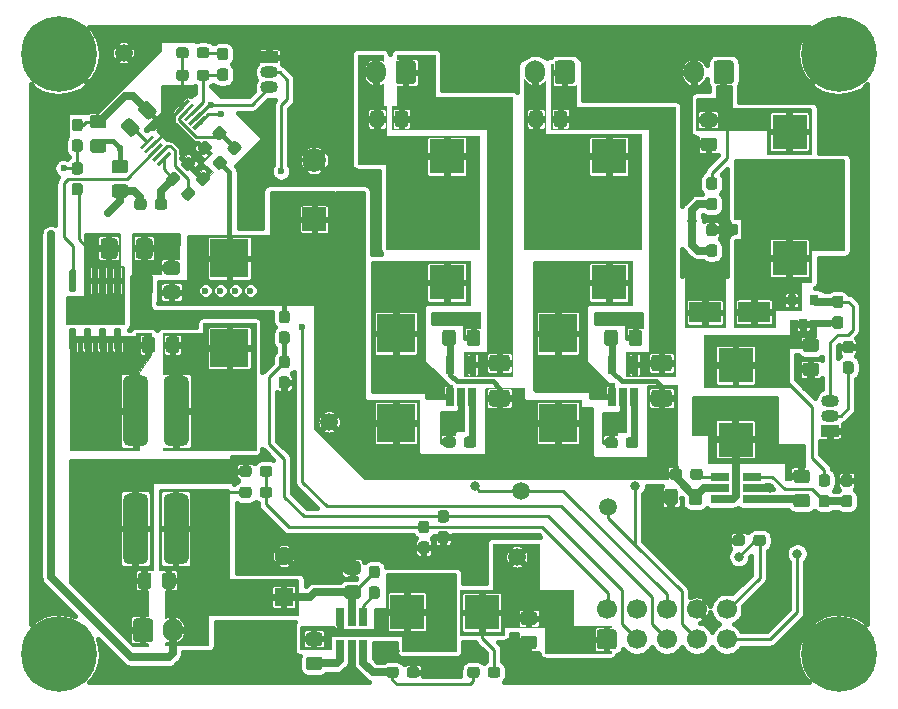
<source format=gbr>
%TF.GenerationSoftware,KiCad,Pcbnew,(5.1.6)-1*%
%TF.CreationDate,2020-11-03T02:47:29-08:00*%
%TF.ProjectId,Power Board V2,506f7765-7220-4426-9f61-72642056322e,rev?*%
%TF.SameCoordinates,Original*%
%TF.FileFunction,Copper,L1,Top*%
%TF.FilePolarity,Positive*%
%FSLAX46Y46*%
G04 Gerber Fmt 4.6, Leading zero omitted, Abs format (unit mm)*
G04 Created by KiCad (PCBNEW (5.1.6)-1) date 2020-11-03 02:47:29*
%MOMM*%
%LPD*%
G01*
G04 APERTURE LIST*
%TA.AperFunction,SMDPad,CuDef*%
%ADD10C,0.100000*%
%TD*%
%TA.AperFunction,ComponentPad*%
%ADD11R,1.500000X1.050000*%
%TD*%
%TA.AperFunction,ComponentPad*%
%ADD12O,1.500000X1.050000*%
%TD*%
%TA.AperFunction,SMDPad,CuDef*%
%ADD13R,3.000000X3.000000*%
%TD*%
%TA.AperFunction,SMDPad,CuDef*%
%ADD14R,3.300000X3.300000*%
%TD*%
%TA.AperFunction,ComponentPad*%
%ADD15R,2.000000X2.000000*%
%TD*%
%TA.AperFunction,ComponentPad*%
%ADD16C,2.000000*%
%TD*%
%TA.AperFunction,SMDPad,CuDef*%
%ADD17R,0.800000X0.900000*%
%TD*%
%TA.AperFunction,SMDPad,CuDef*%
%ADD18R,1.560000X0.650000*%
%TD*%
%TA.AperFunction,SMDPad,CuDef*%
%ADD19R,0.650000X1.560000*%
%TD*%
%TA.AperFunction,SMDPad,CuDef*%
%ADD20R,2.700000X1.800000*%
%TD*%
%TA.AperFunction,ComponentPad*%
%ADD21O,1.700000X2.000000*%
%TD*%
%TA.AperFunction,ComponentPad*%
%ADD22C,0.800000*%
%TD*%
%TA.AperFunction,ComponentPad*%
%ADD23C,6.400000*%
%TD*%
%TA.AperFunction,ComponentPad*%
%ADD24R,1.600000X1.600000*%
%TD*%
%TA.AperFunction,ComponentPad*%
%ADD25C,1.600000*%
%TD*%
%TA.AperFunction,ComponentPad*%
%ADD26C,1.700000*%
%TD*%
%TA.AperFunction,SMDPad,CuDef*%
%ADD27C,1.500000*%
%TD*%
%TA.AperFunction,ViaPad*%
%ADD28C,0.800000*%
%TD*%
%TA.AperFunction,ViaPad*%
%ADD29C,0.600000*%
%TD*%
%TA.AperFunction,ViaPad*%
%ADD30C,0.900000*%
%TD*%
%TA.AperFunction,Conductor*%
%ADD31C,0.250000*%
%TD*%
%TA.AperFunction,Conductor*%
%ADD32C,0.400000*%
%TD*%
%TA.AperFunction,Conductor*%
%ADD33C,0.635000*%
%TD*%
%TA.AperFunction,Conductor*%
%ADD34C,0.254000*%
%TD*%
%TA.AperFunction,Conductor*%
%ADD35C,0.600000*%
%TD*%
%TA.AperFunction,Conductor*%
%ADD36C,0.127000*%
%TD*%
%TA.AperFunction,Conductor*%
%ADD37C,0.025400*%
%TD*%
%TA.AperFunction,Conductor*%
%ADD38C,0.050800*%
%TD*%
%TA.AperFunction,Conductor*%
%ADD39C,0.381000*%
%TD*%
G04 APERTURE END LIST*
%TO.P,R2,2*%
%TO.N,GNDA*%
%TA.AperFunction,SMDPad,CuDef*%
G36*
G01*
X110432001Y-85021000D02*
X109531999Y-85021000D01*
G75*
G02*
X109282000Y-84771001I0J249999D01*
G01*
X109282000Y-84120999D01*
G75*
G02*
X109531999Y-83871000I249999J0D01*
G01*
X110432001Y-83871000D01*
G75*
G02*
X110682000Y-84120999I0J-249999D01*
G01*
X110682000Y-84771001D01*
G75*
G02*
X110432001Y-85021000I-249999J0D01*
G01*
G37*
%TD.AperFunction*%
%TO.P,R2,1*%
%TO.N,Net-(IC1-Pad2)*%
%TA.AperFunction,SMDPad,CuDef*%
G36*
G01*
X110432001Y-87071000D02*
X109531999Y-87071000D01*
G75*
G02*
X109282000Y-86821001I0J249999D01*
G01*
X109282000Y-86170999D01*
G75*
G02*
X109531999Y-85921000I249999J0D01*
G01*
X110432001Y-85921000D01*
G75*
G02*
X110682000Y-86170999I0J-249999D01*
G01*
X110682000Y-86821001D01*
G75*
G02*
X110432001Y-87071000I-249999J0D01*
G01*
G37*
%TD.AperFunction*%
%TD*%
%TA.AperFunction,SMDPad,CuDef*%
D10*
%TO.P,IC1,1*%
%TO.N,Net-(C8-Pad1)*%
G36*
X118980115Y-83912109D02*
G01*
X119178104Y-84110098D01*
X118138657Y-85149545D01*
X117940668Y-84951556D01*
X118980115Y-83912109D01*
G37*
%TD.AperFunction*%
%TA.AperFunction,SMDPad,CuDef*%
%TO.P,IC1,2*%
%TO.N,Net-(IC1-Pad2)*%
G36*
X118626562Y-83558556D02*
G01*
X118824551Y-83756545D01*
X117785104Y-84795992D01*
X117587115Y-84598003D01*
X118626562Y-83558556D01*
G37*
%TD.AperFunction*%
%TA.AperFunction,SMDPad,CuDef*%
%TO.P,IC1,3*%
%TO.N,Net-(C4-Pad1)*%
G36*
X118273009Y-83205002D02*
G01*
X118470998Y-83402991D01*
X117431551Y-84442438D01*
X117233562Y-84244449D01*
X118273009Y-83205002D01*
G37*
%TD.AperFunction*%
%TA.AperFunction,SMDPad,CuDef*%
%TO.P,IC1,4*%
%TO.N,Net-(IC1-Pad4)*%
G36*
X117919455Y-82851449D02*
G01*
X118117444Y-83049438D01*
X117077997Y-84088885D01*
X116880008Y-83890896D01*
X117919455Y-82851449D01*
G37*
%TD.AperFunction*%
%TA.AperFunction,SMDPad,CuDef*%
%TO.P,IC1,5*%
%TO.N,GNDA*%
G36*
X117565902Y-82497896D02*
G01*
X117763891Y-82695885D01*
X116724444Y-83735332D01*
X116526455Y-83537343D01*
X117565902Y-82497896D01*
G37*
%TD.AperFunction*%
%TA.AperFunction,SMDPad,CuDef*%
%TO.P,IC1,6*%
%TO.N,Net-(IC1-Pad6)*%
G36*
X114525343Y-85538455D02*
G01*
X114723332Y-85736444D01*
X113683885Y-86775891D01*
X113485896Y-86577902D01*
X114525343Y-85538455D01*
G37*
%TD.AperFunction*%
%TA.AperFunction,SMDPad,CuDef*%
%TO.P,IC1,7*%
%TO.N,GNDA*%
G36*
X114878896Y-85892008D02*
G01*
X115076885Y-86089997D01*
X114037438Y-87129444D01*
X113839449Y-86931455D01*
X114878896Y-85892008D01*
G37*
%TD.AperFunction*%
%TA.AperFunction,SMDPad,CuDef*%
%TO.P,IC1,8*%
%TO.N,Net-(IC1-Pad8)*%
G36*
X115232449Y-86245562D02*
G01*
X115430438Y-86443551D01*
X114390991Y-87482998D01*
X114193002Y-87285009D01*
X115232449Y-86245562D01*
G37*
%TD.AperFunction*%
%TA.AperFunction,SMDPad,CuDef*%
%TO.P,IC1,9*%
%TO.N,Net-(C5-Pad1)*%
G36*
X115586003Y-86599115D02*
G01*
X115783992Y-86797104D01*
X114744545Y-87836551D01*
X114546556Y-87638562D01*
X115586003Y-86599115D01*
G37*
%TD.AperFunction*%
%TA.AperFunction,SMDPad,CuDef*%
%TO.P,IC1,10*%
%TO.N,/LM3481 SEPIC Converter/LM3481_VIN*%
G36*
X115939556Y-86952668D02*
G01*
X116137545Y-87150657D01*
X115098098Y-88190104D01*
X114900109Y-87992115D01*
X115939556Y-86952668D01*
G37*
%TD.AperFunction*%
%TD*%
D11*
%TO.P,Q1,1*%
%TO.N,GNDA*%
X124460000Y-78994000D03*
D12*
%TO.P,Q1,3*%
%TO.N,Net-(IC1-Pad2)*%
X124460000Y-81534000D03*
%TO.P,Q1,2*%
%TO.N,PWR_EN*%
X124460000Y-80264000D03*
%TD*%
D13*
%TO.P,L2,1*%
%TO.N,Net-(C13-Pad2)*%
X163957000Y-111354000D03*
%TO.P,L2,2*%
%TO.N,/+13V75*%
X163957000Y-105054000D03*
%TD*%
%TO.P,L6,2*%
%TO.N,+5V*%
X142469000Y-125984000D03*
%TO.P,L6,1*%
%TO.N,Net-(C21-Pad2)*%
X136169000Y-125984000D03*
%TD*%
%TO.P,L3,1*%
%TO.N,/Warm White Driver/LED-*%
X139509500Y-87360000D03*
%TO.P,L3,2*%
%TO.N,Net-(D2-Pad2)*%
X139509500Y-98060000D03*
%TD*%
%TO.P,L5,1*%
%TO.N,/Cold White Driver/LED-*%
X153225500Y-87360000D03*
%TO.P,L5,2*%
%TO.N,Net-(D4-Pad2)*%
X153225500Y-98060000D03*
%TD*%
%TO.P,L4,1*%
%TO.N,Net-(D3-Pad1)*%
X168529000Y-96028000D03*
%TO.P,L4,2*%
%TO.N,/PWM Fan Control/FAN*%
X168529000Y-85328000D03*
%TD*%
%TO.P,R8,1*%
%TO.N,Net-(IC1-Pad4)*%
%TA.AperFunction,SMDPad,CuDef*%
G36*
G01*
X120456011Y-84871913D02*
X120791887Y-85207789D01*
G75*
G02*
X120791887Y-85543665I-167938J-167938D01*
G01*
X120385301Y-85950251D01*
G75*
G02*
X120049425Y-85950251I-167938J167938D01*
G01*
X119713549Y-85614375D01*
G75*
G02*
X119713549Y-85278499I167938J167938D01*
G01*
X120120135Y-84871913D01*
G75*
G02*
X120456011Y-84871913I167938J-167938D01*
G01*
G37*
%TD.AperFunction*%
%TO.P,R8,2*%
%TO.N,GNDA*%
%TA.AperFunction,SMDPad,CuDef*%
G36*
G01*
X119218575Y-86109349D02*
X119554451Y-86445225D01*
G75*
G02*
X119554451Y-86781101I-167938J-167938D01*
G01*
X119147865Y-87187687D01*
G75*
G02*
X118811989Y-87187687I-167938J167938D01*
G01*
X118476113Y-86851811D01*
G75*
G02*
X118476113Y-86515935I167938J167938D01*
G01*
X118882699Y-86109349D01*
G75*
G02*
X119218575Y-86109349I167938J-167938D01*
G01*
G37*
%TD.AperFunction*%
%TD*%
%TO.P,R3,2*%
%TO.N,Net-(C3-Pad1)*%
%TA.AperFunction,SMDPad,CuDef*%
G36*
G01*
X120760500Y-79228200D02*
X120285500Y-79228200D01*
G75*
G02*
X120048000Y-78990700I0J237500D01*
G01*
X120048000Y-78415700D01*
G75*
G02*
X120285500Y-78178200I237500J0D01*
G01*
X120760500Y-78178200D01*
G75*
G02*
X120998000Y-78415700I0J-237500D01*
G01*
X120998000Y-78990700D01*
G75*
G02*
X120760500Y-79228200I-237500J0D01*
G01*
G37*
%TD.AperFunction*%
%TO.P,R3,1*%
%TO.N,Net-(C4-Pad1)*%
%TA.AperFunction,SMDPad,CuDef*%
G36*
G01*
X120760500Y-80978200D02*
X120285500Y-80978200D01*
G75*
G02*
X120048000Y-80740700I0J237500D01*
G01*
X120048000Y-80165700D01*
G75*
G02*
X120285500Y-79928200I237500J0D01*
G01*
X120760500Y-79928200D01*
G75*
G02*
X120998000Y-80165700I0J-237500D01*
G01*
X120998000Y-80740700D01*
G75*
G02*
X120760500Y-80978200I-237500J0D01*
G01*
G37*
%TD.AperFunction*%
%TD*%
%TO.P,C8,2*%
%TO.N,GNDA*%
%TA.AperFunction,SMDPad,CuDef*%
G36*
G01*
X108441500Y-85248000D02*
X107966500Y-85248000D01*
G75*
G02*
X107729000Y-85010500I0J237500D01*
G01*
X107729000Y-84435500D01*
G75*
G02*
X107966500Y-84198000I237500J0D01*
G01*
X108441500Y-84198000D01*
G75*
G02*
X108679000Y-84435500I0J-237500D01*
G01*
X108679000Y-85010500D01*
G75*
G02*
X108441500Y-85248000I-237500J0D01*
G01*
G37*
%TD.AperFunction*%
%TO.P,C8,1*%
%TO.N,Net-(C8-Pad1)*%
%TA.AperFunction,SMDPad,CuDef*%
G36*
G01*
X108441500Y-86998000D02*
X107966500Y-86998000D01*
G75*
G02*
X107729000Y-86760500I0J237500D01*
G01*
X107729000Y-86185500D01*
G75*
G02*
X107966500Y-85948000I237500J0D01*
G01*
X108441500Y-85948000D01*
G75*
G02*
X108679000Y-86185500I0J-237500D01*
G01*
X108679000Y-86760500D01*
G75*
G02*
X108441500Y-86998000I-237500J0D01*
G01*
G37*
%TD.AperFunction*%
%TD*%
%TO.P,R5,2*%
%TO.N,Net-(C8-Pad1)*%
%TA.AperFunction,SMDPad,CuDef*%
G36*
G01*
X108441500Y-88931000D02*
X107966500Y-88931000D01*
G75*
G02*
X107729000Y-88693500I0J237500D01*
G01*
X107729000Y-88118500D01*
G75*
G02*
X107966500Y-87881000I237500J0D01*
G01*
X108441500Y-87881000D01*
G75*
G02*
X108679000Y-88118500I0J-237500D01*
G01*
X108679000Y-88693500D01*
G75*
G02*
X108441500Y-88931000I-237500J0D01*
G01*
G37*
%TD.AperFunction*%
%TO.P,R5,1*%
%TO.N,Net-(Q2-Pad1)*%
%TA.AperFunction,SMDPad,CuDef*%
G36*
G01*
X108441500Y-90681000D02*
X107966500Y-90681000D01*
G75*
G02*
X107729000Y-90443500I0J237500D01*
G01*
X107729000Y-89868500D01*
G75*
G02*
X107966500Y-89631000I237500J0D01*
G01*
X108441500Y-89631000D01*
G75*
G02*
X108679000Y-89868500I0J-237500D01*
G01*
X108679000Y-90443500D01*
G75*
G02*
X108441500Y-90681000I-237500J0D01*
G01*
G37*
%TD.AperFunction*%
%TD*%
D14*
%TO.P,D1,2*%
%TO.N,Net-(C6-Pad2)*%
X121094500Y-103622000D03*
%TO.P,D1,1*%
%TO.N,/+22V*%
X121094500Y-96022000D03*
%TD*%
%TO.P,D2,2*%
%TO.N,Net-(D2-Pad2)*%
X135191500Y-102372000D03*
%TO.P,D2,1*%
%TO.N,/+22V*%
X135191500Y-109972000D03*
%TD*%
%TO.P,D4,2*%
%TO.N,Net-(D4-Pad2)*%
X148907500Y-102372000D03*
%TO.P,D4,1*%
%TO.N,/+22V*%
X148907500Y-109972000D03*
%TD*%
%TO.P,L1,4*%
%TO.N,GNDA*%
%TA.AperFunction,SMDPad,CuDef*%
G36*
G01*
X112081500Y-121381500D02*
X112081500Y-116456500D01*
G75*
G02*
X112619000Y-115919000I537500J0D01*
G01*
X113694000Y-115919000D01*
G75*
G02*
X114231500Y-116456500I0J-537500D01*
G01*
X114231500Y-121381500D01*
G75*
G02*
X113694000Y-121919000I-537500J0D01*
G01*
X112619000Y-121919000D01*
G75*
G02*
X112081500Y-121381500I0J537500D01*
G01*
G37*
%TD.AperFunction*%
%TO.P,L1,3*%
%TO.N,VIN*%
%TA.AperFunction,SMDPad,CuDef*%
G36*
G01*
X115511500Y-121381500D02*
X115511500Y-116456500D01*
G75*
G02*
X116049000Y-115919000I537500J0D01*
G01*
X117124000Y-115919000D01*
G75*
G02*
X117661500Y-116456500I0J-537500D01*
G01*
X117661500Y-121381500D01*
G75*
G02*
X117124000Y-121919000I-537500J0D01*
G01*
X116049000Y-121919000D01*
G75*
G02*
X115511500Y-121381500I0J537500D01*
G01*
G37*
%TD.AperFunction*%
%TO.P,L1,2*%
%TO.N,Net-(C6-Pad2)*%
%TA.AperFunction,SMDPad,CuDef*%
G36*
G01*
X115511500Y-111381500D02*
X115511500Y-106456500D01*
G75*
G02*
X116049000Y-105919000I537500J0D01*
G01*
X117124000Y-105919000D01*
G75*
G02*
X117661500Y-106456500I0J-537500D01*
G01*
X117661500Y-111381500D01*
G75*
G02*
X117124000Y-111919000I-537500J0D01*
G01*
X116049000Y-111919000D01*
G75*
G02*
X115511500Y-111381500I0J537500D01*
G01*
G37*
%TD.AperFunction*%
%TO.P,L1,1*%
%TO.N,Net-(C6-Pad1)*%
%TA.AperFunction,SMDPad,CuDef*%
G36*
G01*
X112081500Y-111381500D02*
X112081500Y-106456500D01*
G75*
G02*
X112619000Y-105919000I537500J0D01*
G01*
X113694000Y-105919000D01*
G75*
G02*
X114231500Y-106456500I0J-537500D01*
G01*
X114231500Y-111381500D01*
G75*
G02*
X113694000Y-111919000I-537500J0D01*
G01*
X112619000Y-111919000D01*
G75*
G02*
X112081500Y-111381500I0J537500D01*
G01*
G37*
%TD.AperFunction*%
%TD*%
%TO.P,R1,1*%
%TO.N,VIN*%
%TA.AperFunction,SMDPad,CuDef*%
G36*
G01*
X112273501Y-90881000D02*
X111373499Y-90881000D01*
G75*
G02*
X111123500Y-90631001I0J249999D01*
G01*
X111123500Y-89980999D01*
G75*
G02*
X111373499Y-89731000I249999J0D01*
G01*
X112273501Y-89731000D01*
G75*
G02*
X112523500Y-89980999I0J-249999D01*
G01*
X112523500Y-90631001D01*
G75*
G02*
X112273501Y-90881000I-249999J0D01*
G01*
G37*
%TD.AperFunction*%
%TO.P,R1,2*%
%TO.N,Net-(IC1-Pad2)*%
%TA.AperFunction,SMDPad,CuDef*%
G36*
G01*
X112273501Y-88831000D02*
X111373499Y-88831000D01*
G75*
G02*
X111123500Y-88581001I0J249999D01*
G01*
X111123500Y-87930999D01*
G75*
G02*
X111373499Y-87681000I249999J0D01*
G01*
X112273501Y-87681000D01*
G75*
G02*
X112523500Y-87930999I0J-249999D01*
G01*
X112523500Y-88581001D01*
G75*
G02*
X112273501Y-88831000I-249999J0D01*
G01*
G37*
%TD.AperFunction*%
%TD*%
D15*
%TO.P,C23,1*%
%TO.N,/+22V*%
X128270000Y-92710000D03*
D16*
%TO.P,C23,2*%
%TO.N,GNDA*%
X128270000Y-87710000D03*
%TD*%
%TO.P,Q2,1*%
%TO.N,Net-(Q2-Pad1)*%
%TA.AperFunction,SMDPad,CuDef*%
G36*
G01*
X111483000Y-96943500D02*
X111783000Y-96943500D01*
G75*
G02*
X111933000Y-97093500I0J-150000D01*
G01*
X111933000Y-98743500D01*
G75*
G02*
X111783000Y-98893500I-150000J0D01*
G01*
X111483000Y-98893500D01*
G75*
G02*
X111333000Y-98743500I0J150000D01*
G01*
X111333000Y-97093500D01*
G75*
G02*
X111483000Y-96943500I150000J0D01*
G01*
G37*
%TD.AperFunction*%
%TO.P,Q2,2*%
%TA.AperFunction,SMDPad,CuDef*%
G36*
G01*
X110213000Y-96943500D02*
X110513000Y-96943500D01*
G75*
G02*
X110663000Y-97093500I0J-150000D01*
G01*
X110663000Y-98743500D01*
G75*
G02*
X110513000Y-98893500I-150000J0D01*
G01*
X110213000Y-98893500D01*
G75*
G02*
X110063000Y-98743500I0J150000D01*
G01*
X110063000Y-97093500D01*
G75*
G02*
X110213000Y-96943500I150000J0D01*
G01*
G37*
%TD.AperFunction*%
%TO.P,Q2,3*%
%TA.AperFunction,SMDPad,CuDef*%
G36*
G01*
X108943000Y-96943500D02*
X109243000Y-96943500D01*
G75*
G02*
X109393000Y-97093500I0J-150000D01*
G01*
X109393000Y-98743500D01*
G75*
G02*
X109243000Y-98893500I-150000J0D01*
G01*
X108943000Y-98893500D01*
G75*
G02*
X108793000Y-98743500I0J150000D01*
G01*
X108793000Y-97093500D01*
G75*
G02*
X108943000Y-96943500I150000J0D01*
G01*
G37*
%TD.AperFunction*%
%TO.P,Q2,4*%
%TO.N,Net-(IC1-Pad8)*%
%TA.AperFunction,SMDPad,CuDef*%
G36*
G01*
X107673000Y-96943500D02*
X107973000Y-96943500D01*
G75*
G02*
X108123000Y-97093500I0J-150000D01*
G01*
X108123000Y-98743500D01*
G75*
G02*
X107973000Y-98893500I-150000J0D01*
G01*
X107673000Y-98893500D01*
G75*
G02*
X107523000Y-98743500I0J150000D01*
G01*
X107523000Y-97093500D01*
G75*
G02*
X107673000Y-96943500I150000J0D01*
G01*
G37*
%TD.AperFunction*%
%TO.P,Q2,5*%
%TO.N,Net-(C6-Pad1)*%
%TA.AperFunction,SMDPad,CuDef*%
G36*
G01*
X107673000Y-101893500D02*
X107973000Y-101893500D01*
G75*
G02*
X108123000Y-102043500I0J-150000D01*
G01*
X108123000Y-103693500D01*
G75*
G02*
X107973000Y-103843500I-150000J0D01*
G01*
X107673000Y-103843500D01*
G75*
G02*
X107523000Y-103693500I0J150000D01*
G01*
X107523000Y-102043500D01*
G75*
G02*
X107673000Y-101893500I150000J0D01*
G01*
G37*
%TD.AperFunction*%
%TO.P,Q2,6*%
%TA.AperFunction,SMDPad,CuDef*%
G36*
G01*
X108943000Y-101893500D02*
X109243000Y-101893500D01*
G75*
G02*
X109393000Y-102043500I0J-150000D01*
G01*
X109393000Y-103693500D01*
G75*
G02*
X109243000Y-103843500I-150000J0D01*
G01*
X108943000Y-103843500D01*
G75*
G02*
X108793000Y-103693500I0J150000D01*
G01*
X108793000Y-102043500D01*
G75*
G02*
X108943000Y-101893500I150000J0D01*
G01*
G37*
%TD.AperFunction*%
%TO.P,Q2,7*%
%TA.AperFunction,SMDPad,CuDef*%
G36*
G01*
X110213000Y-101893500D02*
X110513000Y-101893500D01*
G75*
G02*
X110663000Y-102043500I0J-150000D01*
G01*
X110663000Y-103693500D01*
G75*
G02*
X110513000Y-103843500I-150000J0D01*
G01*
X110213000Y-103843500D01*
G75*
G02*
X110063000Y-103693500I0J150000D01*
G01*
X110063000Y-102043500D01*
G75*
G02*
X110213000Y-101893500I150000J0D01*
G01*
G37*
%TD.AperFunction*%
%TO.P,Q2,8*%
%TA.AperFunction,SMDPad,CuDef*%
G36*
G01*
X111483000Y-101893500D02*
X111783000Y-101893500D01*
G75*
G02*
X111933000Y-102043500I0J-150000D01*
G01*
X111933000Y-103693500D01*
G75*
G02*
X111783000Y-103843500I-150000J0D01*
G01*
X111483000Y-103843500D01*
G75*
G02*
X111333000Y-103693500I0J150000D01*
G01*
X111333000Y-102043500D01*
G75*
G02*
X111483000Y-101893500I150000J0D01*
G01*
G37*
%TD.AperFunction*%
%TD*%
%TO.P,R7,2*%
%TO.N,Net-(IC1-Pad4)*%
%TA.AperFunction,SMDPad,CuDef*%
G36*
G01*
X121319425Y-87220251D02*
X120983549Y-86884375D01*
G75*
G02*
X120983549Y-86548499I167938J167938D01*
G01*
X121390135Y-86141913D01*
G75*
G02*
X121726011Y-86141913I167938J-167938D01*
G01*
X122061887Y-86477789D01*
G75*
G02*
X122061887Y-86813665I-167938J-167938D01*
G01*
X121655301Y-87220251D01*
G75*
G02*
X121319425Y-87220251I-167938J167938D01*
G01*
G37*
%TD.AperFunction*%
%TO.P,R7,1*%
%TO.N,/+22V*%
%TA.AperFunction,SMDPad,CuDef*%
G36*
G01*
X120081989Y-88457687D02*
X119746113Y-88121811D01*
G75*
G02*
X119746113Y-87785935I167938J167938D01*
G01*
X120152699Y-87379349D01*
G75*
G02*
X120488575Y-87379349I167938J-167938D01*
G01*
X120824451Y-87715225D01*
G75*
G02*
X120824451Y-88051101I-167938J-167938D01*
G01*
X120417865Y-88457687D01*
G75*
G02*
X120081989Y-88457687I-167938J167938D01*
G01*
G37*
%TD.AperFunction*%
%TD*%
%TO.P,C3,2*%
%TO.N,GNDA*%
%TA.AperFunction,SMDPad,CuDef*%
G36*
G01*
X117633000Y-78375500D02*
X117633000Y-78850500D01*
G75*
G02*
X117395500Y-79088000I-237500J0D01*
G01*
X116820500Y-79088000D01*
G75*
G02*
X116583000Y-78850500I0J237500D01*
G01*
X116583000Y-78375500D01*
G75*
G02*
X116820500Y-78138000I237500J0D01*
G01*
X117395500Y-78138000D01*
G75*
G02*
X117633000Y-78375500I0J-237500D01*
G01*
G37*
%TD.AperFunction*%
%TO.P,C3,1*%
%TO.N,Net-(C3-Pad1)*%
%TA.AperFunction,SMDPad,CuDef*%
G36*
G01*
X119383000Y-78375500D02*
X119383000Y-78850500D01*
G75*
G02*
X119145500Y-79088000I-237500J0D01*
G01*
X118570500Y-79088000D01*
G75*
G02*
X118333000Y-78850500I0J237500D01*
G01*
X118333000Y-78375500D01*
G75*
G02*
X118570500Y-78138000I237500J0D01*
G01*
X119145500Y-78138000D01*
G75*
G02*
X119383000Y-78375500I0J-237500D01*
G01*
G37*
%TD.AperFunction*%
%TD*%
%TO.P,C4,1*%
%TO.N,Net-(C4-Pad1)*%
%TA.AperFunction,SMDPad,CuDef*%
G36*
G01*
X119383000Y-80280500D02*
X119383000Y-80755500D01*
G75*
G02*
X119145500Y-80993000I-237500J0D01*
G01*
X118570500Y-80993000D01*
G75*
G02*
X118333000Y-80755500I0J237500D01*
G01*
X118333000Y-80280500D01*
G75*
G02*
X118570500Y-80043000I237500J0D01*
G01*
X119145500Y-80043000D01*
G75*
G02*
X119383000Y-80280500I0J-237500D01*
G01*
G37*
%TD.AperFunction*%
%TO.P,C4,2*%
%TO.N,GNDA*%
%TA.AperFunction,SMDPad,CuDef*%
G36*
G01*
X117633000Y-80280500D02*
X117633000Y-80755500D01*
G75*
G02*
X117395500Y-80993000I-237500J0D01*
G01*
X116820500Y-80993000D01*
G75*
G02*
X116583000Y-80755500I0J237500D01*
G01*
X116583000Y-80280500D01*
G75*
G02*
X116820500Y-80043000I237500J0D01*
G01*
X117395500Y-80043000D01*
G75*
G02*
X117633000Y-80280500I0J-237500D01*
G01*
G37*
%TD.AperFunction*%
%TD*%
%TO.P,C5,1*%
%TO.N,Net-(C5-Pad1)*%
%TA.AperFunction,SMDPad,CuDef*%
G36*
G01*
X117414989Y-91073887D02*
X117079113Y-90738011D01*
G75*
G02*
X117079113Y-90402135I167938J167938D01*
G01*
X117485699Y-89995549D01*
G75*
G02*
X117821575Y-89995549I167938J-167938D01*
G01*
X118157451Y-90331425D01*
G75*
G02*
X118157451Y-90667301I-167938J-167938D01*
G01*
X117750865Y-91073887D01*
G75*
G02*
X117414989Y-91073887I-167938J167938D01*
G01*
G37*
%TD.AperFunction*%
%TO.P,C5,2*%
%TO.N,GNDA*%
%TA.AperFunction,SMDPad,CuDef*%
G36*
G01*
X118652425Y-89836451D02*
X118316549Y-89500575D01*
G75*
G02*
X118316549Y-89164699I167938J167938D01*
G01*
X118723135Y-88758113D01*
G75*
G02*
X119059011Y-88758113I167938J-167938D01*
G01*
X119394887Y-89093989D01*
G75*
G02*
X119394887Y-89429865I-167938J-167938D01*
G01*
X118988301Y-89836451D01*
G75*
G02*
X118652425Y-89836451I-167938J167938D01*
G01*
G37*
%TD.AperFunction*%
%TD*%
%TO.P,C7,2*%
%TO.N,GNDA*%
%TA.AperFunction,SMDPad,CuDef*%
G36*
G01*
X117382425Y-88566451D02*
X117046549Y-88230575D01*
G75*
G02*
X117046549Y-87894699I167938J167938D01*
G01*
X117453135Y-87488113D01*
G75*
G02*
X117789011Y-87488113I167938J-167938D01*
G01*
X118124887Y-87823989D01*
G75*
G02*
X118124887Y-88159865I-167938J-167938D01*
G01*
X117718301Y-88566451D01*
G75*
G02*
X117382425Y-88566451I-167938J167938D01*
G01*
G37*
%TD.AperFunction*%
%TO.P,C7,1*%
%TO.N,/LM3481 SEPIC Converter/LM3481_VIN*%
%TA.AperFunction,SMDPad,CuDef*%
G36*
G01*
X116144989Y-89803887D02*
X115809113Y-89468011D01*
G75*
G02*
X115809113Y-89132135I167938J167938D01*
G01*
X116215699Y-88725549D01*
G75*
G02*
X116551575Y-88725549I167938J-167938D01*
G01*
X116887451Y-89061425D01*
G75*
G02*
X116887451Y-89397301I-167938J-167938D01*
G01*
X116480865Y-89803887D01*
G75*
G02*
X116144989Y-89803887I-167938J167938D01*
G01*
G37*
%TD.AperFunction*%
%TD*%
%TO.P,C9,1*%
%TO.N,/+22V*%
%TA.AperFunction,SMDPad,CuDef*%
G36*
G01*
X116655001Y-99453500D02*
X115754999Y-99453500D01*
G75*
G02*
X115505000Y-99203501I0J249999D01*
G01*
X115505000Y-98553499D01*
G75*
G02*
X115754999Y-98303500I249999J0D01*
G01*
X116655001Y-98303500D01*
G75*
G02*
X116905000Y-98553499I0J-249999D01*
G01*
X116905000Y-99203501D01*
G75*
G02*
X116655001Y-99453500I-249999J0D01*
G01*
G37*
%TD.AperFunction*%
%TO.P,C9,2*%
%TO.N,GNDA*%
%TA.AperFunction,SMDPad,CuDef*%
G36*
G01*
X116655001Y-97403500D02*
X115754999Y-97403500D01*
G75*
G02*
X115505000Y-97153501I0J249999D01*
G01*
X115505000Y-96503499D01*
G75*
G02*
X115754999Y-96253500I249999J0D01*
G01*
X116655001Y-96253500D01*
G75*
G02*
X116905000Y-96503499I0J-249999D01*
G01*
X116905000Y-97153501D01*
G75*
G02*
X116655001Y-97403500I-249999J0D01*
G01*
G37*
%TD.AperFunction*%
%TD*%
%TO.P,C12,2*%
%TO.N,GNDA*%
%TA.AperFunction,SMDPad,CuDef*%
G36*
G01*
X159062000Y-115754999D02*
X159062000Y-116655001D01*
G75*
G02*
X158812001Y-116905000I-249999J0D01*
G01*
X158161999Y-116905000D01*
G75*
G02*
X157912000Y-116655001I0J249999D01*
G01*
X157912000Y-115754999D01*
G75*
G02*
X158161999Y-115505000I249999J0D01*
G01*
X158812001Y-115505000D01*
G75*
G02*
X159062000Y-115754999I0J-249999D01*
G01*
G37*
%TD.AperFunction*%
%TO.P,C12,1*%
%TO.N,/+22V*%
%TA.AperFunction,SMDPad,CuDef*%
G36*
G01*
X161112000Y-115754999D02*
X161112000Y-116655001D01*
G75*
G02*
X160862001Y-116905000I-249999J0D01*
G01*
X160211999Y-116905000D01*
G75*
G02*
X159962000Y-116655001I0J249999D01*
G01*
X159962000Y-115754999D01*
G75*
G02*
X160211999Y-115505000I249999J0D01*
G01*
X160862001Y-115505000D01*
G75*
G02*
X161112000Y-115754999I0J-249999D01*
G01*
G37*
%TD.AperFunction*%
%TD*%
%TO.P,C13,1*%
%TO.N,Net-(C13-Pad1)*%
%TA.AperFunction,SMDPad,CuDef*%
G36*
G01*
X169995001Y-117106500D02*
X169094999Y-117106500D01*
G75*
G02*
X168845000Y-116856501I0J249999D01*
G01*
X168845000Y-116206499D01*
G75*
G02*
X169094999Y-115956500I249999J0D01*
G01*
X169995001Y-115956500D01*
G75*
G02*
X170245000Y-116206499I0J-249999D01*
G01*
X170245000Y-116856501D01*
G75*
G02*
X169995001Y-117106500I-249999J0D01*
G01*
G37*
%TD.AperFunction*%
%TO.P,C13,2*%
%TO.N,Net-(C13-Pad2)*%
%TA.AperFunction,SMDPad,CuDef*%
G36*
G01*
X169995001Y-115056500D02*
X169094999Y-115056500D01*
G75*
G02*
X168845000Y-114806501I0J249999D01*
G01*
X168845000Y-114156499D01*
G75*
G02*
X169094999Y-113906500I249999J0D01*
G01*
X169995001Y-113906500D01*
G75*
G02*
X170245000Y-114156499I0J-249999D01*
G01*
X170245000Y-114806501D01*
G75*
G02*
X169995001Y-115056500I-249999J0D01*
G01*
G37*
%TD.AperFunction*%
%TD*%
%TO.P,C14,1*%
%TO.N,/+13V75*%
%TA.AperFunction,SMDPad,CuDef*%
G36*
G01*
X169856999Y-102794000D02*
X170757001Y-102794000D01*
G75*
G02*
X171007000Y-103043999I0J-249999D01*
G01*
X171007000Y-103694001D01*
G75*
G02*
X170757001Y-103944000I-249999J0D01*
G01*
X169856999Y-103944000D01*
G75*
G02*
X169607000Y-103694001I0J249999D01*
G01*
X169607000Y-103043999D01*
G75*
G02*
X169856999Y-102794000I249999J0D01*
G01*
G37*
%TD.AperFunction*%
%TO.P,C14,2*%
%TO.N,GNDA*%
%TA.AperFunction,SMDPad,CuDef*%
G36*
G01*
X169856999Y-104844000D02*
X170757001Y-104844000D01*
G75*
G02*
X171007000Y-105093999I0J-249999D01*
G01*
X171007000Y-105744001D01*
G75*
G02*
X170757001Y-105994000I-249999J0D01*
G01*
X169856999Y-105994000D01*
G75*
G02*
X169607000Y-105744001I0J249999D01*
G01*
X169607000Y-105093999D01*
G75*
G02*
X169856999Y-104844000I249999J0D01*
G01*
G37*
%TD.AperFunction*%
%TD*%
%TO.P,C15,2*%
%TO.N,GNDA*%
%TA.AperFunction,SMDPad,CuDef*%
G36*
G01*
X141166000Y-103193001D02*
X141166000Y-102292999D01*
G75*
G02*
X141415999Y-102043000I249999J0D01*
G01*
X142066001Y-102043000D01*
G75*
G02*
X142316000Y-102292999I0J-249999D01*
G01*
X142316000Y-103193001D01*
G75*
G02*
X142066001Y-103443000I-249999J0D01*
G01*
X141415999Y-103443000D01*
G75*
G02*
X141166000Y-103193001I0J249999D01*
G01*
G37*
%TD.AperFunction*%
%TO.P,C15,1*%
%TO.N,/+22V*%
%TA.AperFunction,SMDPad,CuDef*%
G36*
G01*
X139116000Y-103193001D02*
X139116000Y-102292999D01*
G75*
G02*
X139365999Y-102043000I249999J0D01*
G01*
X140016001Y-102043000D01*
G75*
G02*
X140266000Y-102292999I0J-249999D01*
G01*
X140266000Y-103193001D01*
G75*
G02*
X140016001Y-103443000I-249999J0D01*
G01*
X139365999Y-103443000D01*
G75*
G02*
X139116000Y-103193001I0J249999D01*
G01*
G37*
%TD.AperFunction*%
%TD*%
%TO.P,C16,1*%
%TO.N,/Warm White Driver/LED+*%
%TA.AperFunction,SMDPad,CuDef*%
G36*
G01*
X136220000Y-83750999D02*
X136220000Y-84651001D01*
G75*
G02*
X135970001Y-84901000I-249999J0D01*
G01*
X135319999Y-84901000D01*
G75*
G02*
X135070000Y-84651001I0J249999D01*
G01*
X135070000Y-83750999D01*
G75*
G02*
X135319999Y-83501000I249999J0D01*
G01*
X135970001Y-83501000D01*
G75*
G02*
X136220000Y-83750999I0J-249999D01*
G01*
G37*
%TD.AperFunction*%
%TO.P,C16,2*%
%TO.N,/Warm White Driver/LED-*%
%TA.AperFunction,SMDPad,CuDef*%
G36*
G01*
X134170000Y-83750999D02*
X134170000Y-84651001D01*
G75*
G02*
X133920001Y-84901000I-249999J0D01*
G01*
X133269999Y-84901000D01*
G75*
G02*
X133020000Y-84651001I0J249999D01*
G01*
X133020000Y-83750999D01*
G75*
G02*
X133269999Y-83501000I249999J0D01*
G01*
X133920001Y-83501000D01*
G75*
G02*
X134170000Y-83750999I0J-249999D01*
G01*
G37*
%TD.AperFunction*%
%TD*%
%TO.P,C17,1*%
%TO.N,/PWM Fan Control/FAN*%
%TA.AperFunction,SMDPad,CuDef*%
G36*
G01*
X161220999Y-83744000D02*
X162121001Y-83744000D01*
G75*
G02*
X162371000Y-83993999I0J-249999D01*
G01*
X162371000Y-84644001D01*
G75*
G02*
X162121001Y-84894000I-249999J0D01*
G01*
X161220999Y-84894000D01*
G75*
G02*
X160971000Y-84644001I0J249999D01*
G01*
X160971000Y-83993999D01*
G75*
G02*
X161220999Y-83744000I249999J0D01*
G01*
G37*
%TD.AperFunction*%
%TO.P,C17,2*%
%TO.N,GNDA*%
%TA.AperFunction,SMDPad,CuDef*%
G36*
G01*
X161220999Y-85794000D02*
X162121001Y-85794000D01*
G75*
G02*
X162371000Y-86043999I0J-249999D01*
G01*
X162371000Y-86694001D01*
G75*
G02*
X162121001Y-86944000I-249999J0D01*
G01*
X161220999Y-86944000D01*
G75*
G02*
X160971000Y-86694001I0J249999D01*
G01*
X160971000Y-86043999D01*
G75*
G02*
X161220999Y-85794000I249999J0D01*
G01*
G37*
%TD.AperFunction*%
%TD*%
%TO.P,C18,2*%
%TO.N,GNDA*%
%TA.AperFunction,SMDPad,CuDef*%
G36*
G01*
X154882000Y-103193001D02*
X154882000Y-102292999D01*
G75*
G02*
X155131999Y-102043000I249999J0D01*
G01*
X155782001Y-102043000D01*
G75*
G02*
X156032000Y-102292999I0J-249999D01*
G01*
X156032000Y-103193001D01*
G75*
G02*
X155782001Y-103443000I-249999J0D01*
G01*
X155131999Y-103443000D01*
G75*
G02*
X154882000Y-103193001I0J249999D01*
G01*
G37*
%TD.AperFunction*%
%TO.P,C18,1*%
%TO.N,/+22V*%
%TA.AperFunction,SMDPad,CuDef*%
G36*
G01*
X152832000Y-103193001D02*
X152832000Y-102292999D01*
G75*
G02*
X153081999Y-102043000I249999J0D01*
G01*
X153732001Y-102043000D01*
G75*
G02*
X153982000Y-102292999I0J-249999D01*
G01*
X153982000Y-103193001D01*
G75*
G02*
X153732001Y-103443000I-249999J0D01*
G01*
X153081999Y-103443000D01*
G75*
G02*
X152832000Y-103193001I0J249999D01*
G01*
G37*
%TD.AperFunction*%
%TD*%
%TO.P,C19,1*%
%TO.N,/Cold White Driver/LED+*%
%TA.AperFunction,SMDPad,CuDef*%
G36*
G01*
X149682000Y-83750999D02*
X149682000Y-84651001D01*
G75*
G02*
X149432001Y-84901000I-249999J0D01*
G01*
X148781999Y-84901000D01*
G75*
G02*
X148532000Y-84651001I0J249999D01*
G01*
X148532000Y-83750999D01*
G75*
G02*
X148781999Y-83501000I249999J0D01*
G01*
X149432001Y-83501000D01*
G75*
G02*
X149682000Y-83750999I0J-249999D01*
G01*
G37*
%TD.AperFunction*%
%TO.P,C19,2*%
%TO.N,/Cold White Driver/LED-*%
%TA.AperFunction,SMDPad,CuDef*%
G36*
G01*
X147632000Y-83750999D02*
X147632000Y-84651001D01*
G75*
G02*
X147382001Y-84901000I-249999J0D01*
G01*
X146731999Y-84901000D01*
G75*
G02*
X146482000Y-84651001I0J249999D01*
G01*
X146482000Y-83750999D01*
G75*
G02*
X146731999Y-83501000I249999J0D01*
G01*
X147382001Y-83501000D01*
G75*
G02*
X147632000Y-83750999I0J-249999D01*
G01*
G37*
%TD.AperFunction*%
%TD*%
%TO.P,C20,2*%
%TO.N,GNDA*%
%TA.AperFunction,SMDPad,CuDef*%
G36*
G01*
X131958501Y-122803500D02*
X131058499Y-122803500D01*
G75*
G02*
X130808500Y-122553501I0J249999D01*
G01*
X130808500Y-121903499D01*
G75*
G02*
X131058499Y-121653500I249999J0D01*
G01*
X131958501Y-121653500D01*
G75*
G02*
X132208500Y-121903499I0J-249999D01*
G01*
X132208500Y-122553501D01*
G75*
G02*
X131958501Y-122803500I-249999J0D01*
G01*
G37*
%TD.AperFunction*%
%TO.P,C20,1*%
%TO.N,VIN*%
%TA.AperFunction,SMDPad,CuDef*%
G36*
G01*
X131958501Y-124853500D02*
X131058499Y-124853500D01*
G75*
G02*
X130808500Y-124603501I0J249999D01*
G01*
X130808500Y-123953499D01*
G75*
G02*
X131058499Y-123703500I249999J0D01*
G01*
X131958501Y-123703500D01*
G75*
G02*
X132208500Y-123953499I0J-249999D01*
G01*
X132208500Y-124603501D01*
G75*
G02*
X131958501Y-124853500I-249999J0D01*
G01*
G37*
%TD.AperFunction*%
%TD*%
%TO.P,C21,1*%
%TO.N,Net-(C21-Pad1)*%
%TA.AperFunction,SMDPad,CuDef*%
G36*
G01*
X128720001Y-130886000D02*
X127819999Y-130886000D01*
G75*
G02*
X127570000Y-130636001I0J249999D01*
G01*
X127570000Y-129985999D01*
G75*
G02*
X127819999Y-129736000I249999J0D01*
G01*
X128720001Y-129736000D01*
G75*
G02*
X128970000Y-129985999I0J-249999D01*
G01*
X128970000Y-130636001D01*
G75*
G02*
X128720001Y-130886000I-249999J0D01*
G01*
G37*
%TD.AperFunction*%
%TO.P,C21,2*%
%TO.N,Net-(C21-Pad2)*%
%TA.AperFunction,SMDPad,CuDef*%
G36*
G01*
X128720001Y-128836000D02*
X127819999Y-128836000D01*
G75*
G02*
X127570000Y-128586001I0J249999D01*
G01*
X127570000Y-127935999D01*
G75*
G02*
X127819999Y-127686000I249999J0D01*
G01*
X128720001Y-127686000D01*
G75*
G02*
X128970000Y-127935999I0J-249999D01*
G01*
X128970000Y-128586001D01*
G75*
G02*
X128720001Y-128836000I-249999J0D01*
G01*
G37*
%TD.AperFunction*%
%TD*%
%TO.P,C22,2*%
%TO.N,GNDA*%
%TA.AperFunction,SMDPad,CuDef*%
G36*
G01*
X145980999Y-127958000D02*
X146881001Y-127958000D01*
G75*
G02*
X147131000Y-128207999I0J-249999D01*
G01*
X147131000Y-128858001D01*
G75*
G02*
X146881001Y-129108000I-249999J0D01*
G01*
X145980999Y-129108000D01*
G75*
G02*
X145731000Y-128858001I0J249999D01*
G01*
X145731000Y-128207999D01*
G75*
G02*
X145980999Y-127958000I249999J0D01*
G01*
G37*
%TD.AperFunction*%
%TO.P,C22,1*%
%TO.N,+5V*%
%TA.AperFunction,SMDPad,CuDef*%
G36*
G01*
X145980999Y-125908000D02*
X146881001Y-125908000D01*
G75*
G02*
X147131000Y-126157999I0J-249999D01*
G01*
X147131000Y-126808001D01*
G75*
G02*
X146881001Y-127058000I-249999J0D01*
G01*
X145980999Y-127058000D01*
G75*
G02*
X145731000Y-126808001I0J249999D01*
G01*
X145731000Y-126157999D01*
G75*
G02*
X145980999Y-125908000I249999J0D01*
G01*
G37*
%TD.AperFunction*%
%TD*%
D12*
%TO.P,Q3,2*%
%TO.N,FAN_CTRL*%
X171958000Y-109347000D03*
%TO.P,Q3,3*%
%TO.N,Net-(Q3-Pad3)*%
X171958000Y-108077000D03*
D11*
%TO.P,Q3,1*%
%TO.N,GNDA*%
X171958000Y-110617000D03*
%TD*%
D17*
%TO.P,Q4,1*%
%TO.N,Net-(Q3-Pad3)*%
X170622000Y-99584000D03*
%TO.P,Q4,2*%
%TO.N,Net-(D3-Pad1)*%
X168722000Y-99584000D03*
%TO.P,Q4,3*%
%TO.N,/+13V75*%
X169672000Y-101584000D03*
%TD*%
%TO.P,R4,1*%
%TO.N,Net-(IC1-Pad6)*%
%TA.AperFunction,SMDPad,CuDef*%
G36*
G01*
X112597828Y-85650569D02*
X111961431Y-85014172D01*
G75*
G02*
X111961431Y-84660620I176776J176776D01*
G01*
X112421052Y-84200999D01*
G75*
G02*
X112774604Y-84200999I176776J-176776D01*
G01*
X113411001Y-84837396D01*
G75*
G02*
X113411001Y-85190948I-176776J-176776D01*
G01*
X112951380Y-85650569D01*
G75*
G02*
X112597828Y-85650569I-176776J176776D01*
G01*
G37*
%TD.AperFunction*%
%TO.P,R4,2*%
%TO.N,GNDA*%
%TA.AperFunction,SMDPad,CuDef*%
G36*
G01*
X114047396Y-84201001D02*
X113410999Y-83564604D01*
G75*
G02*
X113410999Y-83211052I176776J176776D01*
G01*
X113870620Y-82751431D01*
G75*
G02*
X114224172Y-82751431I176776J-176776D01*
G01*
X114860569Y-83387828D01*
G75*
G02*
X114860569Y-83741380I-176776J-176776D01*
G01*
X114400948Y-84201001D01*
G75*
G02*
X114047396Y-84201001I-176776J176776D01*
G01*
G37*
%TD.AperFunction*%
%TD*%
%TO.P,R6,1*%
%TO.N,Net-(Q2-Pad1)*%
%TA.AperFunction,SMDPad,CuDef*%
G36*
G01*
X110195000Y-95811500D02*
X110195000Y-94561500D01*
G75*
G02*
X110445000Y-94311500I250000J0D01*
G01*
X111370000Y-94311500D01*
G75*
G02*
X111620000Y-94561500I0J-250000D01*
G01*
X111620000Y-95811500D01*
G75*
G02*
X111370000Y-96061500I-250000J0D01*
G01*
X110445000Y-96061500D01*
G75*
G02*
X110195000Y-95811500I0J250000D01*
G01*
G37*
%TD.AperFunction*%
%TO.P,R6,2*%
%TO.N,GNDA*%
%TA.AperFunction,SMDPad,CuDef*%
G36*
G01*
X113170000Y-95811500D02*
X113170000Y-94561500D01*
G75*
G02*
X113420000Y-94311500I250000J0D01*
G01*
X114345000Y-94311500D01*
G75*
G02*
X114595000Y-94561500I0J-250000D01*
G01*
X114595000Y-95811500D01*
G75*
G02*
X114345000Y-96061500I-250000J0D01*
G01*
X113420000Y-96061500D01*
G75*
G02*
X113170000Y-95811500I0J250000D01*
G01*
G37*
%TD.AperFunction*%
%TD*%
%TO.P,R10,1*%
%TO.N,+5V*%
%TA.AperFunction,SMDPad,CuDef*%
G36*
G01*
X144021000Y-130826500D02*
X144021000Y-131301500D01*
G75*
G02*
X143783500Y-131539000I-237500J0D01*
G01*
X143208500Y-131539000D01*
G75*
G02*
X142971000Y-131301500I0J237500D01*
G01*
X142971000Y-130826500D01*
G75*
G02*
X143208500Y-130589000I237500J0D01*
G01*
X143783500Y-130589000D01*
G75*
G02*
X144021000Y-130826500I0J-237500D01*
G01*
G37*
%TD.AperFunction*%
%TO.P,R10,2*%
%TO.N,/Logic Power Supply/FB*%
%TA.AperFunction,SMDPad,CuDef*%
G36*
G01*
X142271000Y-130826500D02*
X142271000Y-131301500D01*
G75*
G02*
X142033500Y-131539000I-237500J0D01*
G01*
X141458500Y-131539000D01*
G75*
G02*
X141221000Y-131301500I0J237500D01*
G01*
X141221000Y-130826500D01*
G75*
G02*
X141458500Y-130589000I237500J0D01*
G01*
X142033500Y-130589000D01*
G75*
G02*
X142271000Y-130826500I0J-237500D01*
G01*
G37*
%TD.AperFunction*%
%TD*%
%TO.P,R11,2*%
%TO.N,GNDA*%
%TA.AperFunction,SMDPad,CuDef*%
G36*
G01*
X136113000Y-131301500D02*
X136113000Y-130826500D01*
G75*
G02*
X136350500Y-130589000I237500J0D01*
G01*
X136925500Y-130589000D01*
G75*
G02*
X137163000Y-130826500I0J-237500D01*
G01*
X137163000Y-131301500D01*
G75*
G02*
X136925500Y-131539000I-237500J0D01*
G01*
X136350500Y-131539000D01*
G75*
G02*
X136113000Y-131301500I0J237500D01*
G01*
G37*
%TD.AperFunction*%
%TO.P,R11,1*%
%TO.N,/Logic Power Supply/FB*%
%TA.AperFunction,SMDPad,CuDef*%
G36*
G01*
X134363000Y-131301500D02*
X134363000Y-130826500D01*
G75*
G02*
X134600500Y-130589000I237500J0D01*
G01*
X135175500Y-130589000D01*
G75*
G02*
X135413000Y-130826500I0J-237500D01*
G01*
X135413000Y-131301500D01*
G75*
G02*
X135175500Y-131539000I-237500J0D01*
G01*
X134600500Y-131539000D01*
G75*
G02*
X134363000Y-131301500I0J237500D01*
G01*
G37*
%TD.AperFunction*%
%TD*%
%TO.P,R12,2*%
%TO.N,/Fan Power Supply/FB*%
%TA.AperFunction,SMDPad,CuDef*%
G36*
G01*
X171212500Y-116047000D02*
X171687500Y-116047000D01*
G75*
G02*
X171925000Y-116284500I0J-237500D01*
G01*
X171925000Y-116859500D01*
G75*
G02*
X171687500Y-117097000I-237500J0D01*
G01*
X171212500Y-117097000D01*
G75*
G02*
X170975000Y-116859500I0J237500D01*
G01*
X170975000Y-116284500D01*
G75*
G02*
X171212500Y-116047000I237500J0D01*
G01*
G37*
%TD.AperFunction*%
%TO.P,R12,1*%
%TO.N,/+13V75*%
%TA.AperFunction,SMDPad,CuDef*%
G36*
G01*
X171212500Y-114297000D02*
X171687500Y-114297000D01*
G75*
G02*
X171925000Y-114534500I0J-237500D01*
G01*
X171925000Y-115109500D01*
G75*
G02*
X171687500Y-115347000I-237500J0D01*
G01*
X171212500Y-115347000D01*
G75*
G02*
X170975000Y-115109500I0J237500D01*
G01*
X170975000Y-114534500D01*
G75*
G02*
X171212500Y-114297000I237500J0D01*
G01*
G37*
%TD.AperFunction*%
%TD*%
%TO.P,R13,1*%
%TO.N,/Fan Power Supply/FB*%
%TA.AperFunction,SMDPad,CuDef*%
G36*
G01*
X173592500Y-117097000D02*
X173117500Y-117097000D01*
G75*
G02*
X172880000Y-116859500I0J237500D01*
G01*
X172880000Y-116284500D01*
G75*
G02*
X173117500Y-116047000I237500J0D01*
G01*
X173592500Y-116047000D01*
G75*
G02*
X173830000Y-116284500I0J-237500D01*
G01*
X173830000Y-116859500D01*
G75*
G02*
X173592500Y-117097000I-237500J0D01*
G01*
G37*
%TD.AperFunction*%
%TO.P,R13,2*%
%TO.N,GNDA*%
%TA.AperFunction,SMDPad,CuDef*%
G36*
G01*
X173592500Y-115347000D02*
X173117500Y-115347000D01*
G75*
G02*
X172880000Y-115109500I0J237500D01*
G01*
X172880000Y-114534500D01*
G75*
G02*
X173117500Y-114297000I237500J0D01*
G01*
X173592500Y-114297000D01*
G75*
G02*
X173830000Y-114534500I0J-237500D01*
G01*
X173830000Y-115109500D01*
G75*
G02*
X173592500Y-115347000I-237500J0D01*
G01*
G37*
%TD.AperFunction*%
%TD*%
%TO.P,R14,2*%
%TO.N,GNDA*%
%TA.AperFunction,SMDPad,CuDef*%
G36*
G01*
X140239000Y-111332000D02*
X140239000Y-111807000D01*
G75*
G02*
X140001500Y-112044500I-237500J0D01*
G01*
X139426500Y-112044500D01*
G75*
G02*
X139189000Y-111807000I0J237500D01*
G01*
X139189000Y-111332000D01*
G75*
G02*
X139426500Y-111094500I237500J0D01*
G01*
X140001500Y-111094500D01*
G75*
G02*
X140239000Y-111332000I0J-237500D01*
G01*
G37*
%TD.AperFunction*%
%TO.P,R14,1*%
%TO.N,YELLOW_CTRL*%
%TA.AperFunction,SMDPad,CuDef*%
G36*
G01*
X141989000Y-111332000D02*
X141989000Y-111807000D01*
G75*
G02*
X141751500Y-112044500I-237500J0D01*
G01*
X141176500Y-112044500D01*
G75*
G02*
X140939000Y-111807000I0J237500D01*
G01*
X140939000Y-111332000D01*
G75*
G02*
X141176500Y-111094500I237500J0D01*
G01*
X141751500Y-111094500D01*
G75*
G02*
X141989000Y-111332000I0J-237500D01*
G01*
G37*
%TD.AperFunction*%
%TD*%
%TO.P,R15,1*%
%TO.N,/Warm White Driver/LED+*%
%TA.AperFunction,SMDPad,CuDef*%
G36*
G01*
X143329500Y-104162500D02*
X144579500Y-104162500D01*
G75*
G02*
X144829500Y-104412500I0J-250000D01*
G01*
X144829500Y-105337500D01*
G75*
G02*
X144579500Y-105587500I-250000J0D01*
G01*
X143329500Y-105587500D01*
G75*
G02*
X143079500Y-105337500I0J250000D01*
G01*
X143079500Y-104412500D01*
G75*
G02*
X143329500Y-104162500I250000J0D01*
G01*
G37*
%TD.AperFunction*%
%TO.P,R15,2*%
%TO.N,/+22V*%
%TA.AperFunction,SMDPad,CuDef*%
G36*
G01*
X143329500Y-107137500D02*
X144579500Y-107137500D01*
G75*
G02*
X144829500Y-107387500I0J-250000D01*
G01*
X144829500Y-108312500D01*
G75*
G02*
X144579500Y-108562500I-250000J0D01*
G01*
X143329500Y-108562500D01*
G75*
G02*
X143079500Y-108312500I0J250000D01*
G01*
X143079500Y-107387500D01*
G75*
G02*
X143329500Y-107137500I250000J0D01*
G01*
G37*
%TD.AperFunction*%
%TD*%
%TO.P,R16,1*%
%TO.N,/+13V75*%
%TA.AperFunction,SMDPad,CuDef*%
G36*
G01*
X172830500Y-101970000D02*
X172355500Y-101970000D01*
G75*
G02*
X172118000Y-101732500I0J237500D01*
G01*
X172118000Y-101157500D01*
G75*
G02*
X172355500Y-100920000I237500J0D01*
G01*
X172830500Y-100920000D01*
G75*
G02*
X173068000Y-101157500I0J-237500D01*
G01*
X173068000Y-101732500D01*
G75*
G02*
X172830500Y-101970000I-237500J0D01*
G01*
G37*
%TD.AperFunction*%
%TO.P,R16,2*%
%TO.N,Net-(Q3-Pad3)*%
%TA.AperFunction,SMDPad,CuDef*%
G36*
G01*
X172830500Y-100220000D02*
X172355500Y-100220000D01*
G75*
G02*
X172118000Y-99982500I0J237500D01*
G01*
X172118000Y-99407500D01*
G75*
G02*
X172355500Y-99170000I237500J0D01*
G01*
X172830500Y-99170000D01*
G75*
G02*
X173068000Y-99407500I0J-237500D01*
G01*
X173068000Y-99982500D01*
G75*
G02*
X172830500Y-100220000I-237500J0D01*
G01*
G37*
%TD.AperFunction*%
%TD*%
%TO.P,R17,2*%
%TO.N,GNDA*%
%TA.AperFunction,SMDPad,CuDef*%
G36*
G01*
X173719500Y-104044000D02*
X173244500Y-104044000D01*
G75*
G02*
X173007000Y-103806500I0J237500D01*
G01*
X173007000Y-103231500D01*
G75*
G02*
X173244500Y-102994000I237500J0D01*
G01*
X173719500Y-102994000D01*
G75*
G02*
X173957000Y-103231500I0J-237500D01*
G01*
X173957000Y-103806500D01*
G75*
G02*
X173719500Y-104044000I-237500J0D01*
G01*
G37*
%TD.AperFunction*%
%TO.P,R17,1*%
%TO.N,FAN_CTRL*%
%TA.AperFunction,SMDPad,CuDef*%
G36*
G01*
X173719500Y-105794000D02*
X173244500Y-105794000D01*
G75*
G02*
X173007000Y-105556500I0J237500D01*
G01*
X173007000Y-104981500D01*
G75*
G02*
X173244500Y-104744000I237500J0D01*
G01*
X173719500Y-104744000D01*
G75*
G02*
X173957000Y-104981500I0J-237500D01*
G01*
X173957000Y-105556500D01*
G75*
G02*
X173719500Y-105794000I-237500J0D01*
G01*
G37*
%TD.AperFunction*%
%TD*%
%TO.P,R18,2*%
%TO.N,FAN_FB*%
%TA.AperFunction,SMDPad,CuDef*%
G36*
G01*
X161687500Y-90901000D02*
X162162500Y-90901000D01*
G75*
G02*
X162400000Y-91138500I0J-237500D01*
G01*
X162400000Y-91713500D01*
G75*
G02*
X162162500Y-91951000I-237500J0D01*
G01*
X161687500Y-91951000D01*
G75*
G02*
X161450000Y-91713500I0J237500D01*
G01*
X161450000Y-91138500D01*
G75*
G02*
X161687500Y-90901000I237500J0D01*
G01*
G37*
%TD.AperFunction*%
%TO.P,R18,1*%
%TO.N,/PWM Fan Control/FAN*%
%TA.AperFunction,SMDPad,CuDef*%
G36*
G01*
X161687500Y-89151000D02*
X162162500Y-89151000D01*
G75*
G02*
X162400000Y-89388500I0J-237500D01*
G01*
X162400000Y-89963500D01*
G75*
G02*
X162162500Y-90201000I-237500J0D01*
G01*
X161687500Y-90201000D01*
G75*
G02*
X161450000Y-89963500I0J237500D01*
G01*
X161450000Y-89388500D01*
G75*
G02*
X161687500Y-89151000I237500J0D01*
G01*
G37*
%TD.AperFunction*%
%TD*%
%TO.P,R19,1*%
%TO.N,FAN_FB*%
%TA.AperFunction,SMDPad,CuDef*%
G36*
G01*
X162162500Y-95888000D02*
X161687500Y-95888000D01*
G75*
G02*
X161450000Y-95650500I0J237500D01*
G01*
X161450000Y-95075500D01*
G75*
G02*
X161687500Y-94838000I237500J0D01*
G01*
X162162500Y-94838000D01*
G75*
G02*
X162400000Y-95075500I0J-237500D01*
G01*
X162400000Y-95650500D01*
G75*
G02*
X162162500Y-95888000I-237500J0D01*
G01*
G37*
%TD.AperFunction*%
%TO.P,R19,2*%
%TO.N,GNDA*%
%TA.AperFunction,SMDPad,CuDef*%
G36*
G01*
X162162500Y-94138000D02*
X161687500Y-94138000D01*
G75*
G02*
X161450000Y-93900500I0J237500D01*
G01*
X161450000Y-93325500D01*
G75*
G02*
X161687500Y-93088000I237500J0D01*
G01*
X162162500Y-93088000D01*
G75*
G02*
X162400000Y-93325500I0J-237500D01*
G01*
X162400000Y-93900500D01*
G75*
G02*
X162162500Y-94138000I-237500J0D01*
G01*
G37*
%TD.AperFunction*%
%TD*%
%TO.P,R20,1*%
%TO.N,BLUE_CTRL*%
%TA.AperFunction,SMDPad,CuDef*%
G36*
G01*
X155705000Y-111395500D02*
X155705000Y-111870500D01*
G75*
G02*
X155467500Y-112108000I-237500J0D01*
G01*
X154892500Y-112108000D01*
G75*
G02*
X154655000Y-111870500I0J237500D01*
G01*
X154655000Y-111395500D01*
G75*
G02*
X154892500Y-111158000I237500J0D01*
G01*
X155467500Y-111158000D01*
G75*
G02*
X155705000Y-111395500I0J-237500D01*
G01*
G37*
%TD.AperFunction*%
%TO.P,R20,2*%
%TO.N,GNDA*%
%TA.AperFunction,SMDPad,CuDef*%
G36*
G01*
X153955000Y-111395500D02*
X153955000Y-111870500D01*
G75*
G02*
X153717500Y-112108000I-237500J0D01*
G01*
X153142500Y-112108000D01*
G75*
G02*
X152905000Y-111870500I0J237500D01*
G01*
X152905000Y-111395500D01*
G75*
G02*
X153142500Y-111158000I237500J0D01*
G01*
X153717500Y-111158000D01*
G75*
G02*
X153955000Y-111395500I0J-237500D01*
G01*
G37*
%TD.AperFunction*%
%TD*%
%TO.P,R21,1*%
%TO.N,/Cold White Driver/LED+*%
%TA.AperFunction,SMDPad,CuDef*%
G36*
G01*
X157058200Y-104162500D02*
X158308200Y-104162500D01*
G75*
G02*
X158558200Y-104412500I0J-250000D01*
G01*
X158558200Y-105337500D01*
G75*
G02*
X158308200Y-105587500I-250000J0D01*
G01*
X157058200Y-105587500D01*
G75*
G02*
X156808200Y-105337500I0J250000D01*
G01*
X156808200Y-104412500D01*
G75*
G02*
X157058200Y-104162500I250000J0D01*
G01*
G37*
%TD.AperFunction*%
%TO.P,R21,2*%
%TO.N,/+22V*%
%TA.AperFunction,SMDPad,CuDef*%
G36*
G01*
X157058200Y-107137500D02*
X158308200Y-107137500D01*
G75*
G02*
X158558200Y-107387500I0J-250000D01*
G01*
X158558200Y-108312500D01*
G75*
G02*
X158308200Y-108562500I-250000J0D01*
G01*
X157058200Y-108562500D01*
G75*
G02*
X156808200Y-108312500I0J250000D01*
G01*
X156808200Y-107387500D01*
G75*
G02*
X157058200Y-107137500I250000J0D01*
G01*
G37*
%TD.AperFunction*%
%TD*%
D18*
%TO.P,U1,1*%
%TO.N,Net-(C13-Pad1)*%
X165307000Y-116393000D03*
%TO.P,U1,2*%
%TO.N,GNDA*%
X165307000Y-115443000D03*
%TO.P,U1,3*%
%TO.N,/Fan Power Supply/FB*%
X165307000Y-114493000D03*
%TO.P,U1,4*%
%TO.N,Net-(R26-Pad2)*%
X162607000Y-114493000D03*
%TO.P,U1,6*%
%TO.N,Net-(C13-Pad2)*%
X162607000Y-116393000D03*
%TO.P,U1,5*%
%TO.N,/+22V*%
X162607000Y-115443000D03*
%TD*%
D19*
%TO.P,U2,5*%
%TO.N,/+22V*%
X139766000Y-105012500D03*
%TO.P,U2,4*%
%TO.N,/Warm White Driver/LED+*%
X141666000Y-105012500D03*
%TO.P,U2,3*%
%TO.N,YELLOW_CTRL*%
X141666000Y-107712500D03*
%TO.P,U2,2*%
%TO.N,GNDA*%
X140716000Y-107712500D03*
%TO.P,U2,1*%
%TO.N,Net-(D2-Pad2)*%
X139766000Y-107712500D03*
%TD*%
%TO.P,U3,1*%
%TO.N,Net-(D4-Pad2)*%
X153482000Y-107712500D03*
%TO.P,U3,2*%
%TO.N,GNDA*%
X154432000Y-107712500D03*
%TO.P,U3,3*%
%TO.N,BLUE_CTRL*%
X155382000Y-107712500D03*
%TO.P,U3,4*%
%TO.N,/Cold White Driver/LED+*%
X155382000Y-105012500D03*
%TO.P,U3,5*%
%TO.N,/+22V*%
X153482000Y-105012500D03*
%TD*%
%TO.P,U4,1*%
%TO.N,Net-(C21-Pad1)*%
X130495000Y-129112000D03*
%TO.P,U4,2*%
%TO.N,GNDA*%
X131445000Y-129112000D03*
%TO.P,U4,3*%
%TO.N,/Logic Power Supply/FB*%
X132395000Y-129112000D03*
%TO.P,U4,4*%
%TO.N,Net-(R27-Pad2)*%
X132395000Y-126412000D03*
%TO.P,U4,6*%
%TO.N,Net-(C21-Pad2)*%
X130495000Y-126412000D03*
%TO.P,U4,5*%
%TO.N,VIN*%
X131445000Y-126412000D03*
%TD*%
%TO.P,C2,2*%
%TO.N,GNDA*%
%TA.AperFunction,SMDPad,CuDef*%
G36*
G01*
X114485000Y-122866999D02*
X114485000Y-123767001D01*
G75*
G02*
X114235001Y-124017000I-249999J0D01*
G01*
X113584999Y-124017000D01*
G75*
G02*
X113335000Y-123767001I0J249999D01*
G01*
X113335000Y-122866999D01*
G75*
G02*
X113584999Y-122617000I249999J0D01*
G01*
X114235001Y-122617000D01*
G75*
G02*
X114485000Y-122866999I0J-249999D01*
G01*
G37*
%TD.AperFunction*%
%TO.P,C2,1*%
%TO.N,VIN*%
%TA.AperFunction,SMDPad,CuDef*%
G36*
G01*
X116535000Y-122866999D02*
X116535000Y-123767001D01*
G75*
G02*
X116285001Y-124017000I-249999J0D01*
G01*
X115634999Y-124017000D01*
G75*
G02*
X115385000Y-123767001I0J249999D01*
G01*
X115385000Y-122866999D01*
G75*
G02*
X115634999Y-122617000I249999J0D01*
G01*
X116285001Y-122617000D01*
G75*
G02*
X116535000Y-122866999I0J-249999D01*
G01*
G37*
%TD.AperFunction*%
%TD*%
%TO.P,C6,1*%
%TO.N,Net-(C6-Pad1)*%
%TA.AperFunction,SMDPad,CuDef*%
G36*
G01*
X113652500Y-103777201D02*
X113652500Y-102877199D01*
G75*
G02*
X113902499Y-102627200I249999J0D01*
G01*
X114552501Y-102627200D01*
G75*
G02*
X114802500Y-102877199I0J-249999D01*
G01*
X114802500Y-103777201D01*
G75*
G02*
X114552501Y-104027200I-249999J0D01*
G01*
X113902499Y-104027200D01*
G75*
G02*
X113652500Y-103777201I0J249999D01*
G01*
G37*
%TD.AperFunction*%
%TO.P,C6,2*%
%TO.N,Net-(C6-Pad2)*%
%TA.AperFunction,SMDPad,CuDef*%
G36*
G01*
X115702500Y-103777201D02*
X115702500Y-102877199D01*
G75*
G02*
X115952499Y-102627200I249999J0D01*
G01*
X116602501Y-102627200D01*
G75*
G02*
X116852500Y-102877199I0J-249999D01*
G01*
X116852500Y-103777201D01*
G75*
G02*
X116602501Y-104027200I-249999J0D01*
G01*
X115952499Y-104027200D01*
G75*
G02*
X115702500Y-103777201I0J249999D01*
G01*
G37*
%TD.AperFunction*%
%TD*%
%TO.P,R22,2*%
%TO.N,VIN_FB*%
%TA.AperFunction,SMDPad,CuDef*%
G36*
G01*
X123667000Y-116061500D02*
X123667000Y-115586500D01*
G75*
G02*
X123904500Y-115349000I237500J0D01*
G01*
X124479500Y-115349000D01*
G75*
G02*
X124717000Y-115586500I0J-237500D01*
G01*
X124717000Y-116061500D01*
G75*
G02*
X124479500Y-116299000I-237500J0D01*
G01*
X123904500Y-116299000D01*
G75*
G02*
X123667000Y-116061500I0J237500D01*
G01*
G37*
%TD.AperFunction*%
%TO.P,R22,1*%
%TO.N,VIN*%
%TA.AperFunction,SMDPad,CuDef*%
G36*
G01*
X121917000Y-116061500D02*
X121917000Y-115586500D01*
G75*
G02*
X122154500Y-115349000I237500J0D01*
G01*
X122729500Y-115349000D01*
G75*
G02*
X122967000Y-115586500I0J-237500D01*
G01*
X122967000Y-116061500D01*
G75*
G02*
X122729500Y-116299000I-237500J0D01*
G01*
X122154500Y-116299000D01*
G75*
G02*
X121917000Y-116061500I0J237500D01*
G01*
G37*
%TD.AperFunction*%
%TD*%
%TO.P,R23,1*%
%TO.N,VIN_FB*%
%TA.AperFunction,SMDPad,CuDef*%
G36*
G01*
X124717000Y-113808500D02*
X124717000Y-114283500D01*
G75*
G02*
X124479500Y-114521000I-237500J0D01*
G01*
X123904500Y-114521000D01*
G75*
G02*
X123667000Y-114283500I0J237500D01*
G01*
X123667000Y-113808500D01*
G75*
G02*
X123904500Y-113571000I237500J0D01*
G01*
X124479500Y-113571000D01*
G75*
G02*
X124717000Y-113808500I0J-237500D01*
G01*
G37*
%TD.AperFunction*%
%TO.P,R23,2*%
%TO.N,GNDA*%
%TA.AperFunction,SMDPad,CuDef*%
G36*
G01*
X122967000Y-113808500D02*
X122967000Y-114283500D01*
G75*
G02*
X122729500Y-114521000I-237500J0D01*
G01*
X122154500Y-114521000D01*
G75*
G02*
X121917000Y-114283500I0J237500D01*
G01*
X121917000Y-113808500D01*
G75*
G02*
X122154500Y-113571000I237500J0D01*
G01*
X122729500Y-113571000D01*
G75*
G02*
X122967000Y-113808500I0J-237500D01*
G01*
G37*
%TD.AperFunction*%
%TD*%
%TO.P,R24,2*%
%TO.N,VOUT_FB*%
%TA.AperFunction,SMDPad,CuDef*%
G36*
G01*
X125492500Y-102204000D02*
X125967500Y-102204000D01*
G75*
G02*
X126205000Y-102441500I0J-237500D01*
G01*
X126205000Y-103016500D01*
G75*
G02*
X125967500Y-103254000I-237500J0D01*
G01*
X125492500Y-103254000D01*
G75*
G02*
X125255000Y-103016500I0J237500D01*
G01*
X125255000Y-102441500D01*
G75*
G02*
X125492500Y-102204000I237500J0D01*
G01*
G37*
%TD.AperFunction*%
%TO.P,R24,1*%
%TO.N,/+22V*%
%TA.AperFunction,SMDPad,CuDef*%
G36*
G01*
X125492500Y-100454000D02*
X125967500Y-100454000D01*
G75*
G02*
X126205000Y-100691500I0J-237500D01*
G01*
X126205000Y-101266500D01*
G75*
G02*
X125967500Y-101504000I-237500J0D01*
G01*
X125492500Y-101504000D01*
G75*
G02*
X125255000Y-101266500I0J237500D01*
G01*
X125255000Y-100691500D01*
G75*
G02*
X125492500Y-100454000I237500J0D01*
G01*
G37*
%TD.AperFunction*%
%TD*%
%TO.P,R25,1*%
%TO.N,VOUT_FB*%
%TA.AperFunction,SMDPad,CuDef*%
G36*
G01*
X125492500Y-104264000D02*
X125967500Y-104264000D01*
G75*
G02*
X126205000Y-104501500I0J-237500D01*
G01*
X126205000Y-105076500D01*
G75*
G02*
X125967500Y-105314000I-237500J0D01*
G01*
X125492500Y-105314000D01*
G75*
G02*
X125255000Y-105076500I0J237500D01*
G01*
X125255000Y-104501500D01*
G75*
G02*
X125492500Y-104264000I237500J0D01*
G01*
G37*
%TD.AperFunction*%
%TO.P,R25,2*%
%TO.N,GNDA*%
%TA.AperFunction,SMDPad,CuDef*%
G36*
G01*
X125492500Y-106014000D02*
X125967500Y-106014000D01*
G75*
G02*
X126205000Y-106251500I0J-237500D01*
G01*
X126205000Y-106826500D01*
G75*
G02*
X125967500Y-107064000I-237500J0D01*
G01*
X125492500Y-107064000D01*
G75*
G02*
X125255000Y-106826500I0J237500D01*
G01*
X125255000Y-106251500D01*
G75*
G02*
X125492500Y-106014000I237500J0D01*
G01*
G37*
%TD.AperFunction*%
%TD*%
D20*
%TO.P,D3,1*%
%TO.N,Net-(D3-Pad1)*%
X165549000Y-100584000D03*
%TO.P,D3,2*%
%TO.N,GNDA*%
X161349000Y-100584000D03*
%TD*%
%TO.P,J1,1*%
%TO.N,GNDA*%
%TA.AperFunction,ComponentPad*%
G36*
G01*
X112942000Y-128258000D02*
X112942000Y-126758000D01*
G75*
G02*
X113192000Y-126508000I250000J0D01*
G01*
X114392000Y-126508000D01*
G75*
G02*
X114642000Y-126758000I0J-250000D01*
G01*
X114642000Y-128258000D01*
G75*
G02*
X114392000Y-128508000I-250000J0D01*
G01*
X113192000Y-128508000D01*
G75*
G02*
X112942000Y-128258000I0J250000D01*
G01*
G37*
%TD.AperFunction*%
D21*
%TO.P,J1,2*%
%TO.N,VIN*%
X116292000Y-127508000D03*
%TD*%
%TO.P,J3,1*%
%TO.N,/Warm White Driver/LED+*%
%TA.AperFunction,ComponentPad*%
G36*
G01*
X136867000Y-79514000D02*
X136867000Y-81014000D01*
G75*
G02*
X136617000Y-81264000I-250000J0D01*
G01*
X135417000Y-81264000D01*
G75*
G02*
X135167000Y-81014000I0J250000D01*
G01*
X135167000Y-79514000D01*
G75*
G02*
X135417000Y-79264000I250000J0D01*
G01*
X136617000Y-79264000D01*
G75*
G02*
X136867000Y-79514000I0J-250000D01*
G01*
G37*
%TD.AperFunction*%
%TO.P,J3,2*%
%TO.N,/Warm White Driver/LED-*%
X133517000Y-80264000D03*
%TD*%
%TO.P,J4,2*%
%TO.N,/Cold White Driver/LED-*%
X146979000Y-80264000D03*
%TO.P,J4,1*%
%TO.N,/Cold White Driver/LED+*%
%TA.AperFunction,ComponentPad*%
G36*
G01*
X150329000Y-79514000D02*
X150329000Y-81014000D01*
G75*
G02*
X150079000Y-81264000I-250000J0D01*
G01*
X148879000Y-81264000D01*
G75*
G02*
X148629000Y-81014000I0J250000D01*
G01*
X148629000Y-79514000D01*
G75*
G02*
X148879000Y-79264000I250000J0D01*
G01*
X150079000Y-79264000D01*
G75*
G02*
X150329000Y-79514000I0J-250000D01*
G01*
G37*
%TD.AperFunction*%
%TD*%
%TO.P,J2,1*%
%TO.N,/PWM Fan Control/FAN*%
%TA.AperFunction,ComponentPad*%
G36*
G01*
X163791000Y-79514000D02*
X163791000Y-81014000D01*
G75*
G02*
X163541000Y-81264000I-250000J0D01*
G01*
X162341000Y-81264000D01*
G75*
G02*
X162091000Y-81014000I0J250000D01*
G01*
X162091000Y-79514000D01*
G75*
G02*
X162341000Y-79264000I250000J0D01*
G01*
X163541000Y-79264000D01*
G75*
G02*
X163791000Y-79514000I0J-250000D01*
G01*
G37*
%TD.AperFunction*%
%TO.P,J2,2*%
%TO.N,GNDA*%
X160441000Y-80264000D03*
%TD*%
%TO.P,R26,2*%
%TO.N,Net-(R26-Pad2)*%
%TA.AperFunction,SMDPad,CuDef*%
G36*
G01*
X160116000Y-114537500D02*
X160116000Y-114062500D01*
G75*
G02*
X160353500Y-113825000I237500J0D01*
G01*
X160928500Y-113825000D01*
G75*
G02*
X161166000Y-114062500I0J-237500D01*
G01*
X161166000Y-114537500D01*
G75*
G02*
X160928500Y-114775000I-237500J0D01*
G01*
X160353500Y-114775000D01*
G75*
G02*
X160116000Y-114537500I0J237500D01*
G01*
G37*
%TD.AperFunction*%
%TO.P,R26,1*%
%TO.N,/+22V*%
%TA.AperFunction,SMDPad,CuDef*%
G36*
G01*
X158366000Y-114537500D02*
X158366000Y-114062500D01*
G75*
G02*
X158603500Y-113825000I237500J0D01*
G01*
X159178500Y-113825000D01*
G75*
G02*
X159416000Y-114062500I0J-237500D01*
G01*
X159416000Y-114537500D01*
G75*
G02*
X159178500Y-114775000I-237500J0D01*
G01*
X158603500Y-114775000D01*
G75*
G02*
X158366000Y-114537500I0J237500D01*
G01*
G37*
%TD.AperFunction*%
%TD*%
%TO.P,R27,1*%
%TO.N,VIN*%
%TA.AperFunction,SMDPad,CuDef*%
G36*
G01*
X133112500Y-122044000D02*
X133587500Y-122044000D01*
G75*
G02*
X133825000Y-122281500I0J-237500D01*
G01*
X133825000Y-122856500D01*
G75*
G02*
X133587500Y-123094000I-237500J0D01*
G01*
X133112500Y-123094000D01*
G75*
G02*
X132875000Y-122856500I0J237500D01*
G01*
X132875000Y-122281500D01*
G75*
G02*
X133112500Y-122044000I237500J0D01*
G01*
G37*
%TD.AperFunction*%
%TO.P,R27,2*%
%TO.N,Net-(R27-Pad2)*%
%TA.AperFunction,SMDPad,CuDef*%
G36*
G01*
X133112500Y-123794000D02*
X133587500Y-123794000D01*
G75*
G02*
X133825000Y-124031500I0J-237500D01*
G01*
X133825000Y-124606500D01*
G75*
G02*
X133587500Y-124844000I-237500J0D01*
G01*
X133112500Y-124844000D01*
G75*
G02*
X132875000Y-124606500I0J237500D01*
G01*
X132875000Y-124031500D01*
G75*
G02*
X133112500Y-123794000I237500J0D01*
G01*
G37*
%TD.AperFunction*%
%TD*%
D22*
%TO.P,H1,1*%
%TO.N,GNDA*%
X108377056Y-77042944D03*
X106680000Y-76340000D03*
X104982944Y-77042944D03*
X104280000Y-78740000D03*
X104982944Y-80437056D03*
X106680000Y-81140000D03*
X108377056Y-80437056D03*
X109080000Y-78740000D03*
D23*
X106680000Y-78740000D03*
%TD*%
%TO.P,H2,1*%
%TO.N,GNDA*%
X172720000Y-129540000D03*
D22*
X175120000Y-129540000D03*
X174417056Y-131237056D03*
X172720000Y-131940000D03*
X171022944Y-131237056D03*
X170320000Y-129540000D03*
X171022944Y-127842944D03*
X172720000Y-127140000D03*
X174417056Y-127842944D03*
%TD*%
%TO.P,H3,1*%
%TO.N,GNDA*%
X174417056Y-77042944D03*
X172720000Y-76340000D03*
X171022944Y-77042944D03*
X170320000Y-78740000D03*
X171022944Y-80437056D03*
X172720000Y-81140000D03*
X174417056Y-80437056D03*
X175120000Y-78740000D03*
D23*
X172720000Y-78740000D03*
%TD*%
%TO.P,H4,1*%
%TO.N,GNDA*%
X106680000Y-129540000D03*
D22*
X109080000Y-129540000D03*
X108377056Y-131237056D03*
X106680000Y-131940000D03*
X104982944Y-131237056D03*
X104280000Y-129540000D03*
X104982944Y-127842944D03*
X106680000Y-127140000D03*
X108377056Y-127842944D03*
%TD*%
D24*
%TO.P,C1,1*%
%TO.N,VIN*%
X125730000Y-124714000D03*
D25*
%TO.P,C1,2*%
%TO.N,GNDA*%
X125730000Y-121214000D03*
%TD*%
%TO.P,J5,1*%
%TO.N,+5V*%
%TA.AperFunction,ComponentPad*%
G36*
G01*
X153635000Y-129120000D02*
X152435000Y-129120000D01*
G75*
G02*
X152185000Y-128870000I0J250000D01*
G01*
X152185000Y-127670000D01*
G75*
G02*
X152435000Y-127420000I250000J0D01*
G01*
X153635000Y-127420000D01*
G75*
G02*
X153885000Y-127670000I0J-250000D01*
G01*
X153885000Y-128870000D01*
G75*
G02*
X153635000Y-129120000I-250000J0D01*
G01*
G37*
%TD.AperFunction*%
D26*
%TO.P,J5,3*%
%TO.N,VOUT_FB*%
X155575000Y-128270000D03*
%TO.P,J5,5*%
%TO.N,PWR_EN*%
X158115000Y-128270000D03*
%TO.P,J5,7*%
%TO.N,BLUE_CTRL*%
X160655000Y-128270000D03*
%TO.P,J5,9*%
%TO.N,FAN_CTRL*%
X163195000Y-128270000D03*
%TO.P,J5,2*%
%TO.N,VIN_FB*%
X153035000Y-125730000D03*
%TO.P,J5,4*%
%TO.N,GNDA*%
X155575000Y-125730000D03*
%TO.P,J5,6*%
%TO.N,YELLOW_CTRL*%
X158115000Y-125730000D03*
%TO.P,J5,8*%
%TO.N,GNDA*%
X160655000Y-125730000D03*
%TO.P,J5,10*%
%TO.N,FAN_FB*%
X163195000Y-125730000D03*
%TD*%
%TO.P,C10,1*%
%TO.N,VIN_FB*%
%TA.AperFunction,SMDPad,CuDef*%
G36*
G01*
X137303500Y-118234000D02*
X137778500Y-118234000D01*
G75*
G02*
X138016000Y-118471500I0J-237500D01*
G01*
X138016000Y-119046500D01*
G75*
G02*
X137778500Y-119284000I-237500J0D01*
G01*
X137303500Y-119284000D01*
G75*
G02*
X137066000Y-119046500I0J237500D01*
G01*
X137066000Y-118471500D01*
G75*
G02*
X137303500Y-118234000I237500J0D01*
G01*
G37*
%TD.AperFunction*%
%TO.P,C10,2*%
%TO.N,GNDA*%
%TA.AperFunction,SMDPad,CuDef*%
G36*
G01*
X137303500Y-119984000D02*
X137778500Y-119984000D01*
G75*
G02*
X138016000Y-120221500I0J-237500D01*
G01*
X138016000Y-120796500D01*
G75*
G02*
X137778500Y-121034000I-237500J0D01*
G01*
X137303500Y-121034000D01*
G75*
G02*
X137066000Y-120796500I0J237500D01*
G01*
X137066000Y-120221500D01*
G75*
G02*
X137303500Y-119984000I237500J0D01*
G01*
G37*
%TD.AperFunction*%
%TD*%
%TO.P,C11,2*%
%TO.N,GNDA*%
%TA.AperFunction,SMDPad,CuDef*%
G36*
G01*
X138954500Y-119095000D02*
X139429500Y-119095000D01*
G75*
G02*
X139667000Y-119332500I0J-237500D01*
G01*
X139667000Y-119907500D01*
G75*
G02*
X139429500Y-120145000I-237500J0D01*
G01*
X138954500Y-120145000D01*
G75*
G02*
X138717000Y-119907500I0J237500D01*
G01*
X138717000Y-119332500D01*
G75*
G02*
X138954500Y-119095000I237500J0D01*
G01*
G37*
%TD.AperFunction*%
%TO.P,C11,1*%
%TO.N,VOUT_FB*%
%TA.AperFunction,SMDPad,CuDef*%
G36*
G01*
X138954500Y-117345000D02*
X139429500Y-117345000D01*
G75*
G02*
X139667000Y-117582500I0J-237500D01*
G01*
X139667000Y-118157500D01*
G75*
G02*
X139429500Y-118395000I-237500J0D01*
G01*
X138954500Y-118395000D01*
G75*
G02*
X138717000Y-118157500I0J237500D01*
G01*
X138717000Y-117582500D01*
G75*
G02*
X138954500Y-117345000I237500J0D01*
G01*
G37*
%TD.AperFunction*%
%TD*%
%TO.P,C24,1*%
%TO.N,FAN_FB*%
%TA.AperFunction,SMDPad,CuDef*%
G36*
G01*
X166500000Y-119650500D02*
X166500000Y-120125500D01*
G75*
G02*
X166262500Y-120363000I-237500J0D01*
G01*
X165687500Y-120363000D01*
G75*
G02*
X165450000Y-120125500I0J237500D01*
G01*
X165450000Y-119650500D01*
G75*
G02*
X165687500Y-119413000I237500J0D01*
G01*
X166262500Y-119413000D01*
G75*
G02*
X166500000Y-119650500I0J-237500D01*
G01*
G37*
%TD.AperFunction*%
%TO.P,C24,2*%
%TO.N,GNDA*%
%TA.AperFunction,SMDPad,CuDef*%
G36*
G01*
X164750000Y-119650500D02*
X164750000Y-120125500D01*
G75*
G02*
X164512500Y-120363000I-237500J0D01*
G01*
X163937500Y-120363000D01*
G75*
G02*
X163700000Y-120125500I0J237500D01*
G01*
X163700000Y-119650500D01*
G75*
G02*
X163937500Y-119413000I237500J0D01*
G01*
X164512500Y-119413000D01*
G75*
G02*
X164750000Y-119650500I0J-237500D01*
G01*
G37*
%TD.AperFunction*%
%TD*%
D27*
%TO.P,TP1,1*%
%TO.N,/+22V*%
X129540000Y-109855000D03*
%TD*%
%TO.P,TP2,1*%
%TO.N,+5V*%
X145415000Y-121285000D03*
%TD*%
%TO.P,TP3,1*%
%TO.N,GNDA*%
X112141000Y-78613000D03*
%TD*%
%TO.P,TP4,1*%
%TO.N,BLUE_CTRL*%
X153162000Y-117094000D03*
%TD*%
%TO.P,TP5,1*%
%TO.N,YELLOW_CTRL*%
X145796000Y-115697000D03*
%TD*%
%TO.P,R9,1*%
%TO.N,VIN*%
%TA.AperFunction,SMDPad,CuDef*%
G36*
G01*
X113027000Y-91677500D02*
X113027000Y-91202500D01*
G75*
G02*
X113264500Y-90965000I237500J0D01*
G01*
X113839500Y-90965000D01*
G75*
G02*
X114077000Y-91202500I0J-237500D01*
G01*
X114077000Y-91677500D01*
G75*
G02*
X113839500Y-91915000I-237500J0D01*
G01*
X113264500Y-91915000D01*
G75*
G02*
X113027000Y-91677500I0J237500D01*
G01*
G37*
%TD.AperFunction*%
%TO.P,R9,2*%
%TO.N,/LM3481 SEPIC Converter/LM3481_VIN*%
%TA.AperFunction,SMDPad,CuDef*%
G36*
G01*
X114777000Y-91677500D02*
X114777000Y-91202500D01*
G75*
G02*
X115014500Y-90965000I237500J0D01*
G01*
X115589500Y-90965000D01*
G75*
G02*
X115827000Y-91202500I0J-237500D01*
G01*
X115827000Y-91677500D01*
G75*
G02*
X115589500Y-91915000I-237500J0D01*
G01*
X115014500Y-91915000D01*
G75*
G02*
X114777000Y-91677500I0J237500D01*
G01*
G37*
%TD.AperFunction*%
%TD*%
D28*
%TO.N,Net-(Q2-Pad1)*%
X107823000Y-99695000D03*
X107823000Y-101092000D03*
X109093000Y-101092000D03*
X109093000Y-99695000D03*
X110363000Y-99695000D03*
X110363000Y-101092000D03*
X111633000Y-101092000D03*
X111633000Y-99695000D03*
%TO.N,GNDA*%
X165100000Y-118110000D03*
X159766000Y-83820000D03*
D29*
%TO.N,Net-(C8-Pad1)*%
X107061000Y-88392000D03*
X120396000Y-83820000D03*
%TO.N,Net-(IC1-Pad2)*%
X119507000Y-82994500D03*
X111823500Y-86677500D03*
%TO.N,VIN*%
X105981500Y-93980000D03*
X110807500Y-92138500D03*
%TO.N,PWR_EN*%
X127254000Y-101854000D03*
X125476000Y-88646000D03*
D28*
%TO.N,FAN_CTRL*%
X169164000Y-121031000D03*
%TO.N,YELLOW_CTRL*%
X141859000Y-115316000D03*
D29*
X141666000Y-109794000D03*
D28*
%TO.N,FAN_FB*%
X160274000Y-92837000D03*
%TO.N,BLUE_CTRL*%
X155448000Y-115316000D03*
D29*
X155382000Y-109857500D03*
D30*
%TO.N,GNDA*%
X114935000Y-114046000D03*
X113030000Y-114046000D03*
X111125000Y-114046000D03*
X109220000Y-114046000D03*
X116840000Y-114046000D03*
X118745000Y-114046000D03*
X120650000Y-114046000D03*
D29*
X155486100Y-101041200D03*
X152438100Y-101041200D03*
X153454100Y-101041200D03*
X154470100Y-101041200D03*
X154305000Y-109347000D03*
X154305000Y-110363000D03*
D28*
X137541000Y-121983500D03*
X145097500Y-129921000D03*
X135128000Y-129286000D03*
X161290000Y-118110000D03*
X169926000Y-106934000D03*
X162052000Y-98171000D03*
X163576000Y-93599000D03*
D29*
X141732000Y-101028500D03*
X138684000Y-101028500D03*
X139700000Y-101028500D03*
X140716000Y-101028500D03*
X140589000Y-109283500D03*
X140589000Y-110299500D03*
X125730000Y-108712000D03*
X119062500Y-98742500D03*
X120332500Y-98742500D03*
X121602500Y-98742500D03*
X122872500Y-98742500D03*
X119062500Y-100647500D03*
X120332500Y-100647500D03*
X121602500Y-100647500D03*
X122872500Y-100647500D03*
X113474500Y-96837500D03*
X114554000Y-96837500D03*
X115316000Y-94424500D03*
X116395500Y-94424500D03*
X116395500Y-95504000D03*
X115316000Y-95504000D03*
X116840000Y-85852000D03*
D30*
X109220000Y-116205000D03*
X111125000Y-116205000D03*
X111125000Y-118110000D03*
X109220000Y-118110000D03*
X109220000Y-120015000D03*
X111125000Y-120015000D03*
X111125000Y-121920000D03*
X109220000Y-121920000D03*
X109220000Y-123825000D03*
X111125000Y-123825000D03*
D28*
X166878000Y-115443000D03*
X130556000Y-131572000D03*
%TO.N,FAN_FB*%
X164211000Y-121285000D03*
%TD*%
D31*
%TO.N,Net-(C3-Pad1)*%
X120432800Y-78613000D02*
X120523000Y-78703200D01*
X118858000Y-78613000D02*
X120432800Y-78613000D01*
%TO.N,Net-(C4-Pad1)*%
X120458200Y-80518000D02*
X120523000Y-80453200D01*
X118858000Y-80518000D02*
X120458200Y-80518000D01*
X118858000Y-82818000D02*
X117852280Y-83823720D01*
X118858000Y-80518000D02*
X118858000Y-82818000D01*
%TO.N,Net-(C5-Pad1)*%
X115165274Y-87168350D02*
X115846624Y-86487000D01*
X115165274Y-87217833D02*
X115165274Y-87168350D01*
X115846624Y-86487000D02*
X116078000Y-86487000D01*
X117618282Y-89332622D02*
X117618282Y-90534718D01*
X116462555Y-88176895D02*
X117618282Y-89332622D01*
X116462555Y-86871555D02*
X116462555Y-88176895D01*
X116078000Y-86487000D02*
X116462555Y-86871555D01*
%TO.N,Net-(C8-Pad1)*%
X119270213Y-83820000D02*
X118559386Y-84530827D01*
X120396000Y-83820000D02*
X119270213Y-83820000D01*
X108317000Y-88392000D02*
X108331000Y-88406000D01*
X107188000Y-88392000D02*
X108317000Y-88392000D01*
X108204000Y-88406000D02*
X108204000Y-86473000D01*
D32*
%TO.N,Net-(IC1-Pad2)*%
X111252000Y-86106000D02*
X111823500Y-86677500D01*
X110435500Y-86106000D02*
X111252000Y-86106000D01*
X111823500Y-88256000D02*
X111823500Y-86677500D01*
D31*
X119388607Y-82994500D02*
X118205833Y-84177274D01*
X119507000Y-82994500D02*
X119388607Y-82994500D01*
X122999500Y-82994500D02*
X124460000Y-81534000D01*
X119507000Y-82994500D02*
X122999500Y-82994500D01*
D32*
%TO.N,Net-(IC1-Pad4)*%
X120252718Y-85411082D02*
X121522718Y-86681082D01*
D31*
X117498726Y-83470167D02*
X116840000Y-84128893D01*
X119949023Y-85714777D02*
X120252718Y-85411082D01*
X118244254Y-85714777D02*
X119949023Y-85714777D01*
X116840000Y-84310523D02*
X118244254Y-85714777D01*
X116840000Y-84128893D02*
X116840000Y-84310523D01*
%TO.N,Net-(IC1-Pad6)*%
X112873225Y-84925784D02*
X114104614Y-86157173D01*
X112686216Y-84925784D02*
X112873225Y-84925784D01*
%TO.N,Net-(IC1-Pad8)*%
X107823000Y-94996000D02*
X107823000Y-97918500D01*
X112395000Y-89281000D02*
X107442000Y-89281000D01*
X107061000Y-94234000D02*
X107823000Y-94996000D01*
X114811720Y-86864280D02*
X112395000Y-89281000D01*
X107442000Y-89281000D02*
X107061000Y-89662000D01*
X107061000Y-89662000D02*
X107061000Y-94234000D01*
%TO.N,Net-(Q2-Pad1)*%
X110907500Y-95186500D02*
X109156500Y-95186500D01*
X108331000Y-94361000D02*
X108331000Y-90156000D01*
X109156500Y-95186500D02*
X108331000Y-94361000D01*
D33*
%TO.N,VIN*%
X115951000Y-129794000D02*
X116292000Y-129453000D01*
X112776000Y-129794000D02*
X115951000Y-129794000D01*
X116292000Y-129453000D02*
X116292000Y-127508000D01*
X105981500Y-122999500D02*
X112776000Y-129794000D01*
X111823500Y-91122500D02*
X110807500Y-92138500D01*
X111823500Y-90306000D02*
X111823500Y-91122500D01*
D34*
X116586500Y-118919000D02*
X118317000Y-118919000D01*
X118317000Y-118919000D02*
X119888000Y-117348000D01*
X119888000Y-117348000D02*
X119888000Y-116586000D01*
X120650000Y-115824000D02*
X122442000Y-115824000D01*
X119888000Y-116586000D02*
X120650000Y-115824000D01*
D33*
X131508500Y-124278500D02*
X128324500Y-124278500D01*
X127889000Y-124714000D02*
X125730000Y-124714000D01*
X128324500Y-124278500D02*
X127889000Y-124714000D01*
D31*
X131640500Y-124278500D02*
X133350000Y-122569000D01*
X131508500Y-124278500D02*
X131640500Y-124278500D01*
D33*
X131445000Y-124342000D02*
X131508500Y-124278500D01*
X131445000Y-126412000D02*
X131445000Y-124342000D01*
X111823500Y-90306000D02*
X113039000Y-90306000D01*
X113552000Y-90819000D02*
X113552000Y-91440000D01*
X113039000Y-90306000D02*
X113552000Y-90819000D01*
X105981500Y-122999500D02*
X105981500Y-93980000D01*
D31*
%TO.N,/LM3481 SEPIC Converter/LM3481_VIN*%
X115518827Y-88435263D02*
X116348282Y-89264718D01*
X115518827Y-87571386D02*
X115518827Y-88435263D01*
D35*
%TO.N,/+22V*%
X139766000Y-102818000D02*
X139691000Y-102743000D01*
X139766000Y-105012500D02*
X139766000Y-102818000D01*
X153482000Y-102818000D02*
X153407000Y-102743000D01*
X153482000Y-105012500D02*
X153482000Y-102818000D01*
D32*
X125730000Y-100979000D02*
X125730000Y-98425000D01*
X123327000Y-96022000D02*
X121094500Y-96022000D01*
X125730000Y-98425000D02*
X123327000Y-96022000D01*
X153482000Y-105012500D02*
X153482000Y-105603000D01*
X153482000Y-105603000D02*
X154305000Y-106426000D01*
X154305000Y-106426000D02*
X157226000Y-106426000D01*
X157683200Y-106883200D02*
X157683200Y-107850000D01*
X157226000Y-106426000D02*
X157683200Y-106883200D01*
X143954500Y-107850000D02*
X143954500Y-106997500D01*
X143954500Y-106997500D02*
X143383000Y-106426000D01*
X143383000Y-106426000D02*
X140335000Y-106426000D01*
X139766000Y-105857000D02*
X139766000Y-105012500D01*
X140335000Y-106426000D02*
X139766000Y-105857000D01*
X121094500Y-88727736D02*
X120285282Y-87918518D01*
X121094500Y-96022000D02*
X121094500Y-88727736D01*
D33*
X161299000Y-115443000D02*
X160537000Y-116205000D01*
X162607000Y-115443000D02*
X161299000Y-115443000D01*
X158891000Y-114559000D02*
X160537000Y-116205000D01*
X158891000Y-114300000D02*
X158891000Y-114559000D01*
D31*
%TO.N,+5V*%
X142469000Y-125984000D02*
X142469000Y-128118000D01*
X143496000Y-129145000D02*
X143496000Y-131064000D01*
X142469000Y-128118000D02*
X143496000Y-129145000D01*
%TO.N,/+13V75*%
X171450000Y-114822000D02*
X171450000Y-113919000D01*
X171450000Y-113919000D02*
X170434000Y-112903000D01*
X170434000Y-112903000D02*
X170434000Y-108585000D01*
X166903000Y-105054000D02*
X163957000Y-105054000D01*
X170434000Y-108585000D02*
X166903000Y-105054000D01*
D33*
%TO.N,Net-(C13-Pad1)*%
X169406500Y-116393000D02*
X169545000Y-116531500D01*
X165307000Y-116393000D02*
X169406500Y-116393000D01*
%TO.N,Net-(C13-Pad2)*%
X163968001Y-111365001D02*
X163957000Y-111354000D01*
X163693502Y-116393000D02*
X162607000Y-116393000D01*
X163957000Y-116129502D02*
X163693502Y-116393000D01*
X163957000Y-111354000D02*
X163957000Y-116129502D01*
D31*
%TO.N,/PWM Fan Control/FAN*%
X161925000Y-89676000D02*
X161925000Y-88773000D01*
X161925000Y-88773000D02*
X163195000Y-87503000D01*
X163195000Y-87503000D02*
X163195000Y-84582000D01*
X162932000Y-84319000D02*
X161671000Y-84319000D01*
X163195000Y-84582000D02*
X162932000Y-84319000D01*
D33*
%TO.N,Net-(C21-Pad1)*%
X130495000Y-129112000D02*
X130495000Y-129982000D01*
X130166000Y-130311000D02*
X128270000Y-130311000D01*
X130495000Y-129982000D02*
X130166000Y-130311000D01*
D31*
%TO.N,PWR_EN*%
X124460000Y-80264000D02*
X125349000Y-80264000D01*
X125349000Y-80264000D02*
X125984000Y-80899000D01*
X125984000Y-80899000D02*
X125984000Y-82550000D01*
X125476000Y-83058000D02*
X125476000Y-88646000D01*
X125984000Y-82550000D02*
X125476000Y-83058000D01*
X157734000Y-128270000D02*
X158242000Y-128270000D01*
X127254000Y-114935000D02*
X129338990Y-117019990D01*
X127254000Y-101854000D02*
X127254000Y-114935000D01*
X129338990Y-117019990D02*
X149150990Y-117019990D01*
X158115000Y-128270000D02*
X156845000Y-127000000D01*
X156845000Y-124714000D02*
X149150990Y-117019990D01*
X156845000Y-127000000D02*
X156845000Y-124714000D01*
%TO.N,FAN_CTRL*%
X171958000Y-109347000D02*
X172847000Y-109347000D01*
X173482000Y-108712000D02*
X173482000Y-105269000D01*
X172847000Y-109347000D02*
X173482000Y-108712000D01*
X169164000Y-121031000D02*
X169164000Y-125984000D01*
X166878000Y-128270000D02*
X163322000Y-128270000D01*
X169164000Y-125984000D02*
X166878000Y-128270000D01*
D33*
%TO.N,Net-(Q3-Pad3)*%
X170733000Y-99695000D02*
X170622000Y-99584000D01*
X172593000Y-99695000D02*
X170733000Y-99695000D01*
D31*
X171958000Y-108077000D02*
X171958000Y-103124000D01*
X171958000Y-103124000D02*
X172593000Y-102489000D01*
X172593000Y-102489000D02*
X173482000Y-102489000D01*
X173482000Y-102489000D02*
X173863000Y-102108000D01*
X173863000Y-102108000D02*
X173863000Y-100076000D01*
X173482000Y-99695000D02*
X172593000Y-99695000D01*
X173863000Y-100076000D02*
X173482000Y-99695000D01*
D33*
%TO.N,/Logic Power Supply/FB*%
X132395000Y-129112000D02*
X132395000Y-130236000D01*
X133223000Y-131064000D02*
X134888000Y-131064000D01*
X132395000Y-130236000D02*
X133223000Y-131064000D01*
D31*
X134888000Y-131064000D02*
X134888000Y-131713000D01*
X134888000Y-131713000D02*
X135255000Y-132080000D01*
X135255000Y-132080000D02*
X141478000Y-132080000D01*
X141746000Y-131812000D02*
X141746000Y-131064000D01*
X141478000Y-132080000D02*
X141746000Y-131812000D01*
%TO.N,/Fan Power Supply/FB*%
X171450000Y-116572000D02*
X171436000Y-116572000D01*
X171436000Y-116572000D02*
X170434000Y-115570000D01*
X170434000Y-115570000D02*
X168148000Y-115570000D01*
X167071000Y-114493000D02*
X165307000Y-114493000D01*
X168148000Y-115570000D02*
X167071000Y-114493000D01*
D33*
X173355000Y-116572000D02*
X171450000Y-116572000D01*
D35*
%TO.N,YELLOW_CTRL*%
X141666000Y-111367500D02*
X141464000Y-111569500D01*
X141666000Y-107712500D02*
X141666000Y-109794000D01*
D31*
X158113590Y-125601590D02*
X158242000Y-125730000D01*
X149858590Y-116205000D02*
X158113590Y-124460000D01*
X158113590Y-124460000D02*
X158113590Y-125601590D01*
D35*
X141666000Y-109794000D02*
X141666000Y-111367500D01*
D31*
X149858590Y-116205000D02*
X149858590Y-116203590D01*
X149352000Y-115697000D02*
X145796000Y-115697000D01*
X149858590Y-116203590D02*
X149352000Y-115697000D01*
X142240000Y-115697000D02*
X141859000Y-115316000D01*
X145796000Y-115697000D02*
X142240000Y-115697000D01*
D33*
%TO.N,FAN_FB*%
X161925000Y-91426000D02*
X160796000Y-91426000D01*
X160796000Y-91426000D02*
X160274000Y-91948000D01*
X160274000Y-91948000D02*
X160274000Y-92837000D01*
X160768000Y-95363000D02*
X161925000Y-95363000D01*
X160274000Y-94869000D02*
X160768000Y-95363000D01*
X160274000Y-92837000D02*
X160274000Y-94869000D01*
D31*
X165975000Y-123077000D02*
X163322000Y-125730000D01*
X165975000Y-119888000D02*
X165975000Y-123077000D01*
D35*
%TO.N,BLUE_CTRL*%
X155382000Y-111431000D02*
X155180000Y-111633000D01*
X155382000Y-107712500D02*
X155382000Y-109857500D01*
X155382000Y-109857500D02*
X155382000Y-111431000D01*
D31*
X155448000Y-119380000D02*
X155448000Y-120142000D01*
X155448000Y-115316000D02*
X155448000Y-120142000D01*
X155448000Y-120142000D02*
X155448000Y-120269000D01*
X155448000Y-120269000D02*
X153162000Y-117983000D01*
X153162000Y-117983000D02*
X153162000Y-117094000D01*
X155448000Y-120269000D02*
X159385000Y-124206000D01*
X159385000Y-124206000D02*
X159385000Y-127000000D01*
X159385000Y-127000000D02*
X160655000Y-128270000D01*
D35*
%TO.N,GNDA*%
X125716000Y-106553000D02*
X125730000Y-106539000D01*
D32*
X115940068Y-85280500D02*
X114135784Y-83476216D01*
X116332000Y-85280500D02*
X115940068Y-85280500D01*
D31*
X117108000Y-78613000D02*
X117108000Y-80518000D01*
X117108000Y-83079441D02*
X117145173Y-83116614D01*
X117108000Y-80518000D02*
X117108000Y-83079441D01*
X117145173Y-83133827D02*
X116332000Y-83947000D01*
X117145173Y-83116614D02*
X117145173Y-83133827D01*
D33*
X165307000Y-115443000D02*
X166878000Y-115443000D01*
X161939000Y-93599000D02*
X161925000Y-93613000D01*
X163576000Y-93599000D02*
X161939000Y-93599000D01*
D31*
X173482000Y-103519000D02*
X173496000Y-103519000D01*
X172958000Y-110617000D02*
X171958000Y-110617000D01*
X174282010Y-109292990D02*
X172958000Y-110617000D01*
D33*
X170307000Y-106553000D02*
X169926000Y-106934000D01*
X170307000Y-105419000D02*
X170307000Y-106553000D01*
D31*
X173355000Y-114822000D02*
X173355000Y-114300000D01*
X171958000Y-112903000D02*
X171958000Y-110617000D01*
X173355000Y-114300000D02*
X171958000Y-112903000D01*
D34*
X121031000Y-114046000D02*
X120650000Y-113665000D01*
X122442000Y-114046000D02*
X121031000Y-114046000D01*
X135128000Y-129286000D02*
X135128000Y-129667000D01*
X135128000Y-129667000D02*
X135636000Y-130175000D01*
X135636000Y-130175000D02*
X136525000Y-130175000D01*
X136638000Y-130288000D02*
X136638000Y-131064000D01*
X136525000Y-130175000D02*
X136638000Y-130288000D01*
D33*
X130494000Y-121214000D02*
X131508500Y-122228500D01*
X125730000Y-121214000D02*
X130494000Y-121214000D01*
X145923000Y-129921000D02*
X145923000Y-128533000D01*
D31*
X125730000Y-108331000D02*
X125730000Y-106539000D01*
D33*
X131445000Y-130683000D02*
X130556000Y-131572000D01*
X131445000Y-129112000D02*
X131445000Y-130683000D01*
D31*
X115688393Y-85280500D02*
X115940068Y-85280500D01*
X114458167Y-86510726D02*
X115688393Y-85280500D01*
X139192000Y-119620000D02*
X139192000Y-120396000D01*
X139079000Y-120509000D02*
X137541000Y-120509000D01*
X139192000Y-120396000D02*
X139079000Y-120509000D01*
X137541000Y-121983500D02*
X137541000Y-120509000D01*
D33*
X158487000Y-116205000D02*
X158487000Y-117593000D01*
X159004000Y-118110000D02*
X161290000Y-118110000D01*
X158487000Y-117593000D02*
X159004000Y-118110000D01*
X113336568Y-82677000D02*
X114135784Y-83476216D01*
X109982000Y-84573000D02*
X109991000Y-84573000D01*
X109991000Y-84573000D02*
X112268000Y-82296000D01*
X112955568Y-82296000D02*
X113336568Y-82677000D01*
X112268000Y-82296000D02*
X112955568Y-82296000D01*
D35*
X117585718Y-88027282D02*
X117636518Y-88027282D01*
D31*
X108204000Y-84723000D02*
X108698000Y-84723000D01*
X108975000Y-84446000D02*
X109982000Y-84446000D01*
X108698000Y-84723000D02*
X108975000Y-84446000D01*
%TO.N,FAN_FB*%
X165608000Y-119888000D02*
X164211000Y-121285000D01*
X165975000Y-119888000D02*
X165608000Y-119888000D01*
%TO.N,Net-(R26-Pad2)*%
X160834000Y-114493000D02*
X160641000Y-114300000D01*
X162607000Y-114493000D02*
X160834000Y-114493000D01*
%TO.N,Net-(R27-Pad2)*%
X133350000Y-124319000D02*
X133350000Y-124460000D01*
X132395000Y-125415000D02*
X132395000Y-126412000D01*
X133350000Y-124460000D02*
X132395000Y-125415000D01*
D34*
%TO.N,VIN_FB*%
X124192000Y-115824000D02*
X124192000Y-114046000D01*
D31*
X153162000Y-125730000D02*
X153162000Y-124333000D01*
X153162000Y-124333000D02*
X147574000Y-118745000D01*
X124192000Y-116826000D02*
X124192000Y-115824000D01*
X144780000Y-118759000D02*
X126125000Y-118759000D01*
X126125000Y-118759000D02*
X124192000Y-116826000D01*
X144794000Y-118745000D02*
X144780000Y-118759000D01*
X147574000Y-118745000D02*
X144794000Y-118745000D01*
D32*
%TO.N,VOUT_FB*%
X125730000Y-102729000D02*
X125730000Y-104789000D01*
D31*
X124460000Y-106059000D02*
X125730000Y-104789000D01*
X127395000Y-117870000D02*
X125730000Y-116205000D01*
X124460000Y-111760000D02*
X124460000Y-106059000D01*
X139192000Y-117870000D02*
X127395000Y-117870000D01*
X125730000Y-116205000D02*
X125730000Y-113030000D01*
X125730000Y-113030000D02*
X124460000Y-111760000D01*
X148096000Y-117870000D02*
X139192000Y-117870000D01*
X154305000Y-124079000D02*
X148096000Y-117870000D01*
X155575000Y-128270000D02*
X154305000Y-127000000D01*
X154305000Y-127000000D02*
X154305000Y-124079000D01*
D33*
%TO.N,/LM3481 SEPIC Converter/LM3481_VIN*%
X115302000Y-90311000D02*
X116348282Y-89264718D01*
X115302000Y-91440000D02*
X115302000Y-90311000D01*
%TD*%
D36*
%TO.N,Net-(Q2-Pad1)*%
G36*
X111823500Y-96647000D02*
G01*
X111824720Y-96659388D01*
X111828334Y-96671300D01*
X111834202Y-96682279D01*
X111842099Y-96691901D01*
X111851721Y-96699798D01*
X111862700Y-96705666D01*
X111874612Y-96709280D01*
X111887000Y-96710500D01*
X112204500Y-96710500D01*
X112204500Y-101536500D01*
X107378500Y-101536500D01*
X107378500Y-99250500D01*
X108839000Y-99250500D01*
X108851388Y-99249280D01*
X108863300Y-99245666D01*
X108874279Y-99239798D01*
X108883901Y-99231901D01*
X108891798Y-99222279D01*
X108897666Y-99211300D01*
X108901280Y-99199388D01*
X108902500Y-99187000D01*
X108902500Y-98109000D01*
X109283500Y-98109000D01*
X109283500Y-99036375D01*
X109331125Y-99084000D01*
X109393000Y-99084922D01*
X109430345Y-99081244D01*
X109466254Y-99070351D01*
X109499348Y-99052662D01*
X109528356Y-99028856D01*
X109552162Y-98999848D01*
X109569851Y-98966754D01*
X109580744Y-98930845D01*
X109584422Y-98893500D01*
X109871578Y-98893500D01*
X109875256Y-98930845D01*
X109886149Y-98966754D01*
X109903838Y-98999848D01*
X109927644Y-99028856D01*
X109956652Y-99052662D01*
X109989746Y-99070351D01*
X110025655Y-99081244D01*
X110063000Y-99084922D01*
X110124875Y-99084000D01*
X110172500Y-99036375D01*
X110172500Y-98109000D01*
X110553500Y-98109000D01*
X110553500Y-99036375D01*
X110601125Y-99084000D01*
X110663000Y-99084922D01*
X110700345Y-99081244D01*
X110736254Y-99070351D01*
X110769348Y-99052662D01*
X110798356Y-99028856D01*
X110822162Y-98999848D01*
X110839851Y-98966754D01*
X110850744Y-98930845D01*
X110854422Y-98893500D01*
X111141578Y-98893500D01*
X111145256Y-98930845D01*
X111156149Y-98966754D01*
X111173838Y-98999848D01*
X111197644Y-99028856D01*
X111226652Y-99052662D01*
X111259746Y-99070351D01*
X111295655Y-99081244D01*
X111333000Y-99084922D01*
X111394875Y-99084000D01*
X111442500Y-99036375D01*
X111442500Y-98109000D01*
X111823500Y-98109000D01*
X111823500Y-99036375D01*
X111871125Y-99084000D01*
X111933000Y-99084922D01*
X111970345Y-99081244D01*
X112006254Y-99070351D01*
X112039348Y-99052662D01*
X112068356Y-99028856D01*
X112092162Y-98999848D01*
X112109851Y-98966754D01*
X112120744Y-98930845D01*
X112124422Y-98893500D01*
X112123500Y-98156625D01*
X112075875Y-98109000D01*
X111823500Y-98109000D01*
X111442500Y-98109000D01*
X111190125Y-98109000D01*
X111142500Y-98156625D01*
X111141578Y-98893500D01*
X110854422Y-98893500D01*
X110853500Y-98156625D01*
X110805875Y-98109000D01*
X110553500Y-98109000D01*
X110172500Y-98109000D01*
X109920125Y-98109000D01*
X109872500Y-98156625D01*
X109871578Y-98893500D01*
X109584422Y-98893500D01*
X109583500Y-98156625D01*
X109535875Y-98109000D01*
X109283500Y-98109000D01*
X108902500Y-98109000D01*
X108902500Y-96800625D01*
X109283500Y-96800625D01*
X109283500Y-97728000D01*
X109535875Y-97728000D01*
X109583500Y-97680375D01*
X109584422Y-96943500D01*
X109871578Y-96943500D01*
X109872500Y-97680375D01*
X109920125Y-97728000D01*
X110172500Y-97728000D01*
X110172500Y-96800625D01*
X110553500Y-96800625D01*
X110553500Y-97728000D01*
X110805875Y-97728000D01*
X110853500Y-97680375D01*
X110854422Y-96943500D01*
X111141578Y-96943500D01*
X111142500Y-97680375D01*
X111190125Y-97728000D01*
X111442500Y-97728000D01*
X111442500Y-96800625D01*
X111823500Y-96800625D01*
X111823500Y-97728000D01*
X112075875Y-97728000D01*
X112123500Y-97680375D01*
X112124422Y-96943500D01*
X112120744Y-96906155D01*
X112109851Y-96870246D01*
X112092162Y-96837152D01*
X112068356Y-96808144D01*
X112039348Y-96784338D01*
X112006254Y-96766649D01*
X111970345Y-96755756D01*
X111933000Y-96752078D01*
X111871125Y-96753000D01*
X111823500Y-96800625D01*
X111442500Y-96800625D01*
X111394875Y-96753000D01*
X111333000Y-96752078D01*
X111295655Y-96755756D01*
X111259746Y-96766649D01*
X111226652Y-96784338D01*
X111197644Y-96808144D01*
X111173838Y-96837152D01*
X111156149Y-96870246D01*
X111145256Y-96906155D01*
X111141578Y-96943500D01*
X110854422Y-96943500D01*
X110850744Y-96906155D01*
X110839851Y-96870246D01*
X110822162Y-96837152D01*
X110798356Y-96808144D01*
X110769348Y-96784338D01*
X110736254Y-96766649D01*
X110700345Y-96755756D01*
X110663000Y-96752078D01*
X110601125Y-96753000D01*
X110553500Y-96800625D01*
X110172500Y-96800625D01*
X110124875Y-96753000D01*
X110063000Y-96752078D01*
X110025655Y-96755756D01*
X109989746Y-96766649D01*
X109956652Y-96784338D01*
X109927644Y-96808144D01*
X109903838Y-96837152D01*
X109886149Y-96870246D01*
X109875256Y-96906155D01*
X109871578Y-96943500D01*
X109584422Y-96943500D01*
X109580744Y-96906155D01*
X109569851Y-96870246D01*
X109552162Y-96837152D01*
X109528356Y-96808144D01*
X109499348Y-96784338D01*
X109466254Y-96766649D01*
X109430345Y-96755756D01*
X109393000Y-96752078D01*
X109331125Y-96753000D01*
X109283500Y-96800625D01*
X108902500Y-96800625D01*
X108902500Y-96061500D01*
X110003578Y-96061500D01*
X110007256Y-96098845D01*
X110018149Y-96134754D01*
X110035838Y-96167848D01*
X110059644Y-96196856D01*
X110088652Y-96220662D01*
X110121746Y-96238351D01*
X110157655Y-96249244D01*
X110195000Y-96252922D01*
X110669375Y-96252000D01*
X110717000Y-96204375D01*
X110717000Y-95377000D01*
X111098000Y-95377000D01*
X111098000Y-96204375D01*
X111145625Y-96252000D01*
X111620000Y-96252922D01*
X111657345Y-96249244D01*
X111693254Y-96238351D01*
X111726348Y-96220662D01*
X111755356Y-96196856D01*
X111779162Y-96167848D01*
X111796851Y-96134754D01*
X111807744Y-96098845D01*
X111811422Y-96061500D01*
X111810500Y-95424625D01*
X111762875Y-95377000D01*
X111098000Y-95377000D01*
X110717000Y-95377000D01*
X110052125Y-95377000D01*
X110004500Y-95424625D01*
X110003578Y-96061500D01*
X108902500Y-96061500D01*
X108902500Y-94311500D01*
X110003578Y-94311500D01*
X110004500Y-94948375D01*
X110052125Y-94996000D01*
X110717000Y-94996000D01*
X110717000Y-94168625D01*
X111098000Y-94168625D01*
X111098000Y-94996000D01*
X111762875Y-94996000D01*
X111810500Y-94948375D01*
X111811422Y-94311500D01*
X111807744Y-94274155D01*
X111796851Y-94238246D01*
X111779162Y-94205152D01*
X111755356Y-94176144D01*
X111726348Y-94152338D01*
X111693254Y-94134649D01*
X111657345Y-94123756D01*
X111620000Y-94120078D01*
X111145625Y-94121000D01*
X111098000Y-94168625D01*
X110717000Y-94168625D01*
X110669375Y-94121000D01*
X110195000Y-94120078D01*
X110157655Y-94123756D01*
X110121746Y-94134649D01*
X110088652Y-94152338D01*
X110059644Y-94176144D01*
X110035838Y-94205152D01*
X110018149Y-94238246D01*
X110007256Y-94274155D01*
X110003578Y-94311500D01*
X108902500Y-94311500D01*
X108902500Y-93916500D01*
X111823500Y-93916500D01*
X111823500Y-96647000D01*
G37*
X111823500Y-96647000D02*
X111824720Y-96659388D01*
X111828334Y-96671300D01*
X111834202Y-96682279D01*
X111842099Y-96691901D01*
X111851721Y-96699798D01*
X111862700Y-96705666D01*
X111874612Y-96709280D01*
X111887000Y-96710500D01*
X112204500Y-96710500D01*
X112204500Y-101536500D01*
X107378500Y-101536500D01*
X107378500Y-99250500D01*
X108839000Y-99250500D01*
X108851388Y-99249280D01*
X108863300Y-99245666D01*
X108874279Y-99239798D01*
X108883901Y-99231901D01*
X108891798Y-99222279D01*
X108897666Y-99211300D01*
X108901280Y-99199388D01*
X108902500Y-99187000D01*
X108902500Y-98109000D01*
X109283500Y-98109000D01*
X109283500Y-99036375D01*
X109331125Y-99084000D01*
X109393000Y-99084922D01*
X109430345Y-99081244D01*
X109466254Y-99070351D01*
X109499348Y-99052662D01*
X109528356Y-99028856D01*
X109552162Y-98999848D01*
X109569851Y-98966754D01*
X109580744Y-98930845D01*
X109584422Y-98893500D01*
X109871578Y-98893500D01*
X109875256Y-98930845D01*
X109886149Y-98966754D01*
X109903838Y-98999848D01*
X109927644Y-99028856D01*
X109956652Y-99052662D01*
X109989746Y-99070351D01*
X110025655Y-99081244D01*
X110063000Y-99084922D01*
X110124875Y-99084000D01*
X110172500Y-99036375D01*
X110172500Y-98109000D01*
X110553500Y-98109000D01*
X110553500Y-99036375D01*
X110601125Y-99084000D01*
X110663000Y-99084922D01*
X110700345Y-99081244D01*
X110736254Y-99070351D01*
X110769348Y-99052662D01*
X110798356Y-99028856D01*
X110822162Y-98999848D01*
X110839851Y-98966754D01*
X110850744Y-98930845D01*
X110854422Y-98893500D01*
X111141578Y-98893500D01*
X111145256Y-98930845D01*
X111156149Y-98966754D01*
X111173838Y-98999848D01*
X111197644Y-99028856D01*
X111226652Y-99052662D01*
X111259746Y-99070351D01*
X111295655Y-99081244D01*
X111333000Y-99084922D01*
X111394875Y-99084000D01*
X111442500Y-99036375D01*
X111442500Y-98109000D01*
X111823500Y-98109000D01*
X111823500Y-99036375D01*
X111871125Y-99084000D01*
X111933000Y-99084922D01*
X111970345Y-99081244D01*
X112006254Y-99070351D01*
X112039348Y-99052662D01*
X112068356Y-99028856D01*
X112092162Y-98999848D01*
X112109851Y-98966754D01*
X112120744Y-98930845D01*
X112124422Y-98893500D01*
X112123500Y-98156625D01*
X112075875Y-98109000D01*
X111823500Y-98109000D01*
X111442500Y-98109000D01*
X111190125Y-98109000D01*
X111142500Y-98156625D01*
X111141578Y-98893500D01*
X110854422Y-98893500D01*
X110853500Y-98156625D01*
X110805875Y-98109000D01*
X110553500Y-98109000D01*
X110172500Y-98109000D01*
X109920125Y-98109000D01*
X109872500Y-98156625D01*
X109871578Y-98893500D01*
X109584422Y-98893500D01*
X109583500Y-98156625D01*
X109535875Y-98109000D01*
X109283500Y-98109000D01*
X108902500Y-98109000D01*
X108902500Y-96800625D01*
X109283500Y-96800625D01*
X109283500Y-97728000D01*
X109535875Y-97728000D01*
X109583500Y-97680375D01*
X109584422Y-96943500D01*
X109871578Y-96943500D01*
X109872500Y-97680375D01*
X109920125Y-97728000D01*
X110172500Y-97728000D01*
X110172500Y-96800625D01*
X110553500Y-96800625D01*
X110553500Y-97728000D01*
X110805875Y-97728000D01*
X110853500Y-97680375D01*
X110854422Y-96943500D01*
X111141578Y-96943500D01*
X111142500Y-97680375D01*
X111190125Y-97728000D01*
X111442500Y-97728000D01*
X111442500Y-96800625D01*
X111823500Y-96800625D01*
X111823500Y-97728000D01*
X112075875Y-97728000D01*
X112123500Y-97680375D01*
X112124422Y-96943500D01*
X112120744Y-96906155D01*
X112109851Y-96870246D01*
X112092162Y-96837152D01*
X112068356Y-96808144D01*
X112039348Y-96784338D01*
X112006254Y-96766649D01*
X111970345Y-96755756D01*
X111933000Y-96752078D01*
X111871125Y-96753000D01*
X111823500Y-96800625D01*
X111442500Y-96800625D01*
X111394875Y-96753000D01*
X111333000Y-96752078D01*
X111295655Y-96755756D01*
X111259746Y-96766649D01*
X111226652Y-96784338D01*
X111197644Y-96808144D01*
X111173838Y-96837152D01*
X111156149Y-96870246D01*
X111145256Y-96906155D01*
X111141578Y-96943500D01*
X110854422Y-96943500D01*
X110850744Y-96906155D01*
X110839851Y-96870246D01*
X110822162Y-96837152D01*
X110798356Y-96808144D01*
X110769348Y-96784338D01*
X110736254Y-96766649D01*
X110700345Y-96755756D01*
X110663000Y-96752078D01*
X110601125Y-96753000D01*
X110553500Y-96800625D01*
X110172500Y-96800625D01*
X110124875Y-96753000D01*
X110063000Y-96752078D01*
X110025655Y-96755756D01*
X109989746Y-96766649D01*
X109956652Y-96784338D01*
X109927644Y-96808144D01*
X109903838Y-96837152D01*
X109886149Y-96870246D01*
X109875256Y-96906155D01*
X109871578Y-96943500D01*
X109584422Y-96943500D01*
X109580744Y-96906155D01*
X109569851Y-96870246D01*
X109552162Y-96837152D01*
X109528356Y-96808144D01*
X109499348Y-96784338D01*
X109466254Y-96766649D01*
X109430345Y-96755756D01*
X109393000Y-96752078D01*
X109331125Y-96753000D01*
X109283500Y-96800625D01*
X108902500Y-96800625D01*
X108902500Y-96061500D01*
X110003578Y-96061500D01*
X110007256Y-96098845D01*
X110018149Y-96134754D01*
X110035838Y-96167848D01*
X110059644Y-96196856D01*
X110088652Y-96220662D01*
X110121746Y-96238351D01*
X110157655Y-96249244D01*
X110195000Y-96252922D01*
X110669375Y-96252000D01*
X110717000Y-96204375D01*
X110717000Y-95377000D01*
X111098000Y-95377000D01*
X111098000Y-96204375D01*
X111145625Y-96252000D01*
X111620000Y-96252922D01*
X111657345Y-96249244D01*
X111693254Y-96238351D01*
X111726348Y-96220662D01*
X111755356Y-96196856D01*
X111779162Y-96167848D01*
X111796851Y-96134754D01*
X111807744Y-96098845D01*
X111811422Y-96061500D01*
X111810500Y-95424625D01*
X111762875Y-95377000D01*
X111098000Y-95377000D01*
X110717000Y-95377000D01*
X110052125Y-95377000D01*
X110004500Y-95424625D01*
X110003578Y-96061500D01*
X108902500Y-96061500D01*
X108902500Y-94311500D01*
X110003578Y-94311500D01*
X110004500Y-94948375D01*
X110052125Y-94996000D01*
X110717000Y-94996000D01*
X110717000Y-94168625D01*
X111098000Y-94168625D01*
X111098000Y-94996000D01*
X111762875Y-94996000D01*
X111810500Y-94948375D01*
X111811422Y-94311500D01*
X111807744Y-94274155D01*
X111796851Y-94238246D01*
X111779162Y-94205152D01*
X111755356Y-94176144D01*
X111726348Y-94152338D01*
X111693254Y-94134649D01*
X111657345Y-94123756D01*
X111620000Y-94120078D01*
X111145625Y-94121000D01*
X111098000Y-94168625D01*
X110717000Y-94168625D01*
X110669375Y-94121000D01*
X110195000Y-94120078D01*
X110157655Y-94123756D01*
X110121746Y-94134649D01*
X110088652Y-94152338D01*
X110059644Y-94176144D01*
X110035838Y-94205152D01*
X110018149Y-94238246D01*
X110007256Y-94274155D01*
X110003578Y-94311500D01*
X108902500Y-94311500D01*
X108902500Y-93916500D01*
X111823500Y-93916500D01*
X111823500Y-96647000D01*
D37*
%TO.N,Net-(C6-Pad2)*%
G36*
X123304300Y-112255300D02*
G01*
X115455700Y-112255300D01*
X115455700Y-112047579D01*
X115457780Y-112048691D01*
X115484114Y-112056679D01*
X115511500Y-112059376D01*
X116310275Y-112058700D01*
X116345200Y-112023775D01*
X116345200Y-109160300D01*
X116827800Y-109160300D01*
X116827800Y-112023775D01*
X116862725Y-112058700D01*
X117661500Y-112059376D01*
X117688886Y-112056679D01*
X117715220Y-112048691D01*
X117739489Y-112035718D01*
X117760761Y-112018261D01*
X117778218Y-111996989D01*
X117791191Y-111972720D01*
X117799179Y-111946386D01*
X117801876Y-111919000D01*
X117801200Y-109195225D01*
X117766275Y-109160300D01*
X116827800Y-109160300D01*
X116345200Y-109160300D01*
X116325200Y-109160300D01*
X116325200Y-108677700D01*
X116345200Y-108677700D01*
X116345200Y-105814225D01*
X116827800Y-105814225D01*
X116827800Y-108677700D01*
X117766275Y-108677700D01*
X117801200Y-108642775D01*
X117801876Y-105919000D01*
X117799179Y-105891614D01*
X117791191Y-105865280D01*
X117778218Y-105841011D01*
X117760761Y-105819739D01*
X117739489Y-105802282D01*
X117715220Y-105789309D01*
X117688886Y-105781321D01*
X117661500Y-105778624D01*
X116862725Y-105779300D01*
X116827800Y-105814225D01*
X116345200Y-105814225D01*
X116310275Y-105779300D01*
X115511500Y-105778624D01*
X115484114Y-105781321D01*
X115457780Y-105789309D01*
X115455700Y-105790421D01*
X115455700Y-105272000D01*
X119304124Y-105272000D01*
X119306821Y-105299386D01*
X119314809Y-105325720D01*
X119327782Y-105349989D01*
X119345239Y-105371261D01*
X119366511Y-105388718D01*
X119390780Y-105401691D01*
X119417114Y-105409679D01*
X119444500Y-105412376D01*
X120818275Y-105411700D01*
X120853200Y-105376775D01*
X120853200Y-103863300D01*
X121335800Y-103863300D01*
X121335800Y-105376775D01*
X121370725Y-105411700D01*
X122744500Y-105412376D01*
X122771886Y-105409679D01*
X122798220Y-105401691D01*
X122822489Y-105388718D01*
X122843761Y-105371261D01*
X122861218Y-105349989D01*
X122874191Y-105325720D01*
X122882179Y-105299386D01*
X122884876Y-105272000D01*
X122884200Y-103898225D01*
X122849275Y-103863300D01*
X121335800Y-103863300D01*
X120853200Y-103863300D01*
X119339725Y-103863300D01*
X119304800Y-103898225D01*
X119304124Y-105272000D01*
X115455700Y-105272000D01*
X115455700Y-104027200D01*
X115562124Y-104027200D01*
X115564821Y-104054586D01*
X115572809Y-104080920D01*
X115585782Y-104105189D01*
X115603239Y-104126461D01*
X115624511Y-104143918D01*
X115648780Y-104156891D01*
X115675114Y-104164879D01*
X115702500Y-104167576D01*
X116001275Y-104166900D01*
X116036200Y-104131975D01*
X116036200Y-103568500D01*
X116518800Y-103568500D01*
X116518800Y-104131975D01*
X116553725Y-104166900D01*
X116852500Y-104167576D01*
X116879886Y-104164879D01*
X116906220Y-104156891D01*
X116930489Y-104143918D01*
X116951761Y-104126461D01*
X116969218Y-104105189D01*
X116982191Y-104080920D01*
X116990179Y-104054586D01*
X116992876Y-104027200D01*
X116992200Y-103603425D01*
X116957275Y-103568500D01*
X116518800Y-103568500D01*
X116036200Y-103568500D01*
X115597725Y-103568500D01*
X115562800Y-103603425D01*
X115562124Y-104027200D01*
X115455700Y-104027200D01*
X115455700Y-102627200D01*
X115562124Y-102627200D01*
X115562800Y-103050975D01*
X115597725Y-103085900D01*
X116036200Y-103085900D01*
X116036200Y-102522425D01*
X116518800Y-102522425D01*
X116518800Y-103085900D01*
X116957275Y-103085900D01*
X116992200Y-103050975D01*
X116992876Y-102627200D01*
X116990179Y-102599814D01*
X116982191Y-102573480D01*
X116969218Y-102549211D01*
X116951761Y-102527939D01*
X116930489Y-102510482D01*
X116906220Y-102497509D01*
X116879886Y-102489521D01*
X116852500Y-102486824D01*
X116553725Y-102487500D01*
X116518800Y-102522425D01*
X116036200Y-102522425D01*
X116001275Y-102487500D01*
X115702500Y-102486824D01*
X115675114Y-102489521D01*
X115648780Y-102497509D01*
X115624511Y-102510482D01*
X115603239Y-102527939D01*
X115585782Y-102549211D01*
X115572809Y-102573480D01*
X115564821Y-102599814D01*
X115562124Y-102627200D01*
X115455700Y-102627200D01*
X115455700Y-102374700D01*
X118872000Y-102374700D01*
X118874478Y-102374456D01*
X118876860Y-102373733D01*
X118879056Y-102372560D01*
X118880980Y-102370980D01*
X118882560Y-102369056D01*
X118883733Y-102366860D01*
X118884456Y-102364478D01*
X118884700Y-102362000D01*
X118884700Y-101972000D01*
X119304124Y-101972000D01*
X119304800Y-103345775D01*
X119339725Y-103380700D01*
X120853200Y-103380700D01*
X120853200Y-101867225D01*
X121335800Y-101867225D01*
X121335800Y-103380700D01*
X122849275Y-103380700D01*
X122884200Y-103345775D01*
X122884876Y-101972000D01*
X122882179Y-101944614D01*
X122874191Y-101918280D01*
X122861218Y-101894011D01*
X122843761Y-101872739D01*
X122822489Y-101855282D01*
X122798220Y-101842309D01*
X122771886Y-101834321D01*
X122744500Y-101831624D01*
X121370725Y-101832300D01*
X121335800Y-101867225D01*
X120853200Y-101867225D01*
X120818275Y-101832300D01*
X119444500Y-101831624D01*
X119417114Y-101834321D01*
X119390780Y-101842309D01*
X119366511Y-101855282D01*
X119345239Y-101872739D01*
X119327782Y-101894011D01*
X119314809Y-101918280D01*
X119306821Y-101944614D01*
X119304124Y-101972000D01*
X118884700Y-101972000D01*
X118884700Y-101485700D01*
X123304300Y-101485700D01*
X123304300Y-112255300D01*
G37*
X123304300Y-112255300D02*
X115455700Y-112255300D01*
X115455700Y-112047579D01*
X115457780Y-112048691D01*
X115484114Y-112056679D01*
X115511500Y-112059376D01*
X116310275Y-112058700D01*
X116345200Y-112023775D01*
X116345200Y-109160300D01*
X116827800Y-109160300D01*
X116827800Y-112023775D01*
X116862725Y-112058700D01*
X117661500Y-112059376D01*
X117688886Y-112056679D01*
X117715220Y-112048691D01*
X117739489Y-112035718D01*
X117760761Y-112018261D01*
X117778218Y-111996989D01*
X117791191Y-111972720D01*
X117799179Y-111946386D01*
X117801876Y-111919000D01*
X117801200Y-109195225D01*
X117766275Y-109160300D01*
X116827800Y-109160300D01*
X116345200Y-109160300D01*
X116325200Y-109160300D01*
X116325200Y-108677700D01*
X116345200Y-108677700D01*
X116345200Y-105814225D01*
X116827800Y-105814225D01*
X116827800Y-108677700D01*
X117766275Y-108677700D01*
X117801200Y-108642775D01*
X117801876Y-105919000D01*
X117799179Y-105891614D01*
X117791191Y-105865280D01*
X117778218Y-105841011D01*
X117760761Y-105819739D01*
X117739489Y-105802282D01*
X117715220Y-105789309D01*
X117688886Y-105781321D01*
X117661500Y-105778624D01*
X116862725Y-105779300D01*
X116827800Y-105814225D01*
X116345200Y-105814225D01*
X116310275Y-105779300D01*
X115511500Y-105778624D01*
X115484114Y-105781321D01*
X115457780Y-105789309D01*
X115455700Y-105790421D01*
X115455700Y-105272000D01*
X119304124Y-105272000D01*
X119306821Y-105299386D01*
X119314809Y-105325720D01*
X119327782Y-105349989D01*
X119345239Y-105371261D01*
X119366511Y-105388718D01*
X119390780Y-105401691D01*
X119417114Y-105409679D01*
X119444500Y-105412376D01*
X120818275Y-105411700D01*
X120853200Y-105376775D01*
X120853200Y-103863300D01*
X121335800Y-103863300D01*
X121335800Y-105376775D01*
X121370725Y-105411700D01*
X122744500Y-105412376D01*
X122771886Y-105409679D01*
X122798220Y-105401691D01*
X122822489Y-105388718D01*
X122843761Y-105371261D01*
X122861218Y-105349989D01*
X122874191Y-105325720D01*
X122882179Y-105299386D01*
X122884876Y-105272000D01*
X122884200Y-103898225D01*
X122849275Y-103863300D01*
X121335800Y-103863300D01*
X120853200Y-103863300D01*
X119339725Y-103863300D01*
X119304800Y-103898225D01*
X119304124Y-105272000D01*
X115455700Y-105272000D01*
X115455700Y-104027200D01*
X115562124Y-104027200D01*
X115564821Y-104054586D01*
X115572809Y-104080920D01*
X115585782Y-104105189D01*
X115603239Y-104126461D01*
X115624511Y-104143918D01*
X115648780Y-104156891D01*
X115675114Y-104164879D01*
X115702500Y-104167576D01*
X116001275Y-104166900D01*
X116036200Y-104131975D01*
X116036200Y-103568500D01*
X116518800Y-103568500D01*
X116518800Y-104131975D01*
X116553725Y-104166900D01*
X116852500Y-104167576D01*
X116879886Y-104164879D01*
X116906220Y-104156891D01*
X116930489Y-104143918D01*
X116951761Y-104126461D01*
X116969218Y-104105189D01*
X116982191Y-104080920D01*
X116990179Y-104054586D01*
X116992876Y-104027200D01*
X116992200Y-103603425D01*
X116957275Y-103568500D01*
X116518800Y-103568500D01*
X116036200Y-103568500D01*
X115597725Y-103568500D01*
X115562800Y-103603425D01*
X115562124Y-104027200D01*
X115455700Y-104027200D01*
X115455700Y-102627200D01*
X115562124Y-102627200D01*
X115562800Y-103050975D01*
X115597725Y-103085900D01*
X116036200Y-103085900D01*
X116036200Y-102522425D01*
X116518800Y-102522425D01*
X116518800Y-103085900D01*
X116957275Y-103085900D01*
X116992200Y-103050975D01*
X116992876Y-102627200D01*
X116990179Y-102599814D01*
X116982191Y-102573480D01*
X116969218Y-102549211D01*
X116951761Y-102527939D01*
X116930489Y-102510482D01*
X116906220Y-102497509D01*
X116879886Y-102489521D01*
X116852500Y-102486824D01*
X116553725Y-102487500D01*
X116518800Y-102522425D01*
X116036200Y-102522425D01*
X116001275Y-102487500D01*
X115702500Y-102486824D01*
X115675114Y-102489521D01*
X115648780Y-102497509D01*
X115624511Y-102510482D01*
X115603239Y-102527939D01*
X115585782Y-102549211D01*
X115572809Y-102573480D01*
X115564821Y-102599814D01*
X115562124Y-102627200D01*
X115455700Y-102627200D01*
X115455700Y-102374700D01*
X118872000Y-102374700D01*
X118874478Y-102374456D01*
X118876860Y-102373733D01*
X118879056Y-102372560D01*
X118880980Y-102370980D01*
X118882560Y-102369056D01*
X118883733Y-102366860D01*
X118884456Y-102364478D01*
X118884700Y-102362000D01*
X118884700Y-101972000D01*
X119304124Y-101972000D01*
X119304800Y-103345775D01*
X119339725Y-103380700D01*
X120853200Y-103380700D01*
X120853200Y-101867225D01*
X121335800Y-101867225D01*
X121335800Y-103380700D01*
X122849275Y-103380700D01*
X122884200Y-103345775D01*
X122884876Y-101972000D01*
X122882179Y-101944614D01*
X122874191Y-101918280D01*
X122861218Y-101894011D01*
X122843761Y-101872739D01*
X122822489Y-101855282D01*
X122798220Y-101842309D01*
X122771886Y-101834321D01*
X122744500Y-101831624D01*
X121370725Y-101832300D01*
X121335800Y-101867225D01*
X120853200Y-101867225D01*
X120818275Y-101832300D01*
X119444500Y-101831624D01*
X119417114Y-101834321D01*
X119390780Y-101842309D01*
X119366511Y-101855282D01*
X119345239Y-101872739D01*
X119327782Y-101894011D01*
X119314809Y-101918280D01*
X119306821Y-101944614D01*
X119304124Y-101972000D01*
X118884700Y-101972000D01*
X118884700Y-101485700D01*
X123304300Y-101485700D01*
X123304300Y-112255300D01*
%TO.N,Net-(C6-Pad1)*%
G36*
X114465100Y-104224697D02*
G01*
X113400808Y-105656423D01*
X113399525Y-105658557D01*
X113398684Y-105660901D01*
X113398300Y-105664000D01*
X113398300Y-105813725D01*
X113397800Y-105814225D01*
X113397800Y-108677700D01*
X113398300Y-108677700D01*
X113398300Y-109160300D01*
X113397800Y-109160300D01*
X113397800Y-112023775D01*
X113398300Y-112024275D01*
X113398300Y-112255300D01*
X107581700Y-112255300D01*
X107581700Y-111919000D01*
X111941124Y-111919000D01*
X111943821Y-111946386D01*
X111951809Y-111972720D01*
X111964782Y-111996989D01*
X111982239Y-112018261D01*
X112003511Y-112035718D01*
X112027780Y-112048691D01*
X112054114Y-112056679D01*
X112081500Y-112059376D01*
X112880275Y-112058700D01*
X112915200Y-112023775D01*
X112915200Y-109160300D01*
X111976725Y-109160300D01*
X111941800Y-109195225D01*
X111941124Y-111919000D01*
X107581700Y-111919000D01*
X107581700Y-105919000D01*
X111941124Y-105919000D01*
X111941800Y-108642775D01*
X111976725Y-108677700D01*
X112915200Y-108677700D01*
X112915200Y-105814225D01*
X112880275Y-105779300D01*
X112081500Y-105778624D01*
X112054114Y-105781321D01*
X112027780Y-105789309D01*
X112003511Y-105802282D01*
X111982239Y-105819739D01*
X111964782Y-105841011D01*
X111951809Y-105865280D01*
X111943821Y-105891614D01*
X111941124Y-105919000D01*
X107581700Y-105919000D01*
X107581700Y-104027200D01*
X113512124Y-104027200D01*
X113514821Y-104054586D01*
X113522809Y-104080920D01*
X113535782Y-104105189D01*
X113553239Y-104126461D01*
X113574511Y-104143918D01*
X113598780Y-104156891D01*
X113625114Y-104164879D01*
X113652500Y-104167576D01*
X113951275Y-104166900D01*
X113986200Y-104131975D01*
X113986200Y-103568500D01*
X113547725Y-103568500D01*
X113512800Y-103603425D01*
X113512124Y-104027200D01*
X107581700Y-104027200D01*
X107581700Y-103109800D01*
X108064300Y-103109800D01*
X108064300Y-103948275D01*
X108099225Y-103983200D01*
X108123000Y-103983876D01*
X108150386Y-103981179D01*
X108176720Y-103973191D01*
X108200989Y-103960218D01*
X108222261Y-103942761D01*
X108239718Y-103921489D01*
X108252691Y-103897220D01*
X108260679Y-103870886D01*
X108263376Y-103843500D01*
X108652624Y-103843500D01*
X108655321Y-103870886D01*
X108663309Y-103897220D01*
X108676282Y-103921489D01*
X108693739Y-103942761D01*
X108715011Y-103960218D01*
X108739280Y-103973191D01*
X108765614Y-103981179D01*
X108793000Y-103983876D01*
X108816775Y-103983200D01*
X108851700Y-103948275D01*
X108851700Y-103109800D01*
X109334300Y-103109800D01*
X109334300Y-103948275D01*
X109369225Y-103983200D01*
X109393000Y-103983876D01*
X109420386Y-103981179D01*
X109446720Y-103973191D01*
X109470989Y-103960218D01*
X109492261Y-103942761D01*
X109509718Y-103921489D01*
X109522691Y-103897220D01*
X109530679Y-103870886D01*
X109533376Y-103843500D01*
X109922624Y-103843500D01*
X109925321Y-103870886D01*
X109933309Y-103897220D01*
X109946282Y-103921489D01*
X109963739Y-103942761D01*
X109985011Y-103960218D01*
X110009280Y-103973191D01*
X110035614Y-103981179D01*
X110063000Y-103983876D01*
X110086775Y-103983200D01*
X110121700Y-103948275D01*
X110121700Y-103109800D01*
X110604300Y-103109800D01*
X110604300Y-103948275D01*
X110639225Y-103983200D01*
X110663000Y-103983876D01*
X110690386Y-103981179D01*
X110716720Y-103973191D01*
X110740989Y-103960218D01*
X110762261Y-103942761D01*
X110779718Y-103921489D01*
X110792691Y-103897220D01*
X110800679Y-103870886D01*
X110803376Y-103843500D01*
X111192624Y-103843500D01*
X111195321Y-103870886D01*
X111203309Y-103897220D01*
X111216282Y-103921489D01*
X111233739Y-103942761D01*
X111255011Y-103960218D01*
X111279280Y-103973191D01*
X111305614Y-103981179D01*
X111333000Y-103983876D01*
X111356775Y-103983200D01*
X111391700Y-103948275D01*
X111391700Y-103109800D01*
X111874300Y-103109800D01*
X111874300Y-103948275D01*
X111909225Y-103983200D01*
X111933000Y-103983876D01*
X111960386Y-103981179D01*
X111986720Y-103973191D01*
X112010989Y-103960218D01*
X112032261Y-103942761D01*
X112049718Y-103921489D01*
X112062691Y-103897220D01*
X112070679Y-103870886D01*
X112073376Y-103843500D01*
X112072700Y-103144725D01*
X112037775Y-103109800D01*
X111874300Y-103109800D01*
X111391700Y-103109800D01*
X111228225Y-103109800D01*
X111193300Y-103144725D01*
X111192624Y-103843500D01*
X110803376Y-103843500D01*
X110802700Y-103144725D01*
X110767775Y-103109800D01*
X110604300Y-103109800D01*
X110121700Y-103109800D01*
X109958225Y-103109800D01*
X109923300Y-103144725D01*
X109922624Y-103843500D01*
X109533376Y-103843500D01*
X109532700Y-103144725D01*
X109497775Y-103109800D01*
X109334300Y-103109800D01*
X108851700Y-103109800D01*
X108688225Y-103109800D01*
X108653300Y-103144725D01*
X108652624Y-103843500D01*
X108263376Y-103843500D01*
X108262700Y-103144725D01*
X108227775Y-103109800D01*
X108064300Y-103109800D01*
X107581700Y-103109800D01*
X107581700Y-102628700D01*
X113157000Y-102628700D01*
X113159478Y-102628456D01*
X113161860Y-102627733D01*
X113162857Y-102627200D01*
X113512124Y-102627200D01*
X113512800Y-103050975D01*
X113547725Y-103085900D01*
X113986200Y-103085900D01*
X113986200Y-102522425D01*
X113951275Y-102487500D01*
X113652500Y-102486824D01*
X113625114Y-102489521D01*
X113598780Y-102497509D01*
X113574511Y-102510482D01*
X113553239Y-102527939D01*
X113535782Y-102549211D01*
X113522809Y-102573480D01*
X113514821Y-102599814D01*
X113512124Y-102627200D01*
X113162857Y-102627200D01*
X113164056Y-102626560D01*
X113165980Y-102624980D01*
X113167560Y-102623056D01*
X113168733Y-102620860D01*
X113169456Y-102618478D01*
X113169700Y-102616000D01*
X113169700Y-102374700D01*
X114465100Y-102374700D01*
X114465100Y-104224697D01*
G37*
X114465100Y-104224697D02*
X113400808Y-105656423D01*
X113399525Y-105658557D01*
X113398684Y-105660901D01*
X113398300Y-105664000D01*
X113398300Y-105813725D01*
X113397800Y-105814225D01*
X113397800Y-108677700D01*
X113398300Y-108677700D01*
X113398300Y-109160300D01*
X113397800Y-109160300D01*
X113397800Y-112023775D01*
X113398300Y-112024275D01*
X113398300Y-112255300D01*
X107581700Y-112255300D01*
X107581700Y-111919000D01*
X111941124Y-111919000D01*
X111943821Y-111946386D01*
X111951809Y-111972720D01*
X111964782Y-111996989D01*
X111982239Y-112018261D01*
X112003511Y-112035718D01*
X112027780Y-112048691D01*
X112054114Y-112056679D01*
X112081500Y-112059376D01*
X112880275Y-112058700D01*
X112915200Y-112023775D01*
X112915200Y-109160300D01*
X111976725Y-109160300D01*
X111941800Y-109195225D01*
X111941124Y-111919000D01*
X107581700Y-111919000D01*
X107581700Y-105919000D01*
X111941124Y-105919000D01*
X111941800Y-108642775D01*
X111976725Y-108677700D01*
X112915200Y-108677700D01*
X112915200Y-105814225D01*
X112880275Y-105779300D01*
X112081500Y-105778624D01*
X112054114Y-105781321D01*
X112027780Y-105789309D01*
X112003511Y-105802282D01*
X111982239Y-105819739D01*
X111964782Y-105841011D01*
X111951809Y-105865280D01*
X111943821Y-105891614D01*
X111941124Y-105919000D01*
X107581700Y-105919000D01*
X107581700Y-104027200D01*
X113512124Y-104027200D01*
X113514821Y-104054586D01*
X113522809Y-104080920D01*
X113535782Y-104105189D01*
X113553239Y-104126461D01*
X113574511Y-104143918D01*
X113598780Y-104156891D01*
X113625114Y-104164879D01*
X113652500Y-104167576D01*
X113951275Y-104166900D01*
X113986200Y-104131975D01*
X113986200Y-103568500D01*
X113547725Y-103568500D01*
X113512800Y-103603425D01*
X113512124Y-104027200D01*
X107581700Y-104027200D01*
X107581700Y-103109800D01*
X108064300Y-103109800D01*
X108064300Y-103948275D01*
X108099225Y-103983200D01*
X108123000Y-103983876D01*
X108150386Y-103981179D01*
X108176720Y-103973191D01*
X108200989Y-103960218D01*
X108222261Y-103942761D01*
X108239718Y-103921489D01*
X108252691Y-103897220D01*
X108260679Y-103870886D01*
X108263376Y-103843500D01*
X108652624Y-103843500D01*
X108655321Y-103870886D01*
X108663309Y-103897220D01*
X108676282Y-103921489D01*
X108693739Y-103942761D01*
X108715011Y-103960218D01*
X108739280Y-103973191D01*
X108765614Y-103981179D01*
X108793000Y-103983876D01*
X108816775Y-103983200D01*
X108851700Y-103948275D01*
X108851700Y-103109800D01*
X109334300Y-103109800D01*
X109334300Y-103948275D01*
X109369225Y-103983200D01*
X109393000Y-103983876D01*
X109420386Y-103981179D01*
X109446720Y-103973191D01*
X109470989Y-103960218D01*
X109492261Y-103942761D01*
X109509718Y-103921489D01*
X109522691Y-103897220D01*
X109530679Y-103870886D01*
X109533376Y-103843500D01*
X109922624Y-103843500D01*
X109925321Y-103870886D01*
X109933309Y-103897220D01*
X109946282Y-103921489D01*
X109963739Y-103942761D01*
X109985011Y-103960218D01*
X110009280Y-103973191D01*
X110035614Y-103981179D01*
X110063000Y-103983876D01*
X110086775Y-103983200D01*
X110121700Y-103948275D01*
X110121700Y-103109800D01*
X110604300Y-103109800D01*
X110604300Y-103948275D01*
X110639225Y-103983200D01*
X110663000Y-103983876D01*
X110690386Y-103981179D01*
X110716720Y-103973191D01*
X110740989Y-103960218D01*
X110762261Y-103942761D01*
X110779718Y-103921489D01*
X110792691Y-103897220D01*
X110800679Y-103870886D01*
X110803376Y-103843500D01*
X111192624Y-103843500D01*
X111195321Y-103870886D01*
X111203309Y-103897220D01*
X111216282Y-103921489D01*
X111233739Y-103942761D01*
X111255011Y-103960218D01*
X111279280Y-103973191D01*
X111305614Y-103981179D01*
X111333000Y-103983876D01*
X111356775Y-103983200D01*
X111391700Y-103948275D01*
X111391700Y-103109800D01*
X111874300Y-103109800D01*
X111874300Y-103948275D01*
X111909225Y-103983200D01*
X111933000Y-103983876D01*
X111960386Y-103981179D01*
X111986720Y-103973191D01*
X112010989Y-103960218D01*
X112032261Y-103942761D01*
X112049718Y-103921489D01*
X112062691Y-103897220D01*
X112070679Y-103870886D01*
X112073376Y-103843500D01*
X112072700Y-103144725D01*
X112037775Y-103109800D01*
X111874300Y-103109800D01*
X111391700Y-103109800D01*
X111228225Y-103109800D01*
X111193300Y-103144725D01*
X111192624Y-103843500D01*
X110803376Y-103843500D01*
X110802700Y-103144725D01*
X110767775Y-103109800D01*
X110604300Y-103109800D01*
X110121700Y-103109800D01*
X109958225Y-103109800D01*
X109923300Y-103144725D01*
X109922624Y-103843500D01*
X109533376Y-103843500D01*
X109532700Y-103144725D01*
X109497775Y-103109800D01*
X109334300Y-103109800D01*
X108851700Y-103109800D01*
X108688225Y-103109800D01*
X108653300Y-103144725D01*
X108652624Y-103843500D01*
X108263376Y-103843500D01*
X108262700Y-103144725D01*
X108227775Y-103109800D01*
X108064300Y-103109800D01*
X107581700Y-103109800D01*
X107581700Y-102628700D01*
X113157000Y-102628700D01*
X113159478Y-102628456D01*
X113161860Y-102627733D01*
X113162857Y-102627200D01*
X113512124Y-102627200D01*
X113512800Y-103050975D01*
X113547725Y-103085900D01*
X113986200Y-103085900D01*
X113986200Y-102522425D01*
X113951275Y-102487500D01*
X113652500Y-102486824D01*
X113625114Y-102489521D01*
X113598780Y-102497509D01*
X113574511Y-102510482D01*
X113553239Y-102527939D01*
X113535782Y-102549211D01*
X113522809Y-102573480D01*
X113514821Y-102599814D01*
X113512124Y-102627200D01*
X113162857Y-102627200D01*
X113164056Y-102626560D01*
X113165980Y-102624980D01*
X113167560Y-102623056D01*
X113168733Y-102620860D01*
X113169456Y-102618478D01*
X113169700Y-102616000D01*
X113169700Y-102374700D01*
X114465100Y-102374700D01*
X114465100Y-104224697D01*
D36*
%TO.N,GNDA*%
G36*
X121221500Y-114998500D02*
G01*
X114681000Y-114998500D01*
X114668612Y-114999720D01*
X114656700Y-115003334D01*
X114645721Y-115009202D01*
X114636099Y-115017099D01*
X114628202Y-115026721D01*
X114622334Y-115037700D01*
X114618720Y-115049612D01*
X114617500Y-115062000D01*
X114617500Y-122364500D01*
X114300000Y-122364500D01*
X114287612Y-122365720D01*
X114275700Y-122369334D01*
X114264721Y-122375202D01*
X114255099Y-122383099D01*
X114247202Y-122392721D01*
X114241334Y-122403700D01*
X114237720Y-122415612D01*
X114236672Y-122426258D01*
X114148125Y-122426500D01*
X114100500Y-122474125D01*
X114100500Y-123126500D01*
X114120500Y-123126500D01*
X114120500Y-123507500D01*
X114100500Y-123507500D01*
X114100500Y-124159875D01*
X114148125Y-124207500D01*
X114236500Y-124207742D01*
X114236500Y-126317189D01*
X114030125Y-126317500D01*
X113982500Y-126365125D01*
X113982500Y-127317500D01*
X114002500Y-127317500D01*
X114002500Y-127698500D01*
X113982500Y-127698500D01*
X113982500Y-128650875D01*
X114030125Y-128698500D01*
X114236500Y-128698811D01*
X114236500Y-128841500D01*
X112929302Y-128841500D01*
X112595802Y-128508000D01*
X112750578Y-128508000D01*
X112754256Y-128545345D01*
X112765149Y-128581254D01*
X112782838Y-128614348D01*
X112806644Y-128643356D01*
X112835652Y-128667162D01*
X112868746Y-128684851D01*
X112904655Y-128695744D01*
X112942000Y-128699422D01*
X113553875Y-128698500D01*
X113601500Y-128650875D01*
X113601500Y-127698500D01*
X112799125Y-127698500D01*
X112751500Y-127746125D01*
X112750578Y-128508000D01*
X112595802Y-128508000D01*
X110595802Y-126508000D01*
X112750578Y-126508000D01*
X112751500Y-127269875D01*
X112799125Y-127317500D01*
X113601500Y-127317500D01*
X113601500Y-126365125D01*
X113553875Y-126317500D01*
X112942000Y-126316578D01*
X112904655Y-126320256D01*
X112868746Y-126331149D01*
X112835652Y-126348838D01*
X112806644Y-126372644D01*
X112782838Y-126401652D01*
X112765149Y-126434746D01*
X112754256Y-126470655D01*
X112750578Y-126508000D01*
X110595802Y-126508000D01*
X108104802Y-124017000D01*
X113143578Y-124017000D01*
X113147256Y-124054345D01*
X113158149Y-124090254D01*
X113175838Y-124123348D01*
X113199644Y-124152356D01*
X113228652Y-124176162D01*
X113261746Y-124193851D01*
X113297655Y-124204744D01*
X113335000Y-124208422D01*
X113671875Y-124207500D01*
X113719500Y-124159875D01*
X113719500Y-123507500D01*
X113192125Y-123507500D01*
X113144500Y-123555125D01*
X113143578Y-124017000D01*
X108104802Y-124017000D01*
X107632500Y-123544698D01*
X107632500Y-122617000D01*
X113143578Y-122617000D01*
X113144500Y-123078875D01*
X113192125Y-123126500D01*
X113719500Y-123126500D01*
X113719500Y-122474125D01*
X113671875Y-122426500D01*
X113335000Y-122425578D01*
X113297655Y-122429256D01*
X113261746Y-122440149D01*
X113228652Y-122457838D01*
X113199644Y-122481644D01*
X113175838Y-122510652D01*
X113158149Y-122543746D01*
X113147256Y-122579655D01*
X113143578Y-122617000D01*
X107632500Y-122617000D01*
X107632500Y-121919000D01*
X111890078Y-121919000D01*
X111893756Y-121956345D01*
X111904649Y-121992254D01*
X111922338Y-122025348D01*
X111946144Y-122054356D01*
X111975152Y-122078162D01*
X112008246Y-122095851D01*
X112044155Y-122106744D01*
X112081500Y-122110422D01*
X112918375Y-122109500D01*
X112966000Y-122061875D01*
X112966000Y-119109500D01*
X113347000Y-119109500D01*
X113347000Y-122061875D01*
X113394625Y-122109500D01*
X114231500Y-122110422D01*
X114268845Y-122106744D01*
X114304754Y-122095851D01*
X114337848Y-122078162D01*
X114366856Y-122054356D01*
X114390662Y-122025348D01*
X114408351Y-121992254D01*
X114419244Y-121956345D01*
X114422922Y-121919000D01*
X114422000Y-119157125D01*
X114374375Y-119109500D01*
X113347000Y-119109500D01*
X112966000Y-119109500D01*
X111938625Y-119109500D01*
X111891000Y-119157125D01*
X111890078Y-121919000D01*
X107632500Y-121919000D01*
X107632500Y-115919000D01*
X111890078Y-115919000D01*
X111891000Y-118680875D01*
X111938625Y-118728500D01*
X112966000Y-118728500D01*
X112966000Y-115776125D01*
X113347000Y-115776125D01*
X113347000Y-118728500D01*
X114374375Y-118728500D01*
X114422000Y-118680875D01*
X114422922Y-115919000D01*
X114419244Y-115881655D01*
X114408351Y-115845746D01*
X114390662Y-115812652D01*
X114366856Y-115783644D01*
X114337848Y-115759838D01*
X114304754Y-115742149D01*
X114268845Y-115731256D01*
X114231500Y-115727578D01*
X113394625Y-115728500D01*
X113347000Y-115776125D01*
X112966000Y-115776125D01*
X112918375Y-115728500D01*
X112081500Y-115727578D01*
X112044155Y-115731256D01*
X112008246Y-115742149D01*
X111975152Y-115759838D01*
X111946144Y-115783644D01*
X111922338Y-115812652D01*
X111904649Y-115845746D01*
X111893756Y-115881655D01*
X111890078Y-115919000D01*
X107632500Y-115919000D01*
X107632500Y-113093500D01*
X121221500Y-113093500D01*
X121221500Y-114998500D01*
G37*
X121221500Y-114998500D02*
X114681000Y-114998500D01*
X114668612Y-114999720D01*
X114656700Y-115003334D01*
X114645721Y-115009202D01*
X114636099Y-115017099D01*
X114628202Y-115026721D01*
X114622334Y-115037700D01*
X114618720Y-115049612D01*
X114617500Y-115062000D01*
X114617500Y-122364500D01*
X114300000Y-122364500D01*
X114287612Y-122365720D01*
X114275700Y-122369334D01*
X114264721Y-122375202D01*
X114255099Y-122383099D01*
X114247202Y-122392721D01*
X114241334Y-122403700D01*
X114237720Y-122415612D01*
X114236672Y-122426258D01*
X114148125Y-122426500D01*
X114100500Y-122474125D01*
X114100500Y-123126500D01*
X114120500Y-123126500D01*
X114120500Y-123507500D01*
X114100500Y-123507500D01*
X114100500Y-124159875D01*
X114148125Y-124207500D01*
X114236500Y-124207742D01*
X114236500Y-126317189D01*
X114030125Y-126317500D01*
X113982500Y-126365125D01*
X113982500Y-127317500D01*
X114002500Y-127317500D01*
X114002500Y-127698500D01*
X113982500Y-127698500D01*
X113982500Y-128650875D01*
X114030125Y-128698500D01*
X114236500Y-128698811D01*
X114236500Y-128841500D01*
X112929302Y-128841500D01*
X112595802Y-128508000D01*
X112750578Y-128508000D01*
X112754256Y-128545345D01*
X112765149Y-128581254D01*
X112782838Y-128614348D01*
X112806644Y-128643356D01*
X112835652Y-128667162D01*
X112868746Y-128684851D01*
X112904655Y-128695744D01*
X112942000Y-128699422D01*
X113553875Y-128698500D01*
X113601500Y-128650875D01*
X113601500Y-127698500D01*
X112799125Y-127698500D01*
X112751500Y-127746125D01*
X112750578Y-128508000D01*
X112595802Y-128508000D01*
X110595802Y-126508000D01*
X112750578Y-126508000D01*
X112751500Y-127269875D01*
X112799125Y-127317500D01*
X113601500Y-127317500D01*
X113601500Y-126365125D01*
X113553875Y-126317500D01*
X112942000Y-126316578D01*
X112904655Y-126320256D01*
X112868746Y-126331149D01*
X112835652Y-126348838D01*
X112806644Y-126372644D01*
X112782838Y-126401652D01*
X112765149Y-126434746D01*
X112754256Y-126470655D01*
X112750578Y-126508000D01*
X110595802Y-126508000D01*
X108104802Y-124017000D01*
X113143578Y-124017000D01*
X113147256Y-124054345D01*
X113158149Y-124090254D01*
X113175838Y-124123348D01*
X113199644Y-124152356D01*
X113228652Y-124176162D01*
X113261746Y-124193851D01*
X113297655Y-124204744D01*
X113335000Y-124208422D01*
X113671875Y-124207500D01*
X113719500Y-124159875D01*
X113719500Y-123507500D01*
X113192125Y-123507500D01*
X113144500Y-123555125D01*
X113143578Y-124017000D01*
X108104802Y-124017000D01*
X107632500Y-123544698D01*
X107632500Y-122617000D01*
X113143578Y-122617000D01*
X113144500Y-123078875D01*
X113192125Y-123126500D01*
X113719500Y-123126500D01*
X113719500Y-122474125D01*
X113671875Y-122426500D01*
X113335000Y-122425578D01*
X113297655Y-122429256D01*
X113261746Y-122440149D01*
X113228652Y-122457838D01*
X113199644Y-122481644D01*
X113175838Y-122510652D01*
X113158149Y-122543746D01*
X113147256Y-122579655D01*
X113143578Y-122617000D01*
X107632500Y-122617000D01*
X107632500Y-121919000D01*
X111890078Y-121919000D01*
X111893756Y-121956345D01*
X111904649Y-121992254D01*
X111922338Y-122025348D01*
X111946144Y-122054356D01*
X111975152Y-122078162D01*
X112008246Y-122095851D01*
X112044155Y-122106744D01*
X112081500Y-122110422D01*
X112918375Y-122109500D01*
X112966000Y-122061875D01*
X112966000Y-119109500D01*
X113347000Y-119109500D01*
X113347000Y-122061875D01*
X113394625Y-122109500D01*
X114231500Y-122110422D01*
X114268845Y-122106744D01*
X114304754Y-122095851D01*
X114337848Y-122078162D01*
X114366856Y-122054356D01*
X114390662Y-122025348D01*
X114408351Y-121992254D01*
X114419244Y-121956345D01*
X114422922Y-121919000D01*
X114422000Y-119157125D01*
X114374375Y-119109500D01*
X113347000Y-119109500D01*
X112966000Y-119109500D01*
X111938625Y-119109500D01*
X111891000Y-119157125D01*
X111890078Y-121919000D01*
X107632500Y-121919000D01*
X107632500Y-115919000D01*
X111890078Y-115919000D01*
X111891000Y-118680875D01*
X111938625Y-118728500D01*
X112966000Y-118728500D01*
X112966000Y-115776125D01*
X113347000Y-115776125D01*
X113347000Y-118728500D01*
X114374375Y-118728500D01*
X114422000Y-118680875D01*
X114422922Y-115919000D01*
X114419244Y-115881655D01*
X114408351Y-115845746D01*
X114390662Y-115812652D01*
X114366856Y-115783644D01*
X114337848Y-115759838D01*
X114304754Y-115742149D01*
X114268845Y-115731256D01*
X114231500Y-115727578D01*
X113394625Y-115728500D01*
X113347000Y-115776125D01*
X112966000Y-115776125D01*
X112918375Y-115728500D01*
X112081500Y-115727578D01*
X112044155Y-115731256D01*
X112008246Y-115742149D01*
X111975152Y-115759838D01*
X111946144Y-115783644D01*
X111922338Y-115812652D01*
X111904649Y-115845746D01*
X111893756Y-115881655D01*
X111890078Y-115919000D01*
X107632500Y-115919000D01*
X107632500Y-113093500D01*
X121221500Y-113093500D01*
X121221500Y-114998500D01*
%TO.N,VIN*%
G36*
X121094500Y-123190000D02*
G01*
X121095720Y-123202388D01*
X121099334Y-123214300D01*
X121105202Y-123225279D01*
X121113099Y-123234901D01*
X121122721Y-123242798D01*
X121133700Y-123248666D01*
X121145612Y-123252280D01*
X121158000Y-123253500D01*
X126936500Y-123253500D01*
X126936500Y-126174500D01*
X119380000Y-126174500D01*
X119367612Y-126175720D01*
X119355700Y-126179334D01*
X119344721Y-126185202D01*
X119335099Y-126193099D01*
X119327202Y-126202721D01*
X119321334Y-126213700D01*
X119317720Y-126225612D01*
X119316500Y-126238000D01*
X119316500Y-128714500D01*
X115760500Y-128714500D01*
X115760500Y-128544727D01*
X115894719Y-128616507D01*
X115943827Y-128638518D01*
X116101500Y-128632428D01*
X116101500Y-127698500D01*
X116482500Y-127698500D01*
X116482500Y-128632428D01*
X116640173Y-128638518D01*
X116689281Y-128616507D01*
X116868643Y-128520584D01*
X117025845Y-128391512D01*
X117154846Y-128234252D01*
X117250688Y-128054847D01*
X117309688Y-127860191D01*
X117281163Y-127698500D01*
X116482500Y-127698500D01*
X116101500Y-127698500D01*
X116081500Y-127698500D01*
X116081500Y-127317500D01*
X116101500Y-127317500D01*
X116101500Y-126383572D01*
X116482500Y-126383572D01*
X116482500Y-127317500D01*
X117281163Y-127317500D01*
X117309688Y-127155809D01*
X117250688Y-126961153D01*
X117154846Y-126781748D01*
X117025845Y-126624488D01*
X116868643Y-126495416D01*
X116689281Y-126399493D01*
X116640173Y-126377482D01*
X116482500Y-126383572D01*
X116101500Y-126383572D01*
X115943827Y-126377482D01*
X115894719Y-126399493D01*
X115760500Y-126471273D01*
X115760500Y-125514000D01*
X124738578Y-125514000D01*
X124742256Y-125551345D01*
X124753149Y-125587254D01*
X124770838Y-125620348D01*
X124794644Y-125649356D01*
X124823652Y-125673162D01*
X124856746Y-125690851D01*
X124892655Y-125701744D01*
X124930000Y-125705422D01*
X125491875Y-125704500D01*
X125539500Y-125656875D01*
X125539500Y-124904500D01*
X125920500Y-124904500D01*
X125920500Y-125656875D01*
X125968125Y-125704500D01*
X126530000Y-125705422D01*
X126567345Y-125701744D01*
X126603254Y-125690851D01*
X126636348Y-125673162D01*
X126665356Y-125649356D01*
X126689162Y-125620348D01*
X126706851Y-125587254D01*
X126717744Y-125551345D01*
X126721422Y-125514000D01*
X126720500Y-124952125D01*
X126672875Y-124904500D01*
X125920500Y-124904500D01*
X125539500Y-124904500D01*
X124787125Y-124904500D01*
X124739500Y-124952125D01*
X124738578Y-125514000D01*
X115760500Y-125514000D01*
X115760500Y-124168875D01*
X115769500Y-124159875D01*
X115769500Y-123507500D01*
X116150500Y-123507500D01*
X116150500Y-124159875D01*
X116198125Y-124207500D01*
X116535000Y-124208422D01*
X116572345Y-124204744D01*
X116608254Y-124193851D01*
X116641348Y-124176162D01*
X116670356Y-124152356D01*
X116694162Y-124123348D01*
X116711851Y-124090254D01*
X116722744Y-124054345D01*
X116726422Y-124017000D01*
X116726217Y-123914000D01*
X124738578Y-123914000D01*
X124739500Y-124475875D01*
X124787125Y-124523500D01*
X125539500Y-124523500D01*
X125539500Y-123771125D01*
X125920500Y-123771125D01*
X125920500Y-124523500D01*
X126672875Y-124523500D01*
X126720500Y-124475875D01*
X126721422Y-123914000D01*
X126717744Y-123876655D01*
X126706851Y-123840746D01*
X126689162Y-123807652D01*
X126665356Y-123778644D01*
X126636348Y-123754838D01*
X126603254Y-123737149D01*
X126567345Y-123726256D01*
X126530000Y-123722578D01*
X125968125Y-123723500D01*
X125920500Y-123771125D01*
X125539500Y-123771125D01*
X125491875Y-123723500D01*
X124930000Y-123722578D01*
X124892655Y-123726256D01*
X124856746Y-123737149D01*
X124823652Y-123754838D01*
X124794644Y-123778644D01*
X124770838Y-123807652D01*
X124753149Y-123840746D01*
X124742256Y-123876655D01*
X124738578Y-123914000D01*
X116726217Y-123914000D01*
X116725500Y-123555125D01*
X116677875Y-123507500D01*
X116150500Y-123507500D01*
X115769500Y-123507500D01*
X115760500Y-123507500D01*
X115760500Y-123126500D01*
X115769500Y-123126500D01*
X115769500Y-122474125D01*
X116150500Y-122474125D01*
X116150500Y-123126500D01*
X116677875Y-123126500D01*
X116725500Y-123078875D01*
X116726422Y-122617000D01*
X116722744Y-122579655D01*
X116711851Y-122543746D01*
X116694162Y-122510652D01*
X116670356Y-122481644D01*
X116641348Y-122457838D01*
X116608254Y-122440149D01*
X116572345Y-122429256D01*
X116535000Y-122425578D01*
X116198125Y-122426500D01*
X116150500Y-122474125D01*
X115769500Y-122474125D01*
X115760500Y-122465125D01*
X115760500Y-122428000D01*
X115759280Y-122415612D01*
X115755666Y-122403700D01*
X115749798Y-122392721D01*
X115741901Y-122383099D01*
X115732279Y-122375202D01*
X115721300Y-122369334D01*
X115709388Y-122365720D01*
X115697000Y-122364500D01*
X115252500Y-122364500D01*
X115252500Y-121919000D01*
X115320078Y-121919000D01*
X115323756Y-121956345D01*
X115334649Y-121992254D01*
X115352338Y-122025348D01*
X115376144Y-122054356D01*
X115405152Y-122078162D01*
X115438246Y-122095851D01*
X115474155Y-122106744D01*
X115511500Y-122110422D01*
X116348375Y-122109500D01*
X116396000Y-122061875D01*
X116396000Y-119109500D01*
X116777000Y-119109500D01*
X116777000Y-122061875D01*
X116824625Y-122109500D01*
X117661500Y-122110422D01*
X117698845Y-122106744D01*
X117734754Y-122095851D01*
X117767848Y-122078162D01*
X117796856Y-122054356D01*
X117820662Y-122025348D01*
X117838351Y-121992254D01*
X117849244Y-121956345D01*
X117852922Y-121919000D01*
X117852000Y-119157125D01*
X117804375Y-119109500D01*
X116777000Y-119109500D01*
X116396000Y-119109500D01*
X115368625Y-119109500D01*
X115321000Y-119157125D01*
X115320078Y-121919000D01*
X115252500Y-121919000D01*
X115252500Y-115919000D01*
X115320078Y-115919000D01*
X115321000Y-118680875D01*
X115368625Y-118728500D01*
X116396000Y-118728500D01*
X116396000Y-115776125D01*
X116777000Y-115776125D01*
X116777000Y-118728500D01*
X117804375Y-118728500D01*
X117852000Y-118680875D01*
X117852922Y-115919000D01*
X117849244Y-115881655D01*
X117838351Y-115845746D01*
X117820662Y-115812652D01*
X117796856Y-115783644D01*
X117767848Y-115759838D01*
X117734754Y-115742149D01*
X117698845Y-115731256D01*
X117661500Y-115727578D01*
X116824625Y-115728500D01*
X116777000Y-115776125D01*
X116396000Y-115776125D01*
X116348375Y-115728500D01*
X115511500Y-115727578D01*
X115474155Y-115731256D01*
X115438246Y-115742149D01*
X115405152Y-115759838D01*
X115376144Y-115783644D01*
X115352338Y-115812652D01*
X115334649Y-115845746D01*
X115323756Y-115881655D01*
X115320078Y-115919000D01*
X115252500Y-115919000D01*
X115252500Y-115633500D01*
X121094500Y-115633500D01*
X121094500Y-123190000D01*
G37*
X121094500Y-123190000D02*
X121095720Y-123202388D01*
X121099334Y-123214300D01*
X121105202Y-123225279D01*
X121113099Y-123234901D01*
X121122721Y-123242798D01*
X121133700Y-123248666D01*
X121145612Y-123252280D01*
X121158000Y-123253500D01*
X126936500Y-123253500D01*
X126936500Y-126174500D01*
X119380000Y-126174500D01*
X119367612Y-126175720D01*
X119355700Y-126179334D01*
X119344721Y-126185202D01*
X119335099Y-126193099D01*
X119327202Y-126202721D01*
X119321334Y-126213700D01*
X119317720Y-126225612D01*
X119316500Y-126238000D01*
X119316500Y-128714500D01*
X115760500Y-128714500D01*
X115760500Y-128544727D01*
X115894719Y-128616507D01*
X115943827Y-128638518D01*
X116101500Y-128632428D01*
X116101500Y-127698500D01*
X116482500Y-127698500D01*
X116482500Y-128632428D01*
X116640173Y-128638518D01*
X116689281Y-128616507D01*
X116868643Y-128520584D01*
X117025845Y-128391512D01*
X117154846Y-128234252D01*
X117250688Y-128054847D01*
X117309688Y-127860191D01*
X117281163Y-127698500D01*
X116482500Y-127698500D01*
X116101500Y-127698500D01*
X116081500Y-127698500D01*
X116081500Y-127317500D01*
X116101500Y-127317500D01*
X116101500Y-126383572D01*
X116482500Y-126383572D01*
X116482500Y-127317500D01*
X117281163Y-127317500D01*
X117309688Y-127155809D01*
X117250688Y-126961153D01*
X117154846Y-126781748D01*
X117025845Y-126624488D01*
X116868643Y-126495416D01*
X116689281Y-126399493D01*
X116640173Y-126377482D01*
X116482500Y-126383572D01*
X116101500Y-126383572D01*
X115943827Y-126377482D01*
X115894719Y-126399493D01*
X115760500Y-126471273D01*
X115760500Y-125514000D01*
X124738578Y-125514000D01*
X124742256Y-125551345D01*
X124753149Y-125587254D01*
X124770838Y-125620348D01*
X124794644Y-125649356D01*
X124823652Y-125673162D01*
X124856746Y-125690851D01*
X124892655Y-125701744D01*
X124930000Y-125705422D01*
X125491875Y-125704500D01*
X125539500Y-125656875D01*
X125539500Y-124904500D01*
X125920500Y-124904500D01*
X125920500Y-125656875D01*
X125968125Y-125704500D01*
X126530000Y-125705422D01*
X126567345Y-125701744D01*
X126603254Y-125690851D01*
X126636348Y-125673162D01*
X126665356Y-125649356D01*
X126689162Y-125620348D01*
X126706851Y-125587254D01*
X126717744Y-125551345D01*
X126721422Y-125514000D01*
X126720500Y-124952125D01*
X126672875Y-124904500D01*
X125920500Y-124904500D01*
X125539500Y-124904500D01*
X124787125Y-124904500D01*
X124739500Y-124952125D01*
X124738578Y-125514000D01*
X115760500Y-125514000D01*
X115760500Y-124168875D01*
X115769500Y-124159875D01*
X115769500Y-123507500D01*
X116150500Y-123507500D01*
X116150500Y-124159875D01*
X116198125Y-124207500D01*
X116535000Y-124208422D01*
X116572345Y-124204744D01*
X116608254Y-124193851D01*
X116641348Y-124176162D01*
X116670356Y-124152356D01*
X116694162Y-124123348D01*
X116711851Y-124090254D01*
X116722744Y-124054345D01*
X116726422Y-124017000D01*
X116726217Y-123914000D01*
X124738578Y-123914000D01*
X124739500Y-124475875D01*
X124787125Y-124523500D01*
X125539500Y-124523500D01*
X125539500Y-123771125D01*
X125920500Y-123771125D01*
X125920500Y-124523500D01*
X126672875Y-124523500D01*
X126720500Y-124475875D01*
X126721422Y-123914000D01*
X126717744Y-123876655D01*
X126706851Y-123840746D01*
X126689162Y-123807652D01*
X126665356Y-123778644D01*
X126636348Y-123754838D01*
X126603254Y-123737149D01*
X126567345Y-123726256D01*
X126530000Y-123722578D01*
X125968125Y-123723500D01*
X125920500Y-123771125D01*
X125539500Y-123771125D01*
X125491875Y-123723500D01*
X124930000Y-123722578D01*
X124892655Y-123726256D01*
X124856746Y-123737149D01*
X124823652Y-123754838D01*
X124794644Y-123778644D01*
X124770838Y-123807652D01*
X124753149Y-123840746D01*
X124742256Y-123876655D01*
X124738578Y-123914000D01*
X116726217Y-123914000D01*
X116725500Y-123555125D01*
X116677875Y-123507500D01*
X116150500Y-123507500D01*
X115769500Y-123507500D01*
X115760500Y-123507500D01*
X115760500Y-123126500D01*
X115769500Y-123126500D01*
X115769500Y-122474125D01*
X116150500Y-122474125D01*
X116150500Y-123126500D01*
X116677875Y-123126500D01*
X116725500Y-123078875D01*
X116726422Y-122617000D01*
X116722744Y-122579655D01*
X116711851Y-122543746D01*
X116694162Y-122510652D01*
X116670356Y-122481644D01*
X116641348Y-122457838D01*
X116608254Y-122440149D01*
X116572345Y-122429256D01*
X116535000Y-122425578D01*
X116198125Y-122426500D01*
X116150500Y-122474125D01*
X115769500Y-122474125D01*
X115760500Y-122465125D01*
X115760500Y-122428000D01*
X115759280Y-122415612D01*
X115755666Y-122403700D01*
X115749798Y-122392721D01*
X115741901Y-122383099D01*
X115732279Y-122375202D01*
X115721300Y-122369334D01*
X115709388Y-122365720D01*
X115697000Y-122364500D01*
X115252500Y-122364500D01*
X115252500Y-121919000D01*
X115320078Y-121919000D01*
X115323756Y-121956345D01*
X115334649Y-121992254D01*
X115352338Y-122025348D01*
X115376144Y-122054356D01*
X115405152Y-122078162D01*
X115438246Y-122095851D01*
X115474155Y-122106744D01*
X115511500Y-122110422D01*
X116348375Y-122109500D01*
X116396000Y-122061875D01*
X116396000Y-119109500D01*
X116777000Y-119109500D01*
X116777000Y-122061875D01*
X116824625Y-122109500D01*
X117661500Y-122110422D01*
X117698845Y-122106744D01*
X117734754Y-122095851D01*
X117767848Y-122078162D01*
X117796856Y-122054356D01*
X117820662Y-122025348D01*
X117838351Y-121992254D01*
X117849244Y-121956345D01*
X117852922Y-121919000D01*
X117852000Y-119157125D01*
X117804375Y-119109500D01*
X116777000Y-119109500D01*
X116396000Y-119109500D01*
X115368625Y-119109500D01*
X115321000Y-119157125D01*
X115320078Y-121919000D01*
X115252500Y-121919000D01*
X115252500Y-115919000D01*
X115320078Y-115919000D01*
X115321000Y-118680875D01*
X115368625Y-118728500D01*
X116396000Y-118728500D01*
X116396000Y-115776125D01*
X116777000Y-115776125D01*
X116777000Y-118728500D01*
X117804375Y-118728500D01*
X117852000Y-118680875D01*
X117852922Y-115919000D01*
X117849244Y-115881655D01*
X117838351Y-115845746D01*
X117820662Y-115812652D01*
X117796856Y-115783644D01*
X117767848Y-115759838D01*
X117734754Y-115742149D01*
X117698845Y-115731256D01*
X117661500Y-115727578D01*
X116824625Y-115728500D01*
X116777000Y-115776125D01*
X116396000Y-115776125D01*
X116348375Y-115728500D01*
X115511500Y-115727578D01*
X115474155Y-115731256D01*
X115438246Y-115742149D01*
X115405152Y-115759838D01*
X115376144Y-115783644D01*
X115352338Y-115812652D01*
X115334649Y-115845746D01*
X115323756Y-115881655D01*
X115320078Y-115919000D01*
X115252500Y-115919000D01*
X115252500Y-115633500D01*
X121094500Y-115633500D01*
X121094500Y-123190000D01*
%TO.N,GNDA*%
G36*
X116852023Y-96062184D02*
G01*
X116443125Y-96063000D01*
X116395500Y-96110625D01*
X116395500Y-96638000D01*
X116415500Y-96638000D01*
X116415500Y-97019000D01*
X116395500Y-97019000D01*
X116395500Y-97039000D01*
X116014500Y-97039000D01*
X116014500Y-97019000D01*
X115362125Y-97019000D01*
X115314500Y-97066625D01*
X115313737Y-97345500D01*
X112966500Y-97345500D01*
X112966500Y-96253500D01*
X115313578Y-96253500D01*
X115314500Y-96590375D01*
X115362125Y-96638000D01*
X116014500Y-96638000D01*
X116014500Y-96110625D01*
X115966875Y-96063000D01*
X115505000Y-96062078D01*
X115467655Y-96065756D01*
X115431746Y-96076649D01*
X115398652Y-96094338D01*
X115369644Y-96118144D01*
X115345838Y-96147152D01*
X115328149Y-96180246D01*
X115317256Y-96216155D01*
X115313578Y-96253500D01*
X112966500Y-96253500D01*
X112966500Y-96061500D01*
X112978578Y-96061500D01*
X112982256Y-96098845D01*
X112993149Y-96134754D01*
X113010838Y-96167848D01*
X113034644Y-96196856D01*
X113063652Y-96220662D01*
X113096746Y-96238351D01*
X113132655Y-96249244D01*
X113170000Y-96252922D01*
X113644375Y-96252000D01*
X113692000Y-96204375D01*
X113692000Y-95377000D01*
X114073000Y-95377000D01*
X114073000Y-96204375D01*
X114120625Y-96252000D01*
X114595000Y-96252922D01*
X114632345Y-96249244D01*
X114668254Y-96238351D01*
X114701348Y-96220662D01*
X114730356Y-96196856D01*
X114754162Y-96167848D01*
X114771851Y-96134754D01*
X114782744Y-96098845D01*
X114786422Y-96061500D01*
X114785500Y-95424625D01*
X114737875Y-95377000D01*
X114073000Y-95377000D01*
X113692000Y-95377000D01*
X113027125Y-95377000D01*
X112979500Y-95424625D01*
X112978578Y-96061500D01*
X112966500Y-96061500D01*
X112966500Y-94311500D01*
X112978578Y-94311500D01*
X112979500Y-94948375D01*
X113027125Y-94996000D01*
X113692000Y-94996000D01*
X113692000Y-94168625D01*
X114073000Y-94168625D01*
X114073000Y-94996000D01*
X114737875Y-94996000D01*
X114785500Y-94948375D01*
X114786422Y-94311500D01*
X114782744Y-94274155D01*
X114771851Y-94238246D01*
X114754162Y-94205152D01*
X114730356Y-94176144D01*
X114701348Y-94152338D01*
X114668254Y-94134649D01*
X114632345Y-94123756D01*
X114595000Y-94120078D01*
X114120625Y-94121000D01*
X114073000Y-94168625D01*
X113692000Y-94168625D01*
X113644375Y-94121000D01*
X113170000Y-94120078D01*
X113132655Y-94123756D01*
X113096746Y-94134649D01*
X113063652Y-94152338D01*
X113034644Y-94176144D01*
X113010838Y-94205152D01*
X112993149Y-94238246D01*
X112982256Y-94274155D01*
X112978578Y-94311500D01*
X112966500Y-94311500D01*
X112966500Y-93916500D01*
X116871181Y-93916500D01*
X116852023Y-96062184D01*
G37*
X116852023Y-96062184D02*
X116443125Y-96063000D01*
X116395500Y-96110625D01*
X116395500Y-96638000D01*
X116415500Y-96638000D01*
X116415500Y-97019000D01*
X116395500Y-97019000D01*
X116395500Y-97039000D01*
X116014500Y-97039000D01*
X116014500Y-97019000D01*
X115362125Y-97019000D01*
X115314500Y-97066625D01*
X115313737Y-97345500D01*
X112966500Y-97345500D01*
X112966500Y-96253500D01*
X115313578Y-96253500D01*
X115314500Y-96590375D01*
X115362125Y-96638000D01*
X116014500Y-96638000D01*
X116014500Y-96110625D01*
X115966875Y-96063000D01*
X115505000Y-96062078D01*
X115467655Y-96065756D01*
X115431746Y-96076649D01*
X115398652Y-96094338D01*
X115369644Y-96118144D01*
X115345838Y-96147152D01*
X115328149Y-96180246D01*
X115317256Y-96216155D01*
X115313578Y-96253500D01*
X112966500Y-96253500D01*
X112966500Y-96061500D01*
X112978578Y-96061500D01*
X112982256Y-96098845D01*
X112993149Y-96134754D01*
X113010838Y-96167848D01*
X113034644Y-96196856D01*
X113063652Y-96220662D01*
X113096746Y-96238351D01*
X113132655Y-96249244D01*
X113170000Y-96252922D01*
X113644375Y-96252000D01*
X113692000Y-96204375D01*
X113692000Y-95377000D01*
X114073000Y-95377000D01*
X114073000Y-96204375D01*
X114120625Y-96252000D01*
X114595000Y-96252922D01*
X114632345Y-96249244D01*
X114668254Y-96238351D01*
X114701348Y-96220662D01*
X114730356Y-96196856D01*
X114754162Y-96167848D01*
X114771851Y-96134754D01*
X114782744Y-96098845D01*
X114786422Y-96061500D01*
X114785500Y-95424625D01*
X114737875Y-95377000D01*
X114073000Y-95377000D01*
X113692000Y-95377000D01*
X113027125Y-95377000D01*
X112979500Y-95424625D01*
X112978578Y-96061500D01*
X112966500Y-96061500D01*
X112966500Y-94311500D01*
X112978578Y-94311500D01*
X112979500Y-94948375D01*
X113027125Y-94996000D01*
X113692000Y-94996000D01*
X113692000Y-94168625D01*
X114073000Y-94168625D01*
X114073000Y-94996000D01*
X114737875Y-94996000D01*
X114785500Y-94948375D01*
X114786422Y-94311500D01*
X114782744Y-94274155D01*
X114771851Y-94238246D01*
X114754162Y-94205152D01*
X114730356Y-94176144D01*
X114701348Y-94152338D01*
X114668254Y-94134649D01*
X114632345Y-94123756D01*
X114595000Y-94120078D01*
X114120625Y-94121000D01*
X114073000Y-94168625D01*
X113692000Y-94168625D01*
X113644375Y-94121000D01*
X113170000Y-94120078D01*
X113132655Y-94123756D01*
X113096746Y-94134649D01*
X113063652Y-94152338D01*
X113034644Y-94176144D01*
X113010838Y-94205152D01*
X112993149Y-94238246D01*
X112982256Y-94274155D01*
X112978578Y-94311500D01*
X112966500Y-94311500D01*
X112966500Y-93916500D01*
X116871181Y-93916500D01*
X116852023Y-96062184D01*
D34*
%TO.N,/+22V*%
G36*
X129984500Y-99885500D02*
G01*
X115002180Y-99885500D01*
X115014522Y-99453500D01*
X115249771Y-99453500D01*
X115254675Y-99503293D01*
X115269199Y-99551172D01*
X115292785Y-99595298D01*
X115324526Y-99633974D01*
X115363202Y-99665715D01*
X115407328Y-99689301D01*
X115455207Y-99703825D01*
X115505000Y-99708729D01*
X116014500Y-99707500D01*
X116078000Y-99644000D01*
X116078000Y-99005500D01*
X116332000Y-99005500D01*
X116332000Y-99644000D01*
X116395500Y-99707500D01*
X116905000Y-99708729D01*
X116954793Y-99703825D01*
X117002672Y-99689301D01*
X117046798Y-99665715D01*
X117085474Y-99633974D01*
X117117215Y-99595298D01*
X117140801Y-99551172D01*
X117155325Y-99503293D01*
X117160229Y-99453500D01*
X117159000Y-99069000D01*
X117095500Y-99005500D01*
X116332000Y-99005500D01*
X116078000Y-99005500D01*
X115314500Y-99005500D01*
X115251000Y-99069000D01*
X115249771Y-99453500D01*
X115014522Y-99453500D01*
X115047379Y-98303500D01*
X115249771Y-98303500D01*
X115251000Y-98688000D01*
X115314500Y-98751500D01*
X116078000Y-98751500D01*
X116078000Y-98113000D01*
X116332000Y-98113000D01*
X116332000Y-98751500D01*
X117095500Y-98751500D01*
X117159000Y-98688000D01*
X117159023Y-98680746D01*
X118435500Y-98680746D01*
X118435500Y-98804254D01*
X118459595Y-98925389D01*
X118506860Y-99039496D01*
X118575477Y-99142189D01*
X118662811Y-99229523D01*
X118765504Y-99298140D01*
X118879611Y-99345405D01*
X119000746Y-99369500D01*
X119124254Y-99369500D01*
X119245389Y-99345405D01*
X119359496Y-99298140D01*
X119462189Y-99229523D01*
X119549523Y-99142189D01*
X119618140Y-99039496D01*
X119665405Y-98925389D01*
X119689500Y-98804254D01*
X119689500Y-98680746D01*
X119705500Y-98680746D01*
X119705500Y-98804254D01*
X119729595Y-98925389D01*
X119776860Y-99039496D01*
X119845477Y-99142189D01*
X119932811Y-99229523D01*
X120035504Y-99298140D01*
X120149611Y-99345405D01*
X120270746Y-99369500D01*
X120394254Y-99369500D01*
X120515389Y-99345405D01*
X120629496Y-99298140D01*
X120732189Y-99229523D01*
X120819523Y-99142189D01*
X120888140Y-99039496D01*
X120935405Y-98925389D01*
X120959500Y-98804254D01*
X120959500Y-98680746D01*
X120975500Y-98680746D01*
X120975500Y-98804254D01*
X120999595Y-98925389D01*
X121046860Y-99039496D01*
X121115477Y-99142189D01*
X121202811Y-99229523D01*
X121305504Y-99298140D01*
X121419611Y-99345405D01*
X121540746Y-99369500D01*
X121664254Y-99369500D01*
X121785389Y-99345405D01*
X121899496Y-99298140D01*
X122002189Y-99229523D01*
X122089523Y-99142189D01*
X122158140Y-99039496D01*
X122205405Y-98925389D01*
X122229500Y-98804254D01*
X122229500Y-98680746D01*
X122245500Y-98680746D01*
X122245500Y-98804254D01*
X122269595Y-98925389D01*
X122316860Y-99039496D01*
X122385477Y-99142189D01*
X122472811Y-99229523D01*
X122575504Y-99298140D01*
X122689611Y-99345405D01*
X122810746Y-99369500D01*
X122934254Y-99369500D01*
X123055389Y-99345405D01*
X123169496Y-99298140D01*
X123272189Y-99229523D01*
X123359523Y-99142189D01*
X123428140Y-99039496D01*
X123475405Y-98925389D01*
X123499500Y-98804254D01*
X123499500Y-98680746D01*
X123475405Y-98559611D01*
X123428140Y-98445504D01*
X123359523Y-98342811D01*
X123272189Y-98255477D01*
X123169496Y-98186860D01*
X123055389Y-98139595D01*
X122934254Y-98115500D01*
X122810746Y-98115500D01*
X122689611Y-98139595D01*
X122575504Y-98186860D01*
X122472811Y-98255477D01*
X122385477Y-98342811D01*
X122316860Y-98445504D01*
X122269595Y-98559611D01*
X122245500Y-98680746D01*
X122229500Y-98680746D01*
X122205405Y-98559611D01*
X122158140Y-98445504D01*
X122089523Y-98342811D01*
X122002189Y-98255477D01*
X121899496Y-98186860D01*
X121785389Y-98139595D01*
X121664254Y-98115500D01*
X121540746Y-98115500D01*
X121419611Y-98139595D01*
X121305504Y-98186860D01*
X121202811Y-98255477D01*
X121115477Y-98342811D01*
X121046860Y-98445504D01*
X120999595Y-98559611D01*
X120975500Y-98680746D01*
X120959500Y-98680746D01*
X120935405Y-98559611D01*
X120888140Y-98445504D01*
X120819523Y-98342811D01*
X120732189Y-98255477D01*
X120629496Y-98186860D01*
X120515389Y-98139595D01*
X120394254Y-98115500D01*
X120270746Y-98115500D01*
X120149611Y-98139595D01*
X120035504Y-98186860D01*
X119932811Y-98255477D01*
X119845477Y-98342811D01*
X119776860Y-98445504D01*
X119729595Y-98559611D01*
X119705500Y-98680746D01*
X119689500Y-98680746D01*
X119665405Y-98559611D01*
X119618140Y-98445504D01*
X119549523Y-98342811D01*
X119462189Y-98255477D01*
X119359496Y-98186860D01*
X119245389Y-98139595D01*
X119124254Y-98115500D01*
X119000746Y-98115500D01*
X118879611Y-98139595D01*
X118765504Y-98186860D01*
X118662811Y-98255477D01*
X118575477Y-98342811D01*
X118506860Y-98445504D01*
X118459595Y-98559611D01*
X118435500Y-98680746D01*
X117159023Y-98680746D01*
X117160229Y-98303500D01*
X117155325Y-98253707D01*
X117140801Y-98205828D01*
X117117215Y-98161702D01*
X117085474Y-98123026D01*
X117046798Y-98091285D01*
X117002672Y-98067699D01*
X116954793Y-98053175D01*
X116905000Y-98048271D01*
X116395500Y-98049500D01*
X116332000Y-98113000D01*
X116078000Y-98113000D01*
X116014500Y-98049500D01*
X115505000Y-98048271D01*
X115455207Y-98053175D01*
X115407328Y-98067699D01*
X115363202Y-98091285D01*
X115324526Y-98123026D01*
X115292785Y-98161702D01*
X115269199Y-98205828D01*
X115254675Y-98253707D01*
X115249771Y-98303500D01*
X115047379Y-98303500D01*
X115058423Y-97917000D01*
X117475000Y-97917000D01*
X117499776Y-97914560D01*
X117523601Y-97907333D01*
X117545557Y-97895597D01*
X117564803Y-97879803D01*
X117580597Y-97860557D01*
X117592333Y-97838601D01*
X117599560Y-97814776D01*
X117602000Y-97790000D01*
X117602000Y-97672000D01*
X119189271Y-97672000D01*
X119194175Y-97721793D01*
X119208699Y-97769672D01*
X119232285Y-97813798D01*
X119264026Y-97852474D01*
X119302702Y-97884215D01*
X119346828Y-97907801D01*
X119394707Y-97922325D01*
X119444500Y-97927229D01*
X120904000Y-97926000D01*
X120967500Y-97862500D01*
X120967500Y-96149000D01*
X121221500Y-96149000D01*
X121221500Y-97862500D01*
X121285000Y-97926000D01*
X122744500Y-97927229D01*
X122794293Y-97922325D01*
X122842172Y-97907801D01*
X122886298Y-97884215D01*
X122924974Y-97852474D01*
X122956715Y-97813798D01*
X122980301Y-97769672D01*
X122994825Y-97721793D01*
X122999729Y-97672000D01*
X122998500Y-96212500D01*
X122935000Y-96149000D01*
X121221500Y-96149000D01*
X120967500Y-96149000D01*
X119254000Y-96149000D01*
X119190500Y-96212500D01*
X119189271Y-97672000D01*
X117602000Y-97672000D01*
X117602000Y-94372000D01*
X119189271Y-94372000D01*
X119190500Y-95831500D01*
X119254000Y-95895000D01*
X120967500Y-95895000D01*
X120967500Y-94181500D01*
X121221500Y-94181500D01*
X121221500Y-95895000D01*
X122935000Y-95895000D01*
X122998500Y-95831500D01*
X122999729Y-94372000D01*
X122994825Y-94322207D01*
X122980301Y-94274328D01*
X122956715Y-94230202D01*
X122924974Y-94191526D01*
X122886298Y-94159785D01*
X122842172Y-94136199D01*
X122794293Y-94121675D01*
X122744500Y-94116771D01*
X121285000Y-94118000D01*
X121221500Y-94181500D01*
X120967500Y-94181500D01*
X120904000Y-94118000D01*
X119444500Y-94116771D01*
X119394707Y-94121675D01*
X119346828Y-94136199D01*
X119302702Y-94159785D01*
X119264026Y-94191526D01*
X119232285Y-94230202D01*
X119208699Y-94274328D01*
X119194175Y-94322207D01*
X119189271Y-94372000D01*
X117602000Y-94372000D01*
X117602000Y-94107000D01*
X124460000Y-94107000D01*
X124484776Y-94104560D01*
X124508601Y-94097333D01*
X124530557Y-94085597D01*
X124549803Y-94069803D01*
X124565597Y-94050557D01*
X124577333Y-94028601D01*
X124584560Y-94004776D01*
X124587000Y-93980000D01*
X124587000Y-93710000D01*
X127014771Y-93710000D01*
X127019675Y-93759793D01*
X127034199Y-93807672D01*
X127057785Y-93851798D01*
X127089526Y-93890474D01*
X127128202Y-93922215D01*
X127172328Y-93945801D01*
X127220207Y-93960325D01*
X127270000Y-93965229D01*
X128079500Y-93964000D01*
X128143000Y-93900500D01*
X128143000Y-92837000D01*
X128397000Y-92837000D01*
X128397000Y-93900500D01*
X128460500Y-93964000D01*
X129270000Y-93965229D01*
X129319793Y-93960325D01*
X129367672Y-93945801D01*
X129411798Y-93922215D01*
X129450474Y-93890474D01*
X129482215Y-93851798D01*
X129505801Y-93807672D01*
X129520325Y-93759793D01*
X129525229Y-93710000D01*
X129524000Y-92900500D01*
X129460500Y-92837000D01*
X128397000Y-92837000D01*
X128143000Y-92837000D01*
X127079500Y-92837000D01*
X127016000Y-92900500D01*
X127014771Y-93710000D01*
X124587000Y-93710000D01*
X124587000Y-91710000D01*
X127014771Y-91710000D01*
X127016000Y-92519500D01*
X127079500Y-92583000D01*
X128143000Y-92583000D01*
X128143000Y-91519500D01*
X128397000Y-91519500D01*
X128397000Y-92583000D01*
X129460500Y-92583000D01*
X129524000Y-92519500D01*
X129525229Y-91710000D01*
X129520325Y-91660207D01*
X129505801Y-91612328D01*
X129482215Y-91568202D01*
X129450474Y-91529526D01*
X129411798Y-91497785D01*
X129367672Y-91474199D01*
X129319793Y-91459675D01*
X129270000Y-91454771D01*
X128460500Y-91456000D01*
X128397000Y-91519500D01*
X128143000Y-91519500D01*
X128079500Y-91456000D01*
X127270000Y-91454771D01*
X127220207Y-91459675D01*
X127172328Y-91474199D01*
X127128202Y-91497785D01*
X127089526Y-91529526D01*
X127057785Y-91568202D01*
X127034199Y-91612328D01*
X127019675Y-91660207D01*
X127014771Y-91710000D01*
X124587000Y-91710000D01*
X124587000Y-90424000D01*
X129984500Y-90424000D01*
X129984500Y-99885500D01*
G37*
X129984500Y-99885500D02*
X115002180Y-99885500D01*
X115014522Y-99453500D01*
X115249771Y-99453500D01*
X115254675Y-99503293D01*
X115269199Y-99551172D01*
X115292785Y-99595298D01*
X115324526Y-99633974D01*
X115363202Y-99665715D01*
X115407328Y-99689301D01*
X115455207Y-99703825D01*
X115505000Y-99708729D01*
X116014500Y-99707500D01*
X116078000Y-99644000D01*
X116078000Y-99005500D01*
X116332000Y-99005500D01*
X116332000Y-99644000D01*
X116395500Y-99707500D01*
X116905000Y-99708729D01*
X116954793Y-99703825D01*
X117002672Y-99689301D01*
X117046798Y-99665715D01*
X117085474Y-99633974D01*
X117117215Y-99595298D01*
X117140801Y-99551172D01*
X117155325Y-99503293D01*
X117160229Y-99453500D01*
X117159000Y-99069000D01*
X117095500Y-99005500D01*
X116332000Y-99005500D01*
X116078000Y-99005500D01*
X115314500Y-99005500D01*
X115251000Y-99069000D01*
X115249771Y-99453500D01*
X115014522Y-99453500D01*
X115047379Y-98303500D01*
X115249771Y-98303500D01*
X115251000Y-98688000D01*
X115314500Y-98751500D01*
X116078000Y-98751500D01*
X116078000Y-98113000D01*
X116332000Y-98113000D01*
X116332000Y-98751500D01*
X117095500Y-98751500D01*
X117159000Y-98688000D01*
X117159023Y-98680746D01*
X118435500Y-98680746D01*
X118435500Y-98804254D01*
X118459595Y-98925389D01*
X118506860Y-99039496D01*
X118575477Y-99142189D01*
X118662811Y-99229523D01*
X118765504Y-99298140D01*
X118879611Y-99345405D01*
X119000746Y-99369500D01*
X119124254Y-99369500D01*
X119245389Y-99345405D01*
X119359496Y-99298140D01*
X119462189Y-99229523D01*
X119549523Y-99142189D01*
X119618140Y-99039496D01*
X119665405Y-98925389D01*
X119689500Y-98804254D01*
X119689500Y-98680746D01*
X119705500Y-98680746D01*
X119705500Y-98804254D01*
X119729595Y-98925389D01*
X119776860Y-99039496D01*
X119845477Y-99142189D01*
X119932811Y-99229523D01*
X120035504Y-99298140D01*
X120149611Y-99345405D01*
X120270746Y-99369500D01*
X120394254Y-99369500D01*
X120515389Y-99345405D01*
X120629496Y-99298140D01*
X120732189Y-99229523D01*
X120819523Y-99142189D01*
X120888140Y-99039496D01*
X120935405Y-98925389D01*
X120959500Y-98804254D01*
X120959500Y-98680746D01*
X120975500Y-98680746D01*
X120975500Y-98804254D01*
X120999595Y-98925389D01*
X121046860Y-99039496D01*
X121115477Y-99142189D01*
X121202811Y-99229523D01*
X121305504Y-99298140D01*
X121419611Y-99345405D01*
X121540746Y-99369500D01*
X121664254Y-99369500D01*
X121785389Y-99345405D01*
X121899496Y-99298140D01*
X122002189Y-99229523D01*
X122089523Y-99142189D01*
X122158140Y-99039496D01*
X122205405Y-98925389D01*
X122229500Y-98804254D01*
X122229500Y-98680746D01*
X122245500Y-98680746D01*
X122245500Y-98804254D01*
X122269595Y-98925389D01*
X122316860Y-99039496D01*
X122385477Y-99142189D01*
X122472811Y-99229523D01*
X122575504Y-99298140D01*
X122689611Y-99345405D01*
X122810746Y-99369500D01*
X122934254Y-99369500D01*
X123055389Y-99345405D01*
X123169496Y-99298140D01*
X123272189Y-99229523D01*
X123359523Y-99142189D01*
X123428140Y-99039496D01*
X123475405Y-98925389D01*
X123499500Y-98804254D01*
X123499500Y-98680746D01*
X123475405Y-98559611D01*
X123428140Y-98445504D01*
X123359523Y-98342811D01*
X123272189Y-98255477D01*
X123169496Y-98186860D01*
X123055389Y-98139595D01*
X122934254Y-98115500D01*
X122810746Y-98115500D01*
X122689611Y-98139595D01*
X122575504Y-98186860D01*
X122472811Y-98255477D01*
X122385477Y-98342811D01*
X122316860Y-98445504D01*
X122269595Y-98559611D01*
X122245500Y-98680746D01*
X122229500Y-98680746D01*
X122205405Y-98559611D01*
X122158140Y-98445504D01*
X122089523Y-98342811D01*
X122002189Y-98255477D01*
X121899496Y-98186860D01*
X121785389Y-98139595D01*
X121664254Y-98115500D01*
X121540746Y-98115500D01*
X121419611Y-98139595D01*
X121305504Y-98186860D01*
X121202811Y-98255477D01*
X121115477Y-98342811D01*
X121046860Y-98445504D01*
X120999595Y-98559611D01*
X120975500Y-98680746D01*
X120959500Y-98680746D01*
X120935405Y-98559611D01*
X120888140Y-98445504D01*
X120819523Y-98342811D01*
X120732189Y-98255477D01*
X120629496Y-98186860D01*
X120515389Y-98139595D01*
X120394254Y-98115500D01*
X120270746Y-98115500D01*
X120149611Y-98139595D01*
X120035504Y-98186860D01*
X119932811Y-98255477D01*
X119845477Y-98342811D01*
X119776860Y-98445504D01*
X119729595Y-98559611D01*
X119705500Y-98680746D01*
X119689500Y-98680746D01*
X119665405Y-98559611D01*
X119618140Y-98445504D01*
X119549523Y-98342811D01*
X119462189Y-98255477D01*
X119359496Y-98186860D01*
X119245389Y-98139595D01*
X119124254Y-98115500D01*
X119000746Y-98115500D01*
X118879611Y-98139595D01*
X118765504Y-98186860D01*
X118662811Y-98255477D01*
X118575477Y-98342811D01*
X118506860Y-98445504D01*
X118459595Y-98559611D01*
X118435500Y-98680746D01*
X117159023Y-98680746D01*
X117160229Y-98303500D01*
X117155325Y-98253707D01*
X117140801Y-98205828D01*
X117117215Y-98161702D01*
X117085474Y-98123026D01*
X117046798Y-98091285D01*
X117002672Y-98067699D01*
X116954793Y-98053175D01*
X116905000Y-98048271D01*
X116395500Y-98049500D01*
X116332000Y-98113000D01*
X116078000Y-98113000D01*
X116014500Y-98049500D01*
X115505000Y-98048271D01*
X115455207Y-98053175D01*
X115407328Y-98067699D01*
X115363202Y-98091285D01*
X115324526Y-98123026D01*
X115292785Y-98161702D01*
X115269199Y-98205828D01*
X115254675Y-98253707D01*
X115249771Y-98303500D01*
X115047379Y-98303500D01*
X115058423Y-97917000D01*
X117475000Y-97917000D01*
X117499776Y-97914560D01*
X117523601Y-97907333D01*
X117545557Y-97895597D01*
X117564803Y-97879803D01*
X117580597Y-97860557D01*
X117592333Y-97838601D01*
X117599560Y-97814776D01*
X117602000Y-97790000D01*
X117602000Y-97672000D01*
X119189271Y-97672000D01*
X119194175Y-97721793D01*
X119208699Y-97769672D01*
X119232285Y-97813798D01*
X119264026Y-97852474D01*
X119302702Y-97884215D01*
X119346828Y-97907801D01*
X119394707Y-97922325D01*
X119444500Y-97927229D01*
X120904000Y-97926000D01*
X120967500Y-97862500D01*
X120967500Y-96149000D01*
X121221500Y-96149000D01*
X121221500Y-97862500D01*
X121285000Y-97926000D01*
X122744500Y-97927229D01*
X122794293Y-97922325D01*
X122842172Y-97907801D01*
X122886298Y-97884215D01*
X122924974Y-97852474D01*
X122956715Y-97813798D01*
X122980301Y-97769672D01*
X122994825Y-97721793D01*
X122999729Y-97672000D01*
X122998500Y-96212500D01*
X122935000Y-96149000D01*
X121221500Y-96149000D01*
X120967500Y-96149000D01*
X119254000Y-96149000D01*
X119190500Y-96212500D01*
X119189271Y-97672000D01*
X117602000Y-97672000D01*
X117602000Y-94372000D01*
X119189271Y-94372000D01*
X119190500Y-95831500D01*
X119254000Y-95895000D01*
X120967500Y-95895000D01*
X120967500Y-94181500D01*
X121221500Y-94181500D01*
X121221500Y-95895000D01*
X122935000Y-95895000D01*
X122998500Y-95831500D01*
X122999729Y-94372000D01*
X122994825Y-94322207D01*
X122980301Y-94274328D01*
X122956715Y-94230202D01*
X122924974Y-94191526D01*
X122886298Y-94159785D01*
X122842172Y-94136199D01*
X122794293Y-94121675D01*
X122744500Y-94116771D01*
X121285000Y-94118000D01*
X121221500Y-94181500D01*
X120967500Y-94181500D01*
X120904000Y-94118000D01*
X119444500Y-94116771D01*
X119394707Y-94121675D01*
X119346828Y-94136199D01*
X119302702Y-94159785D01*
X119264026Y-94191526D01*
X119232285Y-94230202D01*
X119208699Y-94274328D01*
X119194175Y-94322207D01*
X119189271Y-94372000D01*
X117602000Y-94372000D01*
X117602000Y-94107000D01*
X124460000Y-94107000D01*
X124484776Y-94104560D01*
X124508601Y-94097333D01*
X124530557Y-94085597D01*
X124549803Y-94069803D01*
X124565597Y-94050557D01*
X124577333Y-94028601D01*
X124584560Y-94004776D01*
X124587000Y-93980000D01*
X124587000Y-93710000D01*
X127014771Y-93710000D01*
X127019675Y-93759793D01*
X127034199Y-93807672D01*
X127057785Y-93851798D01*
X127089526Y-93890474D01*
X127128202Y-93922215D01*
X127172328Y-93945801D01*
X127220207Y-93960325D01*
X127270000Y-93965229D01*
X128079500Y-93964000D01*
X128143000Y-93900500D01*
X128143000Y-92837000D01*
X128397000Y-92837000D01*
X128397000Y-93900500D01*
X128460500Y-93964000D01*
X129270000Y-93965229D01*
X129319793Y-93960325D01*
X129367672Y-93945801D01*
X129411798Y-93922215D01*
X129450474Y-93890474D01*
X129482215Y-93851798D01*
X129505801Y-93807672D01*
X129520325Y-93759793D01*
X129525229Y-93710000D01*
X129524000Y-92900500D01*
X129460500Y-92837000D01*
X128397000Y-92837000D01*
X128143000Y-92837000D01*
X127079500Y-92837000D01*
X127016000Y-92900500D01*
X127014771Y-93710000D01*
X124587000Y-93710000D01*
X124587000Y-91710000D01*
X127014771Y-91710000D01*
X127016000Y-92519500D01*
X127079500Y-92583000D01*
X128143000Y-92583000D01*
X128143000Y-91519500D01*
X128397000Y-91519500D01*
X128397000Y-92583000D01*
X129460500Y-92583000D01*
X129524000Y-92519500D01*
X129525229Y-91710000D01*
X129520325Y-91660207D01*
X129505801Y-91612328D01*
X129482215Y-91568202D01*
X129450474Y-91529526D01*
X129411798Y-91497785D01*
X129367672Y-91474199D01*
X129319793Y-91459675D01*
X129270000Y-91454771D01*
X128460500Y-91456000D01*
X128397000Y-91519500D01*
X128143000Y-91519500D01*
X128079500Y-91456000D01*
X127270000Y-91454771D01*
X127220207Y-91459675D01*
X127172328Y-91474199D01*
X127128202Y-91497785D01*
X127089526Y-91529526D01*
X127057785Y-91568202D01*
X127034199Y-91612328D01*
X127019675Y-91660207D01*
X127014771Y-91710000D01*
X124587000Y-91710000D01*
X124587000Y-90424000D01*
X129984500Y-90424000D01*
X129984500Y-99885500D01*
D38*
%TO.N,/Warm White Driver/LED-*%
G36*
X134086600Y-79301393D02*
G01*
X134037319Y-79264121D01*
X133895463Y-79185791D01*
X133745600Y-79177188D01*
X133745600Y-80035400D01*
X133765600Y-80035400D01*
X133765600Y-80492600D01*
X133745600Y-80492600D01*
X133745600Y-81350812D01*
X133895463Y-81342209D01*
X134037319Y-81263879D01*
X134086600Y-81226607D01*
X134086600Y-83058000D01*
X134087088Y-83062955D01*
X134088533Y-83067720D01*
X134090881Y-83072111D01*
X134094039Y-83075961D01*
X134097889Y-83079119D01*
X134102280Y-83081467D01*
X134107045Y-83082912D01*
X134112000Y-83083400D01*
X134340600Y-83083400D01*
X134340600Y-85598000D01*
X134341088Y-85602955D01*
X134342533Y-85607720D01*
X134344881Y-85612111D01*
X134348039Y-85615961D01*
X134351889Y-85619119D01*
X134356280Y-85621467D01*
X134361045Y-85622912D01*
X134366000Y-85623400D01*
X142214600Y-85623400D01*
X142214600Y-95224600D01*
X134391400Y-95224600D01*
X134391400Y-88860000D01*
X137856363Y-88860000D01*
X137859305Y-88889876D01*
X137868020Y-88918603D01*
X137882171Y-88945078D01*
X137901216Y-88968284D01*
X137924422Y-88987329D01*
X137950897Y-89001480D01*
X137979624Y-89010195D01*
X138009500Y-89013137D01*
X139242800Y-89012400D01*
X139280900Y-88974300D01*
X139280900Y-87588600D01*
X139738100Y-87588600D01*
X139738100Y-88974300D01*
X139776200Y-89012400D01*
X141009500Y-89013137D01*
X141039376Y-89010195D01*
X141068103Y-89001480D01*
X141094578Y-88987329D01*
X141117784Y-88968284D01*
X141136829Y-88945078D01*
X141150980Y-88918603D01*
X141159695Y-88889876D01*
X141162637Y-88860000D01*
X141161900Y-87626700D01*
X141123800Y-87588600D01*
X139738100Y-87588600D01*
X139280900Y-87588600D01*
X137895200Y-87588600D01*
X137857100Y-87626700D01*
X137856363Y-88860000D01*
X134391400Y-88860000D01*
X134391400Y-88011000D01*
X134390912Y-88006045D01*
X134389467Y-88001280D01*
X134387119Y-87996889D01*
X134383961Y-87993039D01*
X134380111Y-87989881D01*
X134375720Y-87987533D01*
X134370955Y-87986088D01*
X134366000Y-87985600D01*
X131978400Y-87985600D01*
X131978400Y-85860000D01*
X137856363Y-85860000D01*
X137857100Y-87093300D01*
X137895200Y-87131400D01*
X139280900Y-87131400D01*
X139280900Y-85745700D01*
X139738100Y-85745700D01*
X139738100Y-87131400D01*
X141123800Y-87131400D01*
X141161900Y-87093300D01*
X141162637Y-85860000D01*
X141159695Y-85830124D01*
X141150980Y-85801397D01*
X141136829Y-85774922D01*
X141117784Y-85751716D01*
X141094578Y-85732671D01*
X141068103Y-85718520D01*
X141039376Y-85709805D01*
X141009500Y-85706863D01*
X139776200Y-85707600D01*
X139738100Y-85745700D01*
X139280900Y-85745700D01*
X139242800Y-85707600D01*
X138009500Y-85706863D01*
X137979624Y-85709805D01*
X137950897Y-85718520D01*
X137924422Y-85732671D01*
X137901216Y-85751716D01*
X137882171Y-85774922D01*
X137868020Y-85801397D01*
X137859305Y-85830124D01*
X137856363Y-85860000D01*
X131978400Y-85860000D01*
X131978400Y-84901000D01*
X132866863Y-84901000D01*
X132869805Y-84930876D01*
X132878520Y-84959603D01*
X132892671Y-84986078D01*
X132911716Y-85009284D01*
X132934922Y-85028329D01*
X132961397Y-85042480D01*
X132990124Y-85051195D01*
X133020000Y-85054137D01*
X133328300Y-85053400D01*
X133366400Y-85015300D01*
X133366400Y-84429600D01*
X133823600Y-84429600D01*
X133823600Y-85015300D01*
X133861700Y-85053400D01*
X134170000Y-85054137D01*
X134199876Y-85051195D01*
X134228603Y-85042480D01*
X134255078Y-85028329D01*
X134278284Y-85009284D01*
X134297329Y-84986078D01*
X134311480Y-84959603D01*
X134320195Y-84930876D01*
X134323137Y-84901000D01*
X134322400Y-84467700D01*
X134284300Y-84429600D01*
X133823600Y-84429600D01*
X133366400Y-84429600D01*
X132905700Y-84429600D01*
X132867600Y-84467700D01*
X132866863Y-84901000D01*
X131978400Y-84901000D01*
X131978400Y-83501000D01*
X132866863Y-83501000D01*
X132867600Y-83934300D01*
X132905700Y-83972400D01*
X133366400Y-83972400D01*
X133366400Y-83386700D01*
X133823600Y-83386700D01*
X133823600Y-83972400D01*
X134284300Y-83972400D01*
X134322400Y-83934300D01*
X134323137Y-83501000D01*
X134320195Y-83471124D01*
X134311480Y-83442397D01*
X134297329Y-83415922D01*
X134278284Y-83392716D01*
X134255078Y-83373671D01*
X134228603Y-83359520D01*
X134199876Y-83350805D01*
X134170000Y-83347863D01*
X133861700Y-83348600D01*
X133823600Y-83386700D01*
X133366400Y-83386700D01*
X133328300Y-83348600D01*
X133020000Y-83347863D01*
X132990124Y-83350805D01*
X132961397Y-83359520D01*
X132934922Y-83373671D01*
X132911716Y-83392716D01*
X132892671Y-83415922D01*
X132878520Y-83442397D01*
X132869805Y-83471124D01*
X132866863Y-83501000D01*
X131978400Y-83501000D01*
X131978400Y-80647035D01*
X132548124Y-80647035D01*
X132612204Y-80831576D01*
X132711054Y-81000069D01*
X132840876Y-81146040D01*
X132996681Y-81263879D01*
X133138537Y-81342209D01*
X133288400Y-81350812D01*
X133288400Y-80492600D01*
X132561698Y-80492600D01*
X132548124Y-80647035D01*
X131978400Y-80647035D01*
X131978400Y-79880965D01*
X132548124Y-79880965D01*
X132561698Y-80035400D01*
X133288400Y-80035400D01*
X133288400Y-79177188D01*
X133138537Y-79185791D01*
X132996681Y-79264121D01*
X132840876Y-79381960D01*
X132711054Y-79527931D01*
X132612204Y-79696424D01*
X132548124Y-79880965D01*
X131978400Y-79880965D01*
X131978400Y-78765400D01*
X134086600Y-78765400D01*
X134086600Y-79301393D01*
G37*
X134086600Y-79301393D02*
X134037319Y-79264121D01*
X133895463Y-79185791D01*
X133745600Y-79177188D01*
X133745600Y-80035400D01*
X133765600Y-80035400D01*
X133765600Y-80492600D01*
X133745600Y-80492600D01*
X133745600Y-81350812D01*
X133895463Y-81342209D01*
X134037319Y-81263879D01*
X134086600Y-81226607D01*
X134086600Y-83058000D01*
X134087088Y-83062955D01*
X134088533Y-83067720D01*
X134090881Y-83072111D01*
X134094039Y-83075961D01*
X134097889Y-83079119D01*
X134102280Y-83081467D01*
X134107045Y-83082912D01*
X134112000Y-83083400D01*
X134340600Y-83083400D01*
X134340600Y-85598000D01*
X134341088Y-85602955D01*
X134342533Y-85607720D01*
X134344881Y-85612111D01*
X134348039Y-85615961D01*
X134351889Y-85619119D01*
X134356280Y-85621467D01*
X134361045Y-85622912D01*
X134366000Y-85623400D01*
X142214600Y-85623400D01*
X142214600Y-95224600D01*
X134391400Y-95224600D01*
X134391400Y-88860000D01*
X137856363Y-88860000D01*
X137859305Y-88889876D01*
X137868020Y-88918603D01*
X137882171Y-88945078D01*
X137901216Y-88968284D01*
X137924422Y-88987329D01*
X137950897Y-89001480D01*
X137979624Y-89010195D01*
X138009500Y-89013137D01*
X139242800Y-89012400D01*
X139280900Y-88974300D01*
X139280900Y-87588600D01*
X139738100Y-87588600D01*
X139738100Y-88974300D01*
X139776200Y-89012400D01*
X141009500Y-89013137D01*
X141039376Y-89010195D01*
X141068103Y-89001480D01*
X141094578Y-88987329D01*
X141117784Y-88968284D01*
X141136829Y-88945078D01*
X141150980Y-88918603D01*
X141159695Y-88889876D01*
X141162637Y-88860000D01*
X141161900Y-87626700D01*
X141123800Y-87588600D01*
X139738100Y-87588600D01*
X139280900Y-87588600D01*
X137895200Y-87588600D01*
X137857100Y-87626700D01*
X137856363Y-88860000D01*
X134391400Y-88860000D01*
X134391400Y-88011000D01*
X134390912Y-88006045D01*
X134389467Y-88001280D01*
X134387119Y-87996889D01*
X134383961Y-87993039D01*
X134380111Y-87989881D01*
X134375720Y-87987533D01*
X134370955Y-87986088D01*
X134366000Y-87985600D01*
X131978400Y-87985600D01*
X131978400Y-85860000D01*
X137856363Y-85860000D01*
X137857100Y-87093300D01*
X137895200Y-87131400D01*
X139280900Y-87131400D01*
X139280900Y-85745700D01*
X139738100Y-85745700D01*
X139738100Y-87131400D01*
X141123800Y-87131400D01*
X141161900Y-87093300D01*
X141162637Y-85860000D01*
X141159695Y-85830124D01*
X141150980Y-85801397D01*
X141136829Y-85774922D01*
X141117784Y-85751716D01*
X141094578Y-85732671D01*
X141068103Y-85718520D01*
X141039376Y-85709805D01*
X141009500Y-85706863D01*
X139776200Y-85707600D01*
X139738100Y-85745700D01*
X139280900Y-85745700D01*
X139242800Y-85707600D01*
X138009500Y-85706863D01*
X137979624Y-85709805D01*
X137950897Y-85718520D01*
X137924422Y-85732671D01*
X137901216Y-85751716D01*
X137882171Y-85774922D01*
X137868020Y-85801397D01*
X137859305Y-85830124D01*
X137856363Y-85860000D01*
X131978400Y-85860000D01*
X131978400Y-84901000D01*
X132866863Y-84901000D01*
X132869805Y-84930876D01*
X132878520Y-84959603D01*
X132892671Y-84986078D01*
X132911716Y-85009284D01*
X132934922Y-85028329D01*
X132961397Y-85042480D01*
X132990124Y-85051195D01*
X133020000Y-85054137D01*
X133328300Y-85053400D01*
X133366400Y-85015300D01*
X133366400Y-84429600D01*
X133823600Y-84429600D01*
X133823600Y-85015300D01*
X133861700Y-85053400D01*
X134170000Y-85054137D01*
X134199876Y-85051195D01*
X134228603Y-85042480D01*
X134255078Y-85028329D01*
X134278284Y-85009284D01*
X134297329Y-84986078D01*
X134311480Y-84959603D01*
X134320195Y-84930876D01*
X134323137Y-84901000D01*
X134322400Y-84467700D01*
X134284300Y-84429600D01*
X133823600Y-84429600D01*
X133366400Y-84429600D01*
X132905700Y-84429600D01*
X132867600Y-84467700D01*
X132866863Y-84901000D01*
X131978400Y-84901000D01*
X131978400Y-83501000D01*
X132866863Y-83501000D01*
X132867600Y-83934300D01*
X132905700Y-83972400D01*
X133366400Y-83972400D01*
X133366400Y-83386700D01*
X133823600Y-83386700D01*
X133823600Y-83972400D01*
X134284300Y-83972400D01*
X134322400Y-83934300D01*
X134323137Y-83501000D01*
X134320195Y-83471124D01*
X134311480Y-83442397D01*
X134297329Y-83415922D01*
X134278284Y-83392716D01*
X134255078Y-83373671D01*
X134228603Y-83359520D01*
X134199876Y-83350805D01*
X134170000Y-83347863D01*
X133861700Y-83348600D01*
X133823600Y-83386700D01*
X133366400Y-83386700D01*
X133328300Y-83348600D01*
X133020000Y-83347863D01*
X132990124Y-83350805D01*
X132961397Y-83359520D01*
X132934922Y-83373671D01*
X132911716Y-83392716D01*
X132892671Y-83415922D01*
X132878520Y-83442397D01*
X132869805Y-83471124D01*
X132866863Y-83501000D01*
X131978400Y-83501000D01*
X131978400Y-80647035D01*
X132548124Y-80647035D01*
X132612204Y-80831576D01*
X132711054Y-81000069D01*
X132840876Y-81146040D01*
X132996681Y-81263879D01*
X133138537Y-81342209D01*
X133288400Y-81350812D01*
X133288400Y-80492600D01*
X132561698Y-80492600D01*
X132548124Y-80647035D01*
X131978400Y-80647035D01*
X131978400Y-79880965D01*
X132548124Y-79880965D01*
X132561698Y-80035400D01*
X133288400Y-80035400D01*
X133288400Y-79177188D01*
X133138537Y-79185791D01*
X132996681Y-79264121D01*
X132840876Y-79381960D01*
X132711054Y-79527931D01*
X132612204Y-79696424D01*
X132548124Y-79880965D01*
X131978400Y-79880965D01*
X131978400Y-78765400D01*
X134086600Y-78765400D01*
X134086600Y-79301393D01*
%TO.N,/Warm White Driver/LED+*%
G36*
X138531600Y-82296000D02*
G01*
X138532088Y-82300955D01*
X138533533Y-82305720D01*
X138535881Y-82310111D01*
X138539039Y-82313961D01*
X138542889Y-82317119D01*
X138547280Y-82319467D01*
X138552045Y-82320912D01*
X138557000Y-82321400D01*
X145008600Y-82321400D01*
X145008600Y-105956100D01*
X140995400Y-105956100D01*
X140995400Y-105792500D01*
X141187863Y-105792500D01*
X141190805Y-105822376D01*
X141199520Y-105851103D01*
X141213671Y-105877578D01*
X141232716Y-105900784D01*
X141255922Y-105919829D01*
X141282397Y-105933980D01*
X141311124Y-105942695D01*
X141341000Y-105945637D01*
X141399300Y-105944900D01*
X141437400Y-105906800D01*
X141437400Y-105241100D01*
X141894600Y-105241100D01*
X141894600Y-105906800D01*
X141932700Y-105944900D01*
X141991000Y-105945637D01*
X142020876Y-105942695D01*
X142049603Y-105933980D01*
X142076078Y-105919829D01*
X142099284Y-105900784D01*
X142118329Y-105877578D01*
X142132480Y-105851103D01*
X142141195Y-105822376D01*
X142144137Y-105792500D01*
X142143843Y-105587500D01*
X142926363Y-105587500D01*
X142929305Y-105617376D01*
X142938020Y-105646103D01*
X142952171Y-105672578D01*
X142971216Y-105695784D01*
X142994422Y-105714829D01*
X143020897Y-105728980D01*
X143049624Y-105737695D01*
X143079500Y-105740637D01*
X143687800Y-105739900D01*
X143725900Y-105701800D01*
X143725900Y-105103600D01*
X144183100Y-105103600D01*
X144183100Y-105701800D01*
X144221200Y-105739900D01*
X144829500Y-105740637D01*
X144859376Y-105737695D01*
X144888103Y-105728980D01*
X144914578Y-105714829D01*
X144937784Y-105695784D01*
X144956829Y-105672578D01*
X144970980Y-105646103D01*
X144979695Y-105617376D01*
X144982637Y-105587500D01*
X144981900Y-105141700D01*
X144943800Y-105103600D01*
X144183100Y-105103600D01*
X143725900Y-105103600D01*
X142965200Y-105103600D01*
X142927100Y-105141700D01*
X142926363Y-105587500D01*
X142143843Y-105587500D01*
X142143400Y-105279200D01*
X142105300Y-105241100D01*
X141894600Y-105241100D01*
X141437400Y-105241100D01*
X141226700Y-105241100D01*
X141188600Y-105279200D01*
X141187863Y-105792500D01*
X140995400Y-105792500D01*
X140995400Y-104232500D01*
X141187863Y-104232500D01*
X141188600Y-104745800D01*
X141226700Y-104783900D01*
X141437400Y-104783900D01*
X141437400Y-104118200D01*
X141894600Y-104118200D01*
X141894600Y-104783900D01*
X142105300Y-104783900D01*
X142143400Y-104745800D01*
X142144137Y-104232500D01*
X142141195Y-104202624D01*
X142132480Y-104173897D01*
X142126389Y-104162500D01*
X142926363Y-104162500D01*
X142927100Y-104608300D01*
X142965200Y-104646400D01*
X143725900Y-104646400D01*
X143725900Y-104048200D01*
X144183100Y-104048200D01*
X144183100Y-104646400D01*
X144943800Y-104646400D01*
X144981900Y-104608300D01*
X144982637Y-104162500D01*
X144979695Y-104132624D01*
X144970980Y-104103897D01*
X144956829Y-104077422D01*
X144937784Y-104054216D01*
X144914578Y-104035171D01*
X144888103Y-104021020D01*
X144859376Y-104012305D01*
X144829500Y-104009363D01*
X144221200Y-104010100D01*
X144183100Y-104048200D01*
X143725900Y-104048200D01*
X143687800Y-104010100D01*
X143079500Y-104009363D01*
X143049624Y-104012305D01*
X143020897Y-104021020D01*
X142994422Y-104035171D01*
X142971216Y-104054216D01*
X142952171Y-104077422D01*
X142938020Y-104103897D01*
X142929305Y-104132624D01*
X142926363Y-104162500D01*
X142126389Y-104162500D01*
X142118329Y-104147422D01*
X142099284Y-104124216D01*
X142076078Y-104105171D01*
X142049603Y-104091020D01*
X142020876Y-104082305D01*
X141991000Y-104079363D01*
X141932700Y-104080100D01*
X141894600Y-104118200D01*
X141437400Y-104118200D01*
X141399300Y-104080100D01*
X141341000Y-104079363D01*
X141311124Y-104082305D01*
X141282397Y-104091020D01*
X141255922Y-104105171D01*
X141232716Y-104124216D01*
X141213671Y-104147422D01*
X141199520Y-104173897D01*
X141190805Y-104202624D01*
X141187863Y-104232500D01*
X140995400Y-104232500D01*
X140995400Y-103974900D01*
X142875000Y-103974900D01*
X142879955Y-103974412D01*
X142884720Y-103972967D01*
X142889111Y-103970619D01*
X142892961Y-103967461D01*
X142896119Y-103963611D01*
X142898467Y-103959220D01*
X142899912Y-103954455D01*
X142900400Y-103949500D01*
X142900400Y-85090000D01*
X142899912Y-85085045D01*
X142898467Y-85080280D01*
X142896119Y-85075889D01*
X142892961Y-85072039D01*
X142889111Y-85068881D01*
X142884720Y-85066533D01*
X142879955Y-85065088D01*
X142875000Y-85064600D01*
X134899400Y-85064600D01*
X134899400Y-84901000D01*
X134916863Y-84901000D01*
X134919805Y-84930876D01*
X134928520Y-84959603D01*
X134942671Y-84986078D01*
X134961716Y-85009284D01*
X134984922Y-85028329D01*
X135011397Y-85042480D01*
X135040124Y-85051195D01*
X135070000Y-85054137D01*
X135378300Y-85053400D01*
X135416400Y-85015300D01*
X135416400Y-84429600D01*
X135873600Y-84429600D01*
X135873600Y-85015300D01*
X135911700Y-85053400D01*
X136220000Y-85054137D01*
X136249876Y-85051195D01*
X136278603Y-85042480D01*
X136305078Y-85028329D01*
X136328284Y-85009284D01*
X136347329Y-84986078D01*
X136361480Y-84959603D01*
X136370195Y-84930876D01*
X136373137Y-84901000D01*
X136372400Y-84467700D01*
X136334300Y-84429600D01*
X135873600Y-84429600D01*
X135416400Y-84429600D01*
X134955700Y-84429600D01*
X134917600Y-84467700D01*
X134916863Y-84901000D01*
X134899400Y-84901000D01*
X134899400Y-83501000D01*
X134916863Y-83501000D01*
X134917600Y-83934300D01*
X134955700Y-83972400D01*
X135416400Y-83972400D01*
X135416400Y-83386700D01*
X135873600Y-83386700D01*
X135873600Y-83972400D01*
X136334300Y-83972400D01*
X136372400Y-83934300D01*
X136373137Y-83501000D01*
X136370195Y-83471124D01*
X136361480Y-83442397D01*
X136347329Y-83415922D01*
X136328284Y-83392716D01*
X136305078Y-83373671D01*
X136278603Y-83359520D01*
X136249876Y-83350805D01*
X136220000Y-83347863D01*
X135911700Y-83348600D01*
X135873600Y-83386700D01*
X135416400Y-83386700D01*
X135378300Y-83348600D01*
X135070000Y-83347863D01*
X135040124Y-83350805D01*
X135011397Y-83359520D01*
X134984922Y-83373671D01*
X134961716Y-83392716D01*
X134942671Y-83415922D01*
X134928520Y-83442397D01*
X134919805Y-83471124D01*
X134916863Y-83501000D01*
X134899400Y-83501000D01*
X134899400Y-83083400D01*
X135255000Y-83083400D01*
X135259955Y-83082912D01*
X135264720Y-83081467D01*
X135269111Y-83079119D01*
X135272961Y-83075961D01*
X135276119Y-83072111D01*
X135278467Y-83067720D01*
X135279912Y-83062955D01*
X135280400Y-83058000D01*
X135280400Y-81416994D01*
X135750300Y-81416400D01*
X135788400Y-81378300D01*
X135788400Y-80492600D01*
X136245600Y-80492600D01*
X136245600Y-81378300D01*
X136283700Y-81416400D01*
X136867000Y-81417137D01*
X136896876Y-81414195D01*
X136925603Y-81405480D01*
X136952078Y-81391329D01*
X136975284Y-81372284D01*
X136994329Y-81349078D01*
X137008480Y-81322603D01*
X137017195Y-81293876D01*
X137020137Y-81264000D01*
X137019400Y-80530700D01*
X136981300Y-80492600D01*
X136245600Y-80492600D01*
X135788400Y-80492600D01*
X135768400Y-80492600D01*
X135768400Y-80035400D01*
X135788400Y-80035400D01*
X135788400Y-79149700D01*
X136245600Y-79149700D01*
X136245600Y-80035400D01*
X136981300Y-80035400D01*
X137019400Y-79997300D01*
X137020137Y-79264000D01*
X137017195Y-79234124D01*
X137008480Y-79205397D01*
X136994329Y-79178922D01*
X136975284Y-79155716D01*
X136952078Y-79136671D01*
X136925603Y-79122520D01*
X136896876Y-79113805D01*
X136867000Y-79110863D01*
X136283700Y-79111600D01*
X136245600Y-79149700D01*
X135788400Y-79149700D01*
X135750300Y-79111600D01*
X135280400Y-79111006D01*
X135280400Y-78765400D01*
X138531600Y-78765400D01*
X138531600Y-82296000D01*
G37*
X138531600Y-82296000D02*
X138532088Y-82300955D01*
X138533533Y-82305720D01*
X138535881Y-82310111D01*
X138539039Y-82313961D01*
X138542889Y-82317119D01*
X138547280Y-82319467D01*
X138552045Y-82320912D01*
X138557000Y-82321400D01*
X145008600Y-82321400D01*
X145008600Y-105956100D01*
X140995400Y-105956100D01*
X140995400Y-105792500D01*
X141187863Y-105792500D01*
X141190805Y-105822376D01*
X141199520Y-105851103D01*
X141213671Y-105877578D01*
X141232716Y-105900784D01*
X141255922Y-105919829D01*
X141282397Y-105933980D01*
X141311124Y-105942695D01*
X141341000Y-105945637D01*
X141399300Y-105944900D01*
X141437400Y-105906800D01*
X141437400Y-105241100D01*
X141894600Y-105241100D01*
X141894600Y-105906800D01*
X141932700Y-105944900D01*
X141991000Y-105945637D01*
X142020876Y-105942695D01*
X142049603Y-105933980D01*
X142076078Y-105919829D01*
X142099284Y-105900784D01*
X142118329Y-105877578D01*
X142132480Y-105851103D01*
X142141195Y-105822376D01*
X142144137Y-105792500D01*
X142143843Y-105587500D01*
X142926363Y-105587500D01*
X142929305Y-105617376D01*
X142938020Y-105646103D01*
X142952171Y-105672578D01*
X142971216Y-105695784D01*
X142994422Y-105714829D01*
X143020897Y-105728980D01*
X143049624Y-105737695D01*
X143079500Y-105740637D01*
X143687800Y-105739900D01*
X143725900Y-105701800D01*
X143725900Y-105103600D01*
X144183100Y-105103600D01*
X144183100Y-105701800D01*
X144221200Y-105739900D01*
X144829500Y-105740637D01*
X144859376Y-105737695D01*
X144888103Y-105728980D01*
X144914578Y-105714829D01*
X144937784Y-105695784D01*
X144956829Y-105672578D01*
X144970980Y-105646103D01*
X144979695Y-105617376D01*
X144982637Y-105587500D01*
X144981900Y-105141700D01*
X144943800Y-105103600D01*
X144183100Y-105103600D01*
X143725900Y-105103600D01*
X142965200Y-105103600D01*
X142927100Y-105141700D01*
X142926363Y-105587500D01*
X142143843Y-105587500D01*
X142143400Y-105279200D01*
X142105300Y-105241100D01*
X141894600Y-105241100D01*
X141437400Y-105241100D01*
X141226700Y-105241100D01*
X141188600Y-105279200D01*
X141187863Y-105792500D01*
X140995400Y-105792500D01*
X140995400Y-104232500D01*
X141187863Y-104232500D01*
X141188600Y-104745800D01*
X141226700Y-104783900D01*
X141437400Y-104783900D01*
X141437400Y-104118200D01*
X141894600Y-104118200D01*
X141894600Y-104783900D01*
X142105300Y-104783900D01*
X142143400Y-104745800D01*
X142144137Y-104232500D01*
X142141195Y-104202624D01*
X142132480Y-104173897D01*
X142126389Y-104162500D01*
X142926363Y-104162500D01*
X142927100Y-104608300D01*
X142965200Y-104646400D01*
X143725900Y-104646400D01*
X143725900Y-104048200D01*
X144183100Y-104048200D01*
X144183100Y-104646400D01*
X144943800Y-104646400D01*
X144981900Y-104608300D01*
X144982637Y-104162500D01*
X144979695Y-104132624D01*
X144970980Y-104103897D01*
X144956829Y-104077422D01*
X144937784Y-104054216D01*
X144914578Y-104035171D01*
X144888103Y-104021020D01*
X144859376Y-104012305D01*
X144829500Y-104009363D01*
X144221200Y-104010100D01*
X144183100Y-104048200D01*
X143725900Y-104048200D01*
X143687800Y-104010100D01*
X143079500Y-104009363D01*
X143049624Y-104012305D01*
X143020897Y-104021020D01*
X142994422Y-104035171D01*
X142971216Y-104054216D01*
X142952171Y-104077422D01*
X142938020Y-104103897D01*
X142929305Y-104132624D01*
X142926363Y-104162500D01*
X142126389Y-104162500D01*
X142118329Y-104147422D01*
X142099284Y-104124216D01*
X142076078Y-104105171D01*
X142049603Y-104091020D01*
X142020876Y-104082305D01*
X141991000Y-104079363D01*
X141932700Y-104080100D01*
X141894600Y-104118200D01*
X141437400Y-104118200D01*
X141399300Y-104080100D01*
X141341000Y-104079363D01*
X141311124Y-104082305D01*
X141282397Y-104091020D01*
X141255922Y-104105171D01*
X141232716Y-104124216D01*
X141213671Y-104147422D01*
X141199520Y-104173897D01*
X141190805Y-104202624D01*
X141187863Y-104232500D01*
X140995400Y-104232500D01*
X140995400Y-103974900D01*
X142875000Y-103974900D01*
X142879955Y-103974412D01*
X142884720Y-103972967D01*
X142889111Y-103970619D01*
X142892961Y-103967461D01*
X142896119Y-103963611D01*
X142898467Y-103959220D01*
X142899912Y-103954455D01*
X142900400Y-103949500D01*
X142900400Y-85090000D01*
X142899912Y-85085045D01*
X142898467Y-85080280D01*
X142896119Y-85075889D01*
X142892961Y-85072039D01*
X142889111Y-85068881D01*
X142884720Y-85066533D01*
X142879955Y-85065088D01*
X142875000Y-85064600D01*
X134899400Y-85064600D01*
X134899400Y-84901000D01*
X134916863Y-84901000D01*
X134919805Y-84930876D01*
X134928520Y-84959603D01*
X134942671Y-84986078D01*
X134961716Y-85009284D01*
X134984922Y-85028329D01*
X135011397Y-85042480D01*
X135040124Y-85051195D01*
X135070000Y-85054137D01*
X135378300Y-85053400D01*
X135416400Y-85015300D01*
X135416400Y-84429600D01*
X135873600Y-84429600D01*
X135873600Y-85015300D01*
X135911700Y-85053400D01*
X136220000Y-85054137D01*
X136249876Y-85051195D01*
X136278603Y-85042480D01*
X136305078Y-85028329D01*
X136328284Y-85009284D01*
X136347329Y-84986078D01*
X136361480Y-84959603D01*
X136370195Y-84930876D01*
X136373137Y-84901000D01*
X136372400Y-84467700D01*
X136334300Y-84429600D01*
X135873600Y-84429600D01*
X135416400Y-84429600D01*
X134955700Y-84429600D01*
X134917600Y-84467700D01*
X134916863Y-84901000D01*
X134899400Y-84901000D01*
X134899400Y-83501000D01*
X134916863Y-83501000D01*
X134917600Y-83934300D01*
X134955700Y-83972400D01*
X135416400Y-83972400D01*
X135416400Y-83386700D01*
X135873600Y-83386700D01*
X135873600Y-83972400D01*
X136334300Y-83972400D01*
X136372400Y-83934300D01*
X136373137Y-83501000D01*
X136370195Y-83471124D01*
X136361480Y-83442397D01*
X136347329Y-83415922D01*
X136328284Y-83392716D01*
X136305078Y-83373671D01*
X136278603Y-83359520D01*
X136249876Y-83350805D01*
X136220000Y-83347863D01*
X135911700Y-83348600D01*
X135873600Y-83386700D01*
X135416400Y-83386700D01*
X135378300Y-83348600D01*
X135070000Y-83347863D01*
X135040124Y-83350805D01*
X135011397Y-83359520D01*
X134984922Y-83373671D01*
X134961716Y-83392716D01*
X134942671Y-83415922D01*
X134928520Y-83442397D01*
X134919805Y-83471124D01*
X134916863Y-83501000D01*
X134899400Y-83501000D01*
X134899400Y-83083400D01*
X135255000Y-83083400D01*
X135259955Y-83082912D01*
X135264720Y-83081467D01*
X135269111Y-83079119D01*
X135272961Y-83075961D01*
X135276119Y-83072111D01*
X135278467Y-83067720D01*
X135279912Y-83062955D01*
X135280400Y-83058000D01*
X135280400Y-81416994D01*
X135750300Y-81416400D01*
X135788400Y-81378300D01*
X135788400Y-80492600D01*
X136245600Y-80492600D01*
X136245600Y-81378300D01*
X136283700Y-81416400D01*
X136867000Y-81417137D01*
X136896876Y-81414195D01*
X136925603Y-81405480D01*
X136952078Y-81391329D01*
X136975284Y-81372284D01*
X136994329Y-81349078D01*
X137008480Y-81322603D01*
X137017195Y-81293876D01*
X137020137Y-81264000D01*
X137019400Y-80530700D01*
X136981300Y-80492600D01*
X136245600Y-80492600D01*
X135788400Y-80492600D01*
X135768400Y-80492600D01*
X135768400Y-80035400D01*
X135788400Y-80035400D01*
X135788400Y-79149700D01*
X136245600Y-79149700D01*
X136245600Y-80035400D01*
X136981300Y-80035400D01*
X137019400Y-79997300D01*
X137020137Y-79264000D01*
X137017195Y-79234124D01*
X137008480Y-79205397D01*
X136994329Y-79178922D01*
X136975284Y-79155716D01*
X136952078Y-79136671D01*
X136925603Y-79122520D01*
X136896876Y-79113805D01*
X136867000Y-79110863D01*
X136283700Y-79111600D01*
X136245600Y-79149700D01*
X135788400Y-79149700D01*
X135750300Y-79111600D01*
X135280400Y-79111006D01*
X135280400Y-78765400D01*
X138531600Y-78765400D01*
X138531600Y-82296000D01*
%TO.N,GNDA*%
G36*
X140944600Y-107483900D02*
G01*
X140964600Y-107483900D01*
X140964600Y-107941100D01*
X140944600Y-107941100D01*
X140944600Y-108606800D01*
X140982700Y-108644900D01*
X140995400Y-108645061D01*
X140995400Y-110550158D01*
X140981013Y-110603850D01*
X140944150Y-110640713D01*
X140890458Y-110655100D01*
X140335000Y-110655100D01*
X140328426Y-110655966D01*
X140264926Y-110672981D01*
X140260266Y-110674734D01*
X140256037Y-110677364D01*
X140253539Y-110679554D01*
X140207054Y-110726039D01*
X140203896Y-110729889D01*
X140201548Y-110734280D01*
X140200481Y-110737426D01*
X140183466Y-110800926D01*
X140182600Y-110807500D01*
X140182600Y-110941524D01*
X139980700Y-110942100D01*
X139942600Y-110980200D01*
X139942600Y-111340900D01*
X139962600Y-111340900D01*
X139962600Y-111734600D01*
X139068342Y-111734600D01*
X139014650Y-111720213D01*
X138977787Y-111683350D01*
X138963400Y-111629658D01*
X138963400Y-111094500D01*
X139035863Y-111094500D01*
X139036600Y-111302800D01*
X139074700Y-111340900D01*
X139485400Y-111340900D01*
X139485400Y-110980200D01*
X139447300Y-110942100D01*
X139189000Y-110941363D01*
X139159124Y-110944305D01*
X139130397Y-110953020D01*
X139103922Y-110967171D01*
X139080716Y-110986216D01*
X139061671Y-111009422D01*
X139047520Y-111035897D01*
X139038805Y-111064624D01*
X139035863Y-111094500D01*
X138963400Y-111094500D01*
X138963400Y-109032842D01*
X138977787Y-108979150D01*
X139014650Y-108942287D01*
X139068342Y-108927900D01*
X140258800Y-108927900D01*
X140265374Y-108927034D01*
X140328874Y-108910019D01*
X140333534Y-108908266D01*
X140337763Y-108905636D01*
X140340261Y-108903446D01*
X140386746Y-108856961D01*
X140389904Y-108853111D01*
X140392252Y-108848720D01*
X140393319Y-108845574D01*
X140410334Y-108782074D01*
X140411200Y-108775500D01*
X140411200Y-108645382D01*
X140449300Y-108644900D01*
X140487400Y-108606800D01*
X140487400Y-107941100D01*
X140467400Y-107941100D01*
X140467400Y-107483900D01*
X140487400Y-107483900D01*
X140487400Y-107463900D01*
X140944600Y-107463900D01*
X140944600Y-107483900D01*
G37*
X140944600Y-107483900D02*
X140964600Y-107483900D01*
X140964600Y-107941100D01*
X140944600Y-107941100D01*
X140944600Y-108606800D01*
X140982700Y-108644900D01*
X140995400Y-108645061D01*
X140995400Y-110550158D01*
X140981013Y-110603850D01*
X140944150Y-110640713D01*
X140890458Y-110655100D01*
X140335000Y-110655100D01*
X140328426Y-110655966D01*
X140264926Y-110672981D01*
X140260266Y-110674734D01*
X140256037Y-110677364D01*
X140253539Y-110679554D01*
X140207054Y-110726039D01*
X140203896Y-110729889D01*
X140201548Y-110734280D01*
X140200481Y-110737426D01*
X140183466Y-110800926D01*
X140182600Y-110807500D01*
X140182600Y-110941524D01*
X139980700Y-110942100D01*
X139942600Y-110980200D01*
X139942600Y-111340900D01*
X139962600Y-111340900D01*
X139962600Y-111734600D01*
X139068342Y-111734600D01*
X139014650Y-111720213D01*
X138977787Y-111683350D01*
X138963400Y-111629658D01*
X138963400Y-111094500D01*
X139035863Y-111094500D01*
X139036600Y-111302800D01*
X139074700Y-111340900D01*
X139485400Y-111340900D01*
X139485400Y-110980200D01*
X139447300Y-110942100D01*
X139189000Y-110941363D01*
X139159124Y-110944305D01*
X139130397Y-110953020D01*
X139103922Y-110967171D01*
X139080716Y-110986216D01*
X139061671Y-111009422D01*
X139047520Y-111035897D01*
X139038805Y-111064624D01*
X139035863Y-111094500D01*
X138963400Y-111094500D01*
X138963400Y-109032842D01*
X138977787Y-108979150D01*
X139014650Y-108942287D01*
X139068342Y-108927900D01*
X140258800Y-108927900D01*
X140265374Y-108927034D01*
X140328874Y-108910019D01*
X140333534Y-108908266D01*
X140337763Y-108905636D01*
X140340261Y-108903446D01*
X140386746Y-108856961D01*
X140389904Y-108853111D01*
X140392252Y-108848720D01*
X140393319Y-108845574D01*
X140410334Y-108782074D01*
X140411200Y-108775500D01*
X140411200Y-108645382D01*
X140449300Y-108644900D01*
X140487400Y-108606800D01*
X140487400Y-107941100D01*
X140467400Y-107941100D01*
X140467400Y-107483900D01*
X140487400Y-107483900D01*
X140487400Y-107463900D01*
X140944600Y-107463900D01*
X140944600Y-107483900D01*
%TO.N,Net-(D2-Pad2)*%
G36*
X141401350Y-96242287D02*
G01*
X141438213Y-96279150D01*
X141452600Y-96332842D01*
X141452600Y-99882158D01*
X141438213Y-99935850D01*
X141401350Y-99972713D01*
X141347658Y-99987100D01*
X137795000Y-99987100D01*
X137788426Y-99987966D01*
X137724926Y-100004981D01*
X137720266Y-100006734D01*
X137716037Y-100009364D01*
X137713539Y-100011554D01*
X137667054Y-100058039D01*
X137663896Y-100061889D01*
X137661548Y-100066280D01*
X137660481Y-100069426D01*
X137643466Y-100132926D01*
X137642600Y-100139500D01*
X137642600Y-104595395D01*
X137643088Y-104600350D01*
X137644533Y-104605115D01*
X137681730Y-104694917D01*
X137684078Y-104699308D01*
X137687236Y-104703158D01*
X139644842Y-106660764D01*
X139648692Y-106663922D01*
X139653083Y-106666270D01*
X139742885Y-106703467D01*
X139747650Y-106704912D01*
X139752605Y-106705400D01*
X139846449Y-106705400D01*
X139900754Y-106720145D01*
X139937690Y-106757826D01*
X139951346Y-106812418D01*
X139931160Y-107821730D01*
X139916067Y-107874523D01*
X139879296Y-107910566D01*
X139826215Y-107924600D01*
X137798342Y-107924600D01*
X137744650Y-107910213D01*
X137707787Y-107873350D01*
X137693400Y-107819658D01*
X137693400Y-107569000D01*
X137692534Y-107562426D01*
X137675519Y-107498926D01*
X137673766Y-107494266D01*
X137671136Y-107490037D01*
X137668946Y-107487539D01*
X137622461Y-107441054D01*
X137618611Y-107437896D01*
X137614220Y-107435548D01*
X137611074Y-107434481D01*
X137547574Y-107417466D01*
X137541000Y-107416600D01*
X133226342Y-107416600D01*
X133172650Y-107402213D01*
X133135787Y-107365350D01*
X133121400Y-107311658D01*
X133121400Y-106932500D01*
X139287863Y-106932500D01*
X139288600Y-107445800D01*
X139326700Y-107483900D01*
X139537400Y-107483900D01*
X139537400Y-106818200D01*
X139499300Y-106780100D01*
X139441000Y-106779363D01*
X139411124Y-106782305D01*
X139382397Y-106791020D01*
X139355922Y-106805171D01*
X139332716Y-106824216D01*
X139313671Y-106847422D01*
X139299520Y-106873897D01*
X139290805Y-106902624D01*
X139287863Y-106932500D01*
X133121400Y-106932500D01*
X133121400Y-104022000D01*
X133388363Y-104022000D01*
X133391305Y-104051876D01*
X133400020Y-104080603D01*
X133414171Y-104107078D01*
X133433216Y-104130284D01*
X133456422Y-104149329D01*
X133482897Y-104163480D01*
X133511624Y-104172195D01*
X133541500Y-104175137D01*
X134924800Y-104174400D01*
X134962900Y-104136300D01*
X134962900Y-102600600D01*
X135420100Y-102600600D01*
X135420100Y-104136300D01*
X135458200Y-104174400D01*
X136841500Y-104175137D01*
X136871376Y-104172195D01*
X136900103Y-104163480D01*
X136926578Y-104149329D01*
X136949784Y-104130284D01*
X136968829Y-104107078D01*
X136982980Y-104080603D01*
X136991695Y-104051876D01*
X136994637Y-104022000D01*
X136993900Y-102638700D01*
X136955800Y-102600600D01*
X135420100Y-102600600D01*
X134962900Y-102600600D01*
X133427200Y-102600600D01*
X133389100Y-102638700D01*
X133388363Y-104022000D01*
X133121400Y-104022000D01*
X133121400Y-100722000D01*
X133388363Y-100722000D01*
X133389100Y-102105300D01*
X133427200Y-102143400D01*
X134962900Y-102143400D01*
X134962900Y-100607700D01*
X135420100Y-100607700D01*
X135420100Y-102143400D01*
X136955800Y-102143400D01*
X136993900Y-102105300D01*
X136994637Y-100722000D01*
X136991695Y-100692124D01*
X136982980Y-100663397D01*
X136968829Y-100636922D01*
X136949784Y-100613716D01*
X136926578Y-100594671D01*
X136900103Y-100580520D01*
X136871376Y-100571805D01*
X136841500Y-100568863D01*
X135458200Y-100569600D01*
X135420100Y-100607700D01*
X134962900Y-100607700D01*
X134924800Y-100569600D01*
X133541500Y-100568863D01*
X133511624Y-100571805D01*
X133482897Y-100580520D01*
X133456422Y-100594671D01*
X133433216Y-100613716D01*
X133414171Y-100636922D01*
X133400020Y-100663397D01*
X133391305Y-100692124D01*
X133388363Y-100722000D01*
X133121400Y-100722000D01*
X133121400Y-99560000D01*
X137856363Y-99560000D01*
X137859305Y-99589876D01*
X137868020Y-99618603D01*
X137882171Y-99645078D01*
X137901216Y-99668284D01*
X137924422Y-99687329D01*
X137950897Y-99701480D01*
X137979624Y-99710195D01*
X138009500Y-99713137D01*
X139242800Y-99712400D01*
X139280900Y-99674300D01*
X139280900Y-98288600D01*
X139738100Y-98288600D01*
X139738100Y-99674300D01*
X139776200Y-99712400D01*
X141009500Y-99713137D01*
X141039376Y-99710195D01*
X141068103Y-99701480D01*
X141094578Y-99687329D01*
X141117784Y-99668284D01*
X141136829Y-99645078D01*
X141150980Y-99618603D01*
X141159695Y-99589876D01*
X141162637Y-99560000D01*
X141161900Y-98326700D01*
X141123800Y-98288600D01*
X139738100Y-98288600D01*
X139280900Y-98288600D01*
X137895200Y-98288600D01*
X137857100Y-98326700D01*
X137856363Y-99560000D01*
X133121400Y-99560000D01*
X133121400Y-96560000D01*
X137856363Y-96560000D01*
X137857100Y-97793300D01*
X137895200Y-97831400D01*
X139280900Y-97831400D01*
X139280900Y-96445700D01*
X139738100Y-96445700D01*
X139738100Y-97831400D01*
X141123800Y-97831400D01*
X141161900Y-97793300D01*
X141162637Y-96560000D01*
X141159695Y-96530124D01*
X141150980Y-96501397D01*
X141136829Y-96474922D01*
X141117784Y-96451716D01*
X141094578Y-96432671D01*
X141068103Y-96418520D01*
X141039376Y-96409805D01*
X141009500Y-96406863D01*
X139776200Y-96407600D01*
X139738100Y-96445700D01*
X139280900Y-96445700D01*
X139242800Y-96407600D01*
X138009500Y-96406863D01*
X137979624Y-96409805D01*
X137950897Y-96418520D01*
X137924422Y-96432671D01*
X137901216Y-96451716D01*
X137882171Y-96474922D01*
X137868020Y-96501397D01*
X137859305Y-96530124D01*
X137856363Y-96560000D01*
X133121400Y-96560000D01*
X133121400Y-96332842D01*
X133135787Y-96279150D01*
X133172650Y-96242287D01*
X133226342Y-96227900D01*
X141347658Y-96227900D01*
X141401350Y-96242287D01*
G37*
X141401350Y-96242287D02*
X141438213Y-96279150D01*
X141452600Y-96332842D01*
X141452600Y-99882158D01*
X141438213Y-99935850D01*
X141401350Y-99972713D01*
X141347658Y-99987100D01*
X137795000Y-99987100D01*
X137788426Y-99987966D01*
X137724926Y-100004981D01*
X137720266Y-100006734D01*
X137716037Y-100009364D01*
X137713539Y-100011554D01*
X137667054Y-100058039D01*
X137663896Y-100061889D01*
X137661548Y-100066280D01*
X137660481Y-100069426D01*
X137643466Y-100132926D01*
X137642600Y-100139500D01*
X137642600Y-104595395D01*
X137643088Y-104600350D01*
X137644533Y-104605115D01*
X137681730Y-104694917D01*
X137684078Y-104699308D01*
X137687236Y-104703158D01*
X139644842Y-106660764D01*
X139648692Y-106663922D01*
X139653083Y-106666270D01*
X139742885Y-106703467D01*
X139747650Y-106704912D01*
X139752605Y-106705400D01*
X139846449Y-106705400D01*
X139900754Y-106720145D01*
X139937690Y-106757826D01*
X139951346Y-106812418D01*
X139931160Y-107821730D01*
X139916067Y-107874523D01*
X139879296Y-107910566D01*
X139826215Y-107924600D01*
X137798342Y-107924600D01*
X137744650Y-107910213D01*
X137707787Y-107873350D01*
X137693400Y-107819658D01*
X137693400Y-107569000D01*
X137692534Y-107562426D01*
X137675519Y-107498926D01*
X137673766Y-107494266D01*
X137671136Y-107490037D01*
X137668946Y-107487539D01*
X137622461Y-107441054D01*
X137618611Y-107437896D01*
X137614220Y-107435548D01*
X137611074Y-107434481D01*
X137547574Y-107417466D01*
X137541000Y-107416600D01*
X133226342Y-107416600D01*
X133172650Y-107402213D01*
X133135787Y-107365350D01*
X133121400Y-107311658D01*
X133121400Y-106932500D01*
X139287863Y-106932500D01*
X139288600Y-107445800D01*
X139326700Y-107483900D01*
X139537400Y-107483900D01*
X139537400Y-106818200D01*
X139499300Y-106780100D01*
X139441000Y-106779363D01*
X139411124Y-106782305D01*
X139382397Y-106791020D01*
X139355922Y-106805171D01*
X139332716Y-106824216D01*
X139313671Y-106847422D01*
X139299520Y-106873897D01*
X139290805Y-106902624D01*
X139287863Y-106932500D01*
X133121400Y-106932500D01*
X133121400Y-104022000D01*
X133388363Y-104022000D01*
X133391305Y-104051876D01*
X133400020Y-104080603D01*
X133414171Y-104107078D01*
X133433216Y-104130284D01*
X133456422Y-104149329D01*
X133482897Y-104163480D01*
X133511624Y-104172195D01*
X133541500Y-104175137D01*
X134924800Y-104174400D01*
X134962900Y-104136300D01*
X134962900Y-102600600D01*
X135420100Y-102600600D01*
X135420100Y-104136300D01*
X135458200Y-104174400D01*
X136841500Y-104175137D01*
X136871376Y-104172195D01*
X136900103Y-104163480D01*
X136926578Y-104149329D01*
X136949784Y-104130284D01*
X136968829Y-104107078D01*
X136982980Y-104080603D01*
X136991695Y-104051876D01*
X136994637Y-104022000D01*
X136993900Y-102638700D01*
X136955800Y-102600600D01*
X135420100Y-102600600D01*
X134962900Y-102600600D01*
X133427200Y-102600600D01*
X133389100Y-102638700D01*
X133388363Y-104022000D01*
X133121400Y-104022000D01*
X133121400Y-100722000D01*
X133388363Y-100722000D01*
X133389100Y-102105300D01*
X133427200Y-102143400D01*
X134962900Y-102143400D01*
X134962900Y-100607700D01*
X135420100Y-100607700D01*
X135420100Y-102143400D01*
X136955800Y-102143400D01*
X136993900Y-102105300D01*
X136994637Y-100722000D01*
X136991695Y-100692124D01*
X136982980Y-100663397D01*
X136968829Y-100636922D01*
X136949784Y-100613716D01*
X136926578Y-100594671D01*
X136900103Y-100580520D01*
X136871376Y-100571805D01*
X136841500Y-100568863D01*
X135458200Y-100569600D01*
X135420100Y-100607700D01*
X134962900Y-100607700D01*
X134924800Y-100569600D01*
X133541500Y-100568863D01*
X133511624Y-100571805D01*
X133482897Y-100580520D01*
X133456422Y-100594671D01*
X133433216Y-100613716D01*
X133414171Y-100636922D01*
X133400020Y-100663397D01*
X133391305Y-100692124D01*
X133388363Y-100722000D01*
X133121400Y-100722000D01*
X133121400Y-99560000D01*
X137856363Y-99560000D01*
X137859305Y-99589876D01*
X137868020Y-99618603D01*
X137882171Y-99645078D01*
X137901216Y-99668284D01*
X137924422Y-99687329D01*
X137950897Y-99701480D01*
X137979624Y-99710195D01*
X138009500Y-99713137D01*
X139242800Y-99712400D01*
X139280900Y-99674300D01*
X139280900Y-98288600D01*
X139738100Y-98288600D01*
X139738100Y-99674300D01*
X139776200Y-99712400D01*
X141009500Y-99713137D01*
X141039376Y-99710195D01*
X141068103Y-99701480D01*
X141094578Y-99687329D01*
X141117784Y-99668284D01*
X141136829Y-99645078D01*
X141150980Y-99618603D01*
X141159695Y-99589876D01*
X141162637Y-99560000D01*
X141161900Y-98326700D01*
X141123800Y-98288600D01*
X139738100Y-98288600D01*
X139280900Y-98288600D01*
X137895200Y-98288600D01*
X137857100Y-98326700D01*
X137856363Y-99560000D01*
X133121400Y-99560000D01*
X133121400Y-96560000D01*
X137856363Y-96560000D01*
X137857100Y-97793300D01*
X137895200Y-97831400D01*
X139280900Y-97831400D01*
X139280900Y-96445700D01*
X139738100Y-96445700D01*
X139738100Y-97831400D01*
X141123800Y-97831400D01*
X141161900Y-97793300D01*
X141162637Y-96560000D01*
X141159695Y-96530124D01*
X141150980Y-96501397D01*
X141136829Y-96474922D01*
X141117784Y-96451716D01*
X141094578Y-96432671D01*
X141068103Y-96418520D01*
X141039376Y-96409805D01*
X141009500Y-96406863D01*
X139776200Y-96407600D01*
X139738100Y-96445700D01*
X139280900Y-96445700D01*
X139242800Y-96407600D01*
X138009500Y-96406863D01*
X137979624Y-96409805D01*
X137950897Y-96418520D01*
X137924422Y-96432671D01*
X137901216Y-96451716D01*
X137882171Y-96474922D01*
X137868020Y-96501397D01*
X137859305Y-96530124D01*
X137856363Y-96560000D01*
X133121400Y-96560000D01*
X133121400Y-96332842D01*
X133135787Y-96279150D01*
X133172650Y-96242287D01*
X133226342Y-96227900D01*
X141347658Y-96227900D01*
X141401350Y-96242287D01*
%TO.N,GNDA*%
G36*
X142290350Y-100560287D02*
G01*
X142327213Y-100597150D01*
X142341600Y-100650842D01*
X142341600Y-101892384D01*
X142316000Y-101889863D01*
X142007700Y-101890600D01*
X141969600Y-101928700D01*
X141969600Y-102514400D01*
X141989600Y-102514400D01*
X141989600Y-102908100D01*
X140973342Y-102908100D01*
X140919650Y-102893713D01*
X140882787Y-102856850D01*
X140868400Y-102803158D01*
X140868400Y-102043000D01*
X141012863Y-102043000D01*
X141013600Y-102476300D01*
X141051700Y-102514400D01*
X141512400Y-102514400D01*
X141512400Y-101928700D01*
X141474300Y-101890600D01*
X141166000Y-101889863D01*
X141136124Y-101892805D01*
X141107397Y-101901520D01*
X141080922Y-101915671D01*
X141057716Y-101934716D01*
X141038671Y-101957922D01*
X141024520Y-101984397D01*
X141015805Y-102013124D01*
X141012863Y-102043000D01*
X140868400Y-102043000D01*
X140868400Y-101790500D01*
X140867534Y-101783926D01*
X140850519Y-101720426D01*
X140848766Y-101715766D01*
X140846136Y-101711537D01*
X140843946Y-101709039D01*
X140797461Y-101662554D01*
X140793611Y-101659396D01*
X140789220Y-101657048D01*
X140786074Y-101655981D01*
X140722574Y-101638966D01*
X140716000Y-101638100D01*
X138306342Y-101638100D01*
X138252650Y-101623713D01*
X138215787Y-101586850D01*
X138201400Y-101533158D01*
X138201400Y-100650842D01*
X138215787Y-100597150D01*
X138252650Y-100560287D01*
X138306342Y-100545900D01*
X142236658Y-100545900D01*
X142290350Y-100560287D01*
G37*
X142290350Y-100560287D02*
X142327213Y-100597150D01*
X142341600Y-100650842D01*
X142341600Y-101892384D01*
X142316000Y-101889863D01*
X142007700Y-101890600D01*
X141969600Y-101928700D01*
X141969600Y-102514400D01*
X141989600Y-102514400D01*
X141989600Y-102908100D01*
X140973342Y-102908100D01*
X140919650Y-102893713D01*
X140882787Y-102856850D01*
X140868400Y-102803158D01*
X140868400Y-102043000D01*
X141012863Y-102043000D01*
X141013600Y-102476300D01*
X141051700Y-102514400D01*
X141512400Y-102514400D01*
X141512400Y-101928700D01*
X141474300Y-101890600D01*
X141166000Y-101889863D01*
X141136124Y-101892805D01*
X141107397Y-101901520D01*
X141080922Y-101915671D01*
X141057716Y-101934716D01*
X141038671Y-101957922D01*
X141024520Y-101984397D01*
X141015805Y-102013124D01*
X141012863Y-102043000D01*
X140868400Y-102043000D01*
X140868400Y-101790500D01*
X140867534Y-101783926D01*
X140850519Y-101720426D01*
X140848766Y-101715766D01*
X140846136Y-101711537D01*
X140843946Y-101709039D01*
X140797461Y-101662554D01*
X140793611Y-101659396D01*
X140789220Y-101657048D01*
X140786074Y-101655981D01*
X140722574Y-101638966D01*
X140716000Y-101638100D01*
X138306342Y-101638100D01*
X138252650Y-101623713D01*
X138215787Y-101586850D01*
X138201400Y-101533158D01*
X138201400Y-100650842D01*
X138215787Y-100597150D01*
X138252650Y-100560287D01*
X138306342Y-100545900D01*
X142236658Y-100545900D01*
X142290350Y-100560287D01*
G36*
X156044450Y-100572987D02*
G01*
X156081313Y-100609850D01*
X156095700Y-100663542D01*
X156095700Y-101904244D01*
X156090603Y-101901520D01*
X156061876Y-101892805D01*
X156032000Y-101889863D01*
X155723700Y-101890600D01*
X155685600Y-101928700D01*
X155685600Y-102514400D01*
X155705600Y-102514400D01*
X155705600Y-102920800D01*
X154727442Y-102920800D01*
X154673750Y-102906413D01*
X154636887Y-102869550D01*
X154622500Y-102815858D01*
X154622500Y-102043000D01*
X154728863Y-102043000D01*
X154729600Y-102476300D01*
X154767700Y-102514400D01*
X155228400Y-102514400D01*
X155228400Y-101928700D01*
X155190300Y-101890600D01*
X154882000Y-101889863D01*
X154852124Y-101892805D01*
X154823397Y-101901520D01*
X154796922Y-101915671D01*
X154773716Y-101934716D01*
X154754671Y-101957922D01*
X154740520Y-101984397D01*
X154731805Y-102013124D01*
X154728863Y-102043000D01*
X154622500Y-102043000D01*
X154622500Y-101803200D01*
X154621634Y-101796626D01*
X154604619Y-101733126D01*
X154602866Y-101728466D01*
X154600236Y-101724237D01*
X154598046Y-101721739D01*
X154551561Y-101675254D01*
X154547711Y-101672096D01*
X154543320Y-101669748D01*
X154540174Y-101668681D01*
X154476674Y-101651666D01*
X154470100Y-101650800D01*
X152060442Y-101650800D01*
X152006750Y-101636413D01*
X151969887Y-101599550D01*
X151955500Y-101545858D01*
X151955500Y-100663542D01*
X151969887Y-100609850D01*
X152006750Y-100572987D01*
X152060442Y-100558600D01*
X155990758Y-100558600D01*
X156044450Y-100572987D01*
G37*
X156044450Y-100572987D02*
X156081313Y-100609850D01*
X156095700Y-100663542D01*
X156095700Y-101904244D01*
X156090603Y-101901520D01*
X156061876Y-101892805D01*
X156032000Y-101889863D01*
X155723700Y-101890600D01*
X155685600Y-101928700D01*
X155685600Y-102514400D01*
X155705600Y-102514400D01*
X155705600Y-102920800D01*
X154727442Y-102920800D01*
X154673750Y-102906413D01*
X154636887Y-102869550D01*
X154622500Y-102815858D01*
X154622500Y-102043000D01*
X154728863Y-102043000D01*
X154729600Y-102476300D01*
X154767700Y-102514400D01*
X155228400Y-102514400D01*
X155228400Y-101928700D01*
X155190300Y-101890600D01*
X154882000Y-101889863D01*
X154852124Y-101892805D01*
X154823397Y-101901520D01*
X154796922Y-101915671D01*
X154773716Y-101934716D01*
X154754671Y-101957922D01*
X154740520Y-101984397D01*
X154731805Y-102013124D01*
X154728863Y-102043000D01*
X154622500Y-102043000D01*
X154622500Y-101803200D01*
X154621634Y-101796626D01*
X154604619Y-101733126D01*
X154602866Y-101728466D01*
X154600236Y-101724237D01*
X154598046Y-101721739D01*
X154551561Y-101675254D01*
X154547711Y-101672096D01*
X154543320Y-101669748D01*
X154540174Y-
... [271991 chars truncated]
</source>
